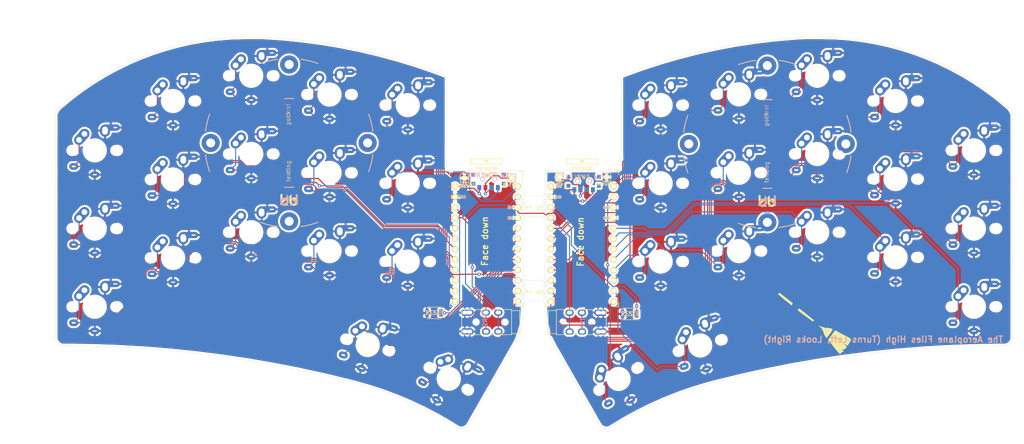
<source format=kicad_pcb>
(kicad_pcb (version 20171130) (host pcbnew 5.1.10)

  (general
    (thickness 1.6)
    (drawings 49)
    (tracks 672)
    (zones 0)
    (modules 57)
    (nets 46)
  )

  (page A4)
  (layers
    (0 F.Cu signal)
    (31 B.Cu signal)
    (32 B.Adhes user)
    (33 F.Adhes user)
    (34 B.Paste user)
    (35 F.Paste user)
    (36 B.SilkS user)
    (37 F.SilkS user)
    (38 B.Mask user)
    (39 F.Mask user)
    (40 Dwgs.User user)
    (41 Cmts.User user)
    (42 Eco1.User user)
    (43 Eco2.User user)
    (44 Edge.Cuts user)
    (45 Margin user)
    (46 B.CrtYd user)
    (47 F.CrtYd user)
    (48 B.Fab user)
    (49 F.Fab user)
  )

  (setup
    (last_trace_width 0.25)
    (trace_clearance 0.2)
    (zone_clearance 0.508)
    (zone_45_only no)
    (trace_min 0.2)
    (via_size 0.8)
    (via_drill 0.4)
    (via_min_size 0.4)
    (via_min_drill 0.3)
    (uvia_size 0.3)
    (uvia_drill 0.1)
    (uvias_allowed no)
    (uvia_min_size 0.2)
    (uvia_min_drill 0.1)
    (edge_width 0.05)
    (segment_width 0.2)
    (pcb_text_width 0.3)
    (pcb_text_size 1.5 1.5)
    (mod_edge_width 0.12)
    (mod_text_size 1 1)
    (mod_text_width 0.15)
    (pad_size 0.9 1.25)
    (pad_drill 0)
    (pad_to_mask_clearance 0)
    (aux_axis_origin 0 0)
    (visible_elements FFFFFF7F)
    (pcbplotparams
      (layerselection 0x010fc_ffffffff)
      (usegerberextensions false)
      (usegerberattributes true)
      (usegerberadvancedattributes true)
      (creategerberjobfile true)
      (excludeedgelayer true)
      (linewidth 0.100000)
      (plotframeref false)
      (viasonmask false)
      (mode 1)
      (useauxorigin false)
      (hpglpennumber 1)
      (hpglpenspeed 20)
      (hpglpendiameter 15.000000)
      (psnegative false)
      (psa4output false)
      (plotreference true)
      (plotvalue true)
      (plotinvisibletext false)
      (padsonsilk false)
      (subtractmaskfromsilk false)
      (outputformat 1)
      (mirror false)
      (drillshape 0)
      (scaleselection 1)
      (outputdirectory "sweep2gerber"))
  )

  (net 0 "")
  (net 1 BT+)
  (net 2 gnd)
  (net 3 vcc)
  (net 4 Switch18)
  (net 5 reset)
  (net 6 Switch1)
  (net 7 Switch2)
  (net 8 Switch3)
  (net 9 Switch4)
  (net 10 Switch5)
  (net 11 Switch6)
  (net 12 Switch7)
  (net 13 Switch8)
  (net 14 Switch9)
  (net 15 Switch10)
  (net 16 Switch11)
  (net 17 Switch12)
  (net 18 Switch13)
  (net 19 Switch14)
  (net 20 Switch15)
  (net 21 Switch16)
  (net 22 Switch17)
  (net 23 "Net-(SW_POWER1-Pad1)")
  (net 24 raw)
  (net 25 BT+_r)
  (net 26 Switch18_r)
  (net 27 reset_r)
  (net 28 Switch9_r)
  (net 29 Switch10_r)
  (net 30 Switch11_r)
  (net 31 Switch12_r)
  (net 32 Switch13_r)
  (net 33 Switch14_r)
  (net 34 Switch15_r)
  (net 35 Switch16_r)
  (net 36 Switch17_r)
  (net 37 Switch1_r)
  (net 38 Switch2_r)
  (net 39 Switch3_r)
  (net 40 Switch4_r)
  (net 41 Switch5_r)
  (net 42 Switch6_r)
  (net 43 Switch7_r)
  (net 44 Switch8_r)
  (net 45 "Net-(SW_POWERR1-Pad1)")

  (net_class Default "This is the default net class."
    (clearance 0.2)
    (trace_width 0.25)
    (via_dia 0.8)
    (via_drill 0.4)
    (uvia_dia 0.3)
    (uvia_drill 0.1)
    (add_net BT+)
    (add_net BT+_r)
    (add_net "Net-(SW_POWER1-Pad1)")
    (add_net "Net-(SW_POWERR1-Pad1)")
    (add_net Switch1)
    (add_net Switch10)
    (add_net Switch10_r)
    (add_net Switch11)
    (add_net Switch11_r)
    (add_net Switch12)
    (add_net Switch12_r)
    (add_net Switch13)
    (add_net Switch13_r)
    (add_net Switch14)
    (add_net Switch14_r)
    (add_net Switch15)
    (add_net Switch15_r)
    (add_net Switch16)
    (add_net Switch16_r)
    (add_net Switch17)
    (add_net Switch17_r)
    (add_net Switch18)
    (add_net Switch18_r)
    (add_net Switch1_r)
    (add_net Switch2)
    (add_net Switch2_r)
    (add_net Switch3)
    (add_net Switch3_r)
    (add_net Switch4)
    (add_net Switch4_r)
    (add_net Switch5)
    (add_net Switch5_r)
    (add_net Switch6)
    (add_net Switch6_r)
    (add_net Switch7)
    (add_net Switch7_r)
    (add_net Switch8)
    (add_net Switch8_r)
    (add_net Switch9)
    (add_net Switch9_r)
    (add_net gnd)
    (add_net raw)
    (add_net reset)
    (add_net reset_r)
    (add_net vcc)
  )

  (module rick-kicad-footprints:mouse-bite-5mm (layer F.Cu) (tedit 619773F3) (tstamp 6197D3CB)
    (at 154.305 90.551)
    (fp_text reference REF** (at 0 0.5) (layer F.SilkS)
      (effects (font (size 1 1) (thickness 0.15)))
    )
    (fp_text value mouse-bite-5mm (at 0 -0.5) (layer F.Fab)
      (effects (font (size 1 1) (thickness 0.15)))
    )
    (pad "" thru_hole circle (at 0 2.54) (size 0.762 0.762) (drill 0.762) (layers *.Cu *.Mask))
    (pad "" thru_hole circle (at 0 1.27) (size 0.762 0.762) (drill 0.762) (layers *.Cu *.Mask))
    (pad "" thru_hole circle (at 0 0) (size 0.762 0.762) (drill 0.762) (layers *.Cu *.Mask))
    (pad "" thru_hole circle (at 0 -1.27) (size 0.762 0.762) (drill 0.762) (layers *.Cu *.Mask))
    (pad "" thru_hole circle (at 0 -2.54) (size 0.762 0.762) (drill 0.762) (layers *.Cu *.Mask))
  )

  (module rick-kicad-footprints:mouse-bite-5mm (layer F.Cu) (tedit 619773F3) (tstamp 6197D3C3)
    (at 148.971 90.551)
    (fp_text reference REF** (at 0 0.5) (layer F.SilkS)
      (effects (font (size 1 1) (thickness 0.15)))
    )
    (fp_text value mouse-bite-5mm (at 0 -0.5) (layer F.Fab)
      (effects (font (size 1 1) (thickness 0.15)))
    )
    (pad "" thru_hole circle (at 0 -2.54) (size 0.762 0.762) (drill 0.762) (layers *.Cu *.Mask))
    (pad "" thru_hole circle (at 0 -1.27) (size 0.762 0.762) (drill 0.762) (layers *.Cu *.Mask))
    (pad "" thru_hole circle (at 0 0) (size 0.762 0.762) (drill 0.762) (layers *.Cu *.Mask))
    (pad "" thru_hole circle (at 0 1.27) (size 0.762 0.762) (drill 0.762) (layers *.Cu *.Mask))
    (pad "" thru_hole circle (at 0 2.54) (size 0.762 0.762) (drill 0.762) (layers *.Cu *.Mask))
  )

  (module rick-kicad-footprints:mouse-bite-5mm (layer F.Cu) (tedit 619773F3) (tstamp 6197D3B2)
    (at 154.305 111.125)
    (fp_text reference REF** (at 0 0.5) (layer F.SilkS)
      (effects (font (size 1 1) (thickness 0.15)))
    )
    (fp_text value mouse-bite-5mm (at 0 -0.5) (layer F.Fab)
      (effects (font (size 1 1) (thickness 0.15)))
    )
    (pad "" thru_hole circle (at 0 -2.54) (size 0.762 0.762) (drill 0.762) (layers *.Cu *.Mask))
    (pad "" thru_hole circle (at 0 -1.27) (size 0.762 0.762) (drill 0.762) (layers *.Cu *.Mask))
    (pad "" thru_hole circle (at 0 0) (size 0.762 0.762) (drill 0.762) (layers *.Cu *.Mask))
    (pad "" thru_hole circle (at 0 1.27) (size 0.762 0.762) (drill 0.762) (layers *.Cu *.Mask))
    (pad "" thru_hole circle (at 0 2.54) (size 0.762 0.762) (drill 0.762) (layers *.Cu *.Mask))
  )

  (module rick-kicad-footprints:mouse-bite-5mm (layer F.Cu) (tedit 619773F3) (tstamp 6197D3B0)
    (at 148.971 111.125)
    (fp_text reference REF** (at 0 0.5) (layer F.SilkS)
      (effects (font (size 1 1) (thickness 0.15)))
    )
    (fp_text value mouse-bite-5mm (at 0 -0.5) (layer F.Fab)
      (effects (font (size 1 1) (thickness 0.15)))
    )
    (pad "" thru_hole circle (at 0 2.54) (size 0.762 0.762) (drill 0.762) (layers *.Cu *.Mask))
    (pad "" thru_hole circle (at 0 1.27) (size 0.762 0.762) (drill 0.762) (layers *.Cu *.Mask))
    (pad "" thru_hole circle (at 0 0) (size 0.762 0.762) (drill 0.762) (layers *.Cu *.Mask))
    (pad "" thru_hole circle (at 0 -1.27) (size 0.762 0.762) (drill 0.762) (layers *.Cu *.Mask))
    (pad "" thru_hole circle (at 0 -2.54) (size 0.762 0.762) (drill 0.762) (layers *.Cu *.Mask))
  )

  (module kbd:ProMicro_v3_min (layer F.Cu) (tedit 613B15DB) (tstamp 608AA6C5)
    (at 163.322 100.246)
    (path /608EF20E)
    (fp_text reference U2 (at -1.27 2.762 270) (layer F.SilkS) hide
      (effects (font (size 1 1) (thickness 0.15)))
    )
    (fp_text value ProMicro-kbd (at -1.27 14.732) (layer F.Fab) hide
      (effects (font (size 1 1) (thickness 0.15)))
    )
    (fp_line (start 8.9 14.75) (end 7.89 14.75) (layer F.SilkS) (width 0.15))
    (fp_line (start -8.9 14.75) (end -7.9 14.75) (layer F.SilkS) (width 0.15))
    (fp_line (start 8.9 13.75) (end 8.9 14.75) (layer F.SilkS) (width 0.15))
    (fp_line (start -8.9 13.7) (end -8.9 14.75) (layer F.SilkS) (width 0.15))
    (fp_line (start 8.9 -18.3) (end 7.95 -18.3) (layer F.SilkS) (width 0.15))
    (fp_line (start -8.9 -18.3) (end -7.9 -18.3) (layer F.SilkS) (width 0.15))
    (fp_line (start 8.9 -18.3) (end 8.9 -17.3) (layer F.SilkS) (width 0.15))
    (fp_line (start -8.9 -18.3) (end -8.9 -17.3) (layer F.SilkS) (width 0.15))
    (fp_line (start -8.9 14.75) (end -8.9 -18.3) (layer F.Fab) (width 0.15))
    (fp_line (start 8.9 14.75) (end -8.9 14.75) (layer F.Fab) (width 0.15))
    (fp_line (start 8.9 -18.3) (end 8.9 14.75) (layer F.Fab) (width 0.15))
    (fp_line (start -8.9 -18.3) (end -3.75 -18.3) (layer F.Fab) (width 0.15))
    (fp_line (start -3.75 -19.6) (end 3.75 -19.6) (layer F.Fab) (width 0.15))
    (fp_line (start 3.75 -19.6) (end 3.75 -18.3) (layer F.Fab) (width 0.15))
    (fp_line (start -3.75 -19.6) (end -3.75 -18.299039) (layer F.Fab) (width 0.15))
    (fp_line (start -3.75 -18.3) (end 3.75 -18.3) (layer F.Fab) (width 0.15))
    (fp_line (start 3.76 -18.3) (end 8.9 -18.3) (layer F.Fab) (width 0.15))
    (fp_line (start -3.75 -21.2) (end -3.75 -19.9) (layer F.SilkS) (width 0.15))
    (fp_line (start -3.75 -19.9) (end 3.75 -19.9) (layer F.SilkS) (width 0.15))
    (fp_line (start 3.75 -19.9) (end 3.75 -21.2) (layer F.SilkS) (width 0.15))
    (fp_line (start 3.75 -21.2) (end -3.75 -21.2) (layer F.SilkS) (width 0.15))
    (fp_line (start -0.5 -20.85) (end 0.5 -20.85) (layer F.SilkS) (width 0.15))
    (fp_line (start 0.5 -20.85) (end 0 -20.2) (layer F.SilkS) (width 0.15))
    (fp_line (start 0 -20.2) (end -0.5 -20.85) (layer F.SilkS) (width 0.15))
    (fp_line (start -0.35 -20.7) (end 0.35 -20.7) (layer F.SilkS) (width 0.15))
    (fp_line (start -0.25 -20.55) (end 0.25 -20.55) (layer F.SilkS) (width 0.15))
    (fp_line (start -0.15 -20.4) (end 0.15 -20.4) (layer F.SilkS) (width 0.15))
    (fp_text user GND (at 5.86 -6.8) (layer F.SilkS)
      (effects (font (size 0.75 0.5) (thickness 0.125)))
    )
    (fp_text user GND (at 5.86 -6.77) (layer B.SilkS)
      (effects (font (size 0.75 0.5) (thickness 0.125)) (justify mirror))
    )
    (fp_text user GND (at 5.88 -9.38) (layer F.SilkS)
      (effects (font (size 0.75 0.5) (thickness 0.125)))
    )
    (fp_text user GND (at 5.88 -9.35) (layer B.SilkS)
      (effects (font (size 0.75 0.5) (thickness 0.125)) (justify mirror))
    )
    (fp_text user GND (at -5.77 -11.88) (layer B.SilkS)
      (effects (font (size 0.75 0.5) (thickness 0.125)) (justify mirror))
    )
    (fp_text user GND (at -5.77 -11.91) (layer F.SilkS)
      (effects (font (size 0.75 0.5) (thickness 0.125)))
    )
    (fp_text user RAW (at -5.67 -14.52) (layer F.SilkS)
      (effects (font (size 0.75 0.5) (thickness 0.125)))
    )
    (fp_text user MicroUSB (at -0.05 -18.95) (layer F.SilkS)
      (effects (font (size 0.75 0.75) (thickness 0.12)))
    )
    (fp_text user RAW (at -5.64 -14.52 unlocked) (layer B.SilkS)
      (effects (font (size 0.75 0.5) (thickness 0.125)) (justify mirror))
    )
    (fp_text user "" (at -0.5 -17.25) (layer F.SilkS)
      (effects (font (size 1 1) (thickness 0.15)))
    )
    (fp_text user "" (at -1.2065 -16.256) (layer B.SilkS)
      (effects (font (size 1 1) (thickness 0.15)) (justify mirror))
    )
    (pad 1 thru_hole circle (at 7.6114 -14.478) (size 1.524 1.524) (drill 0.8128) (layers *.Cu F.SilkS B.Mask)
      (net 29 Switch10_r))
    (pad 2 thru_hole circle (at 7.6114 -11.938) (size 1.524 1.524) (drill 0.8128) (layers *.Cu F.SilkS B.Mask)
      (net 26 Switch18_r))
    (pad 3 thru_hole circle (at 7.6114 -9.398) (size 1.524 1.524) (drill 0.8128) (layers *.Cu F.SilkS B.Mask)
      (net 2 gnd))
    (pad 4 thru_hole circle (at 7.6114 -6.858) (size 1.524 1.524) (drill 0.8128) (layers *.Cu F.SilkS B.Mask)
      (net 2 gnd))
    (pad 5 thru_hole circle (at 7.6114 -4.318) (size 1.524 1.524) (drill 0.8128) (layers *.Cu F.SilkS B.Mask)
      (net 30 Switch11_r))
    (pad 6 thru_hole circle (at 7.6114 -1.778) (size 1.524 1.524) (drill 0.8128) (layers *.Cu F.SilkS B.Mask)
      (net 31 Switch12_r))
    (pad 7 thru_hole circle (at 7.6114 0.762) (size 1.524 1.524) (drill 0.8128) (layers *.Cu F.SilkS B.Mask)
      (net 32 Switch13_r))
    (pad 8 thru_hole circle (at 7.6114 3.302) (size 1.524 1.524) (drill 0.8128) (layers *.Cu F.SilkS B.Mask)
      (net 33 Switch14_r))
    (pad 9 thru_hole circle (at 7.6114 5.842) (size 1.524 1.524) (drill 0.8128) (layers *.Cu F.SilkS B.Mask)
      (net 34 Switch15_r))
    (pad 10 thru_hole circle (at 7.6114 8.382) (size 1.524 1.524) (drill 0.8128) (layers *.Cu F.SilkS B.Mask)
      (net 37 Switch1_r))
    (pad 11 thru_hole circle (at 7.6114 10.922) (size 1.524 1.524) (drill 0.8128) (layers *.Cu F.SilkS B.Mask)
      (net 35 Switch16_r))
    (pad 12 thru_hole circle (at 7.6114 13.462) (size 1.524 1.524) (drill 0.8128) (layers *.Cu F.SilkS B.Mask)
      (net 36 Switch17_r))
    (pad 13 thru_hole circle (at -7.6086 13.462) (size 1.524 1.524) (drill 0.8128) (layers *.Cu F.SilkS B.Mask)
      (net 28 Switch9_r))
    (pad 14 thru_hole circle (at -7.6086 10.922) (size 1.524 1.524) (drill 0.8128) (layers *.Cu F.SilkS B.Mask)
      (net 44 Switch8_r))
    (pad 15 thru_hole circle (at -7.6086 8.382) (size 1.524 1.524) (drill 0.8128) (layers *.Cu F.SilkS B.Mask)
      (net 43 Switch7_r))
    (pad 16 thru_hole circle (at -7.6086 5.842) (size 1.524 1.524) (drill 0.8128) (layers *.Cu F.SilkS B.Mask)
      (net 42 Switch6_r))
    (pad 17 thru_hole circle (at -7.6086 3.302) (size 1.524 1.524) (drill 0.8128) (layers *.Cu F.SilkS B.Mask)
      (net 38 Switch2_r))
    (pad 18 thru_hole circle (at -7.6086 0.762) (size 1.524 1.524) (drill 0.8128) (layers *.Cu F.SilkS B.Mask)
      (net 39 Switch3_r))
    (pad 19 thru_hole circle (at -7.6086 -1.778) (size 1.524 1.524) (drill 0.8128) (layers *.Cu F.SilkS B.Mask)
      (net 40 Switch4_r))
    (pad 20 thru_hole circle (at -7.6086 -4.318) (size 1.524 1.524) (drill 0.8128) (layers *.Cu F.SilkS B.Mask)
      (net 41 Switch5_r))
    (pad 21 thru_hole circle (at -7.6086 -6.858) (size 1.524 1.524) (drill 0.8128) (layers *.Cu F.SilkS B.Mask)
      (net 3 vcc))
    (pad 22 thru_hole circle (at -7.6086 -9.398) (size 1.524 1.524) (drill 0.8128) (layers *.Cu F.SilkS B.Mask)
      (net 27 reset_r))
    (pad 23 thru_hole circle (at -7.6086 -11.938) (size 1.524 1.524) (drill 0.8128) (layers *.Cu F.SilkS B.Mask)
      (net 2 gnd))
    (pad 24 thru_hole circle (at -7.6086 -14.478) (size 1.524 1.524) (drill 0.8128) (layers *.Cu F.SilkS B.Mask)
      (net 24 raw))
  )

  (module kbd:ProMicro_v3_min (layer F.Cu) (tedit 613B15DB) (tstamp 610037DF)
    (at 140.094 100.246)
    (path /6049D3FB)
    (fp_text reference U1 (at -1.27 2.762 270) (layer F.SilkS) hide
      (effects (font (size 1 1) (thickness 0.15)))
    )
    (fp_text value ProMicro-kbd (at -1.27 14.732) (layer F.Fab) hide
      (effects (font (size 1 1) (thickness 0.15)))
    )
    (fp_line (start 8.9 14.75) (end 7.89 14.75) (layer F.SilkS) (width 0.15))
    (fp_line (start -8.9 14.75) (end -7.9 14.75) (layer F.SilkS) (width 0.15))
    (fp_line (start 8.9 13.75) (end 8.9 14.75) (layer F.SilkS) (width 0.15))
    (fp_line (start -8.9 13.7) (end -8.9 14.75) (layer F.SilkS) (width 0.15))
    (fp_line (start 8.9 -18.3) (end 7.95 -18.3) (layer F.SilkS) (width 0.15))
    (fp_line (start -8.9 -18.3) (end -7.9 -18.3) (layer F.SilkS) (width 0.15))
    (fp_line (start 8.9 -18.3) (end 8.9 -17.3) (layer F.SilkS) (width 0.15))
    (fp_line (start -8.9 -18.3) (end -8.9 -17.3) (layer F.SilkS) (width 0.15))
    (fp_line (start -8.9 14.75) (end -8.9 -18.3) (layer F.Fab) (width 0.15))
    (fp_line (start 8.9 14.75) (end -8.9 14.75) (layer F.Fab) (width 0.15))
    (fp_line (start 8.9 -18.3) (end 8.9 14.75) (layer F.Fab) (width 0.15))
    (fp_line (start -8.9 -18.3) (end -3.75 -18.3) (layer F.Fab) (width 0.15))
    (fp_line (start -3.75 -19.6) (end 3.75 -19.6) (layer F.Fab) (width 0.15))
    (fp_line (start 3.75 -19.6) (end 3.75 -18.3) (layer F.Fab) (width 0.15))
    (fp_line (start -3.75 -19.6) (end -3.75 -18.299039) (layer F.Fab) (width 0.15))
    (fp_line (start -3.75 -18.3) (end 3.75 -18.3) (layer F.Fab) (width 0.15))
    (fp_line (start 3.76 -18.3) (end 8.9 -18.3) (layer F.Fab) (width 0.15))
    (fp_line (start -3.75 -21.2) (end -3.75 -19.9) (layer F.SilkS) (width 0.15))
    (fp_line (start -3.75 -19.9) (end 3.75 -19.9) (layer F.SilkS) (width 0.15))
    (fp_line (start 3.75 -19.9) (end 3.75 -21.2) (layer F.SilkS) (width 0.15))
    (fp_line (start 3.75 -21.2) (end -3.75 -21.2) (layer F.SilkS) (width 0.15))
    (fp_line (start -0.5 -20.85) (end 0.5 -20.85) (layer F.SilkS) (width 0.15))
    (fp_line (start 0.5 -20.85) (end 0 -20.2) (layer F.SilkS) (width 0.15))
    (fp_line (start 0 -20.2) (end -0.5 -20.85) (layer F.SilkS) (width 0.15))
    (fp_line (start -0.35 -20.7) (end 0.35 -20.7) (layer F.SilkS) (width 0.15))
    (fp_line (start -0.25 -20.55) (end 0.25 -20.55) (layer F.SilkS) (width 0.15))
    (fp_line (start -0.15 -20.4) (end 0.15 -20.4) (layer F.SilkS) (width 0.15))
    (fp_text user GND (at 5.86 -6.8) (layer F.SilkS)
      (effects (font (size 0.75 0.5) (thickness 0.125)))
    )
    (fp_text user GND (at 5.86 -6.77) (layer B.SilkS)
      (effects (font (size 0.75 0.5) (thickness 0.125)) (justify mirror))
    )
    (fp_text user GND (at 5.88 -9.38) (layer F.SilkS)
      (effects (font (size 0.75 0.5) (thickness 0.125)))
    )
    (fp_text user GND (at 5.88 -9.35) (layer B.SilkS)
      (effects (font (size 0.75 0.5) (thickness 0.125)) (justify mirror))
    )
    (fp_text user GND (at -5.77 -11.88) (layer B.SilkS)
      (effects (font (size 0.75 0.5) (thickness 0.125)) (justify mirror))
    )
    (fp_text user GND (at -5.77 -11.91) (layer F.SilkS)
      (effects (font (size 0.75 0.5) (thickness 0.125)))
    )
    (fp_text user RAW (at -5.67 -14.52) (layer F.SilkS)
      (effects (font (size 0.75 0.5) (thickness 0.125)))
    )
    (fp_text user MicroUSB (at -0.05 -18.95) (layer F.SilkS)
      (effects (font (size 0.75 0.75) (thickness 0.12)))
    )
    (fp_text user RAW (at -5.64 -14.52 unlocked) (layer B.SilkS)
      (effects (font (size 0.75 0.5) (thickness 0.125)) (justify mirror))
    )
    (fp_text user "" (at -0.5 -17.25) (layer F.SilkS)
      (effects (font (size 1 1) (thickness 0.15)))
    )
    (fp_text user "" (at -1.2065 -16.256) (layer B.SilkS)
      (effects (font (size 1 1) (thickness 0.15)) (justify mirror))
    )
    (pad 1 thru_hole circle (at 7.6114 -14.478) (size 1.524 1.524) (drill 0.8128) (layers *.Cu F.SilkS B.Mask)
      (net 15 Switch10))
    (pad 2 thru_hole circle (at 7.6114 -11.938) (size 1.524 1.524) (drill 0.8128) (layers *.Cu F.SilkS B.Mask)
      (net 4 Switch18))
    (pad 3 thru_hole circle (at 7.6114 -9.398) (size 1.524 1.524) (drill 0.8128) (layers *.Cu F.SilkS B.Mask)
      (net 2 gnd))
    (pad 4 thru_hole circle (at 7.6114 -6.858) (size 1.524 1.524) (drill 0.8128) (layers *.Cu F.SilkS B.Mask)
      (net 2 gnd))
    (pad 5 thru_hole circle (at 7.6114 -4.318) (size 1.524 1.524) (drill 0.8128) (layers *.Cu F.SilkS B.Mask)
      (net 16 Switch11))
    (pad 6 thru_hole circle (at 7.6114 -1.778) (size 1.524 1.524) (drill 0.8128) (layers *.Cu F.SilkS B.Mask)
      (net 17 Switch12))
    (pad 7 thru_hole circle (at 7.6114 0.762) (size 1.524 1.524) (drill 0.8128) (layers *.Cu F.SilkS B.Mask)
      (net 18 Switch13))
    (pad 8 thru_hole circle (at 7.6114 3.302) (size 1.524 1.524) (drill 0.8128) (layers *.Cu F.SilkS B.Mask)
      (net 19 Switch14))
    (pad 9 thru_hole circle (at 7.6114 5.842) (size 1.524 1.524) (drill 0.8128) (layers *.Cu F.SilkS B.Mask)
      (net 20 Switch15))
    (pad 10 thru_hole circle (at 7.6114 8.382) (size 1.524 1.524) (drill 0.8128) (layers *.Cu F.SilkS B.Mask)
      (net 6 Switch1))
    (pad 11 thru_hole circle (at 7.6114 10.922) (size 1.524 1.524) (drill 0.8128) (layers *.Cu F.SilkS B.Mask)
      (net 21 Switch16))
    (pad 12 thru_hole circle (at 7.6114 13.462) (size 1.524 1.524) (drill 0.8128) (layers *.Cu F.SilkS B.Mask)
      (net 22 Switch17))
    (pad 13 thru_hole circle (at -7.6086 13.462) (size 1.524 1.524) (drill 0.8128) (layers *.Cu F.SilkS B.Mask)
      (net 14 Switch9))
    (pad 14 thru_hole circle (at -7.6086 10.922) (size 1.524 1.524) (drill 0.8128) (layers *.Cu F.SilkS B.Mask)
      (net 13 Switch8))
    (pad 15 thru_hole circle (at -7.6086 8.382) (size 1.524 1.524) (drill 0.8128) (layers *.Cu F.SilkS B.Mask)
      (net 12 Switch7))
    (pad 16 thru_hole circle (at -7.6086 5.842) (size 1.524 1.524) (drill 0.8128) (layers *.Cu F.SilkS B.Mask)
      (net 11 Switch6))
    (pad 17 thru_hole circle (at -7.6086 3.302) (size 1.524 1.524) (drill 0.8128) (layers *.Cu F.SilkS B.Mask)
      (net 7 Switch2))
    (pad 18 thru_hole circle (at -7.6086 0.762) (size 1.524 1.524) (drill 0.8128) (layers *.Cu F.SilkS B.Mask)
      (net 8 Switch3))
    (pad 19 thru_hole circle (at -7.6086 -1.778) (size 1.524 1.524) (drill 0.8128) (layers *.Cu F.SilkS B.Mask)
      (net 9 Switch4))
    (pad 20 thru_hole circle (at -7.6086 -4.318) (size 1.524 1.524) (drill 0.8128) (layers *.Cu F.SilkS B.Mask)
      (net 10 Switch5))
    (pad 21 thru_hole circle (at -7.6086 -6.858) (size 1.524 1.524) (drill 0.8128) (layers *.Cu F.SilkS B.Mask)
      (net 3 vcc))
    (pad 22 thru_hole circle (at -7.6086 -9.398) (size 1.524 1.524) (drill 0.8128) (layers *.Cu F.SilkS B.Mask)
      (net 5 reset))
    (pad 23 thru_hole circle (at -7.6086 -11.938) (size 1.524 1.524) (drill 0.8128) (layers *.Cu F.SilkS B.Mask)
      (net 2 gnd))
    (pad 24 thru_hole circle (at -7.6086 -14.478) (size 1.524 1.524) (drill 0.8128) (layers *.Cu F.SilkS B.Mask)
      (net 24 raw))
  )

  (module kbd:SW_SPST_B3U-1000P (layer B.Cu) (tedit 5A02FC95) (tstamp 61002D12)
    (at 127.394 116.502)
    (descr "Ultra-small-sized Tactile Switch with High Contact Reliability, Top-actuated Model, without Ground Terminal, without Boss")
    (tags "Tactile Switch")
    (path /604EA4F3)
    (attr smd)
    (fp_text reference RSW1 (at 0 -2.55) (layer B.SilkS) hide
      (effects (font (size 1 1) (thickness 0.15)) (justify mirror))
    )
    (fp_text value SW_Push (at 0 2.55) (layer B.Fab)
      (effects (font (size 1 1) (thickness 0.15)) (justify mirror))
    )
    (fp_circle (center 0 0) (end 0.75 0) (layer B.Fab) (width 0.1))
    (fp_line (start -1.5 -1.25) (end -1.5 1.25) (layer B.Fab) (width 0.1))
    (fp_line (start 1.5 -1.25) (end -1.5 -1.25) (layer B.Fab) (width 0.1))
    (fp_line (start 1.5 1.25) (end 1.5 -1.25) (layer B.Fab) (width 0.1))
    (fp_line (start -1.5 1.25) (end 1.5 1.25) (layer B.Fab) (width 0.1))
    (fp_line (start 1.65 1.4) (end 1.65 1.1) (layer B.SilkS) (width 0.12))
    (fp_line (start -1.65 1.4) (end 1.65 1.4) (layer B.SilkS) (width 0.12))
    (fp_line (start -1.65 1.1) (end -1.65 1.4) (layer B.SilkS) (width 0.12))
    (fp_line (start 1.65 -1.4) (end 1.65 -1.1) (layer B.SilkS) (width 0.12))
    (fp_line (start -1.65 -1.4) (end 1.65 -1.4) (layer B.SilkS) (width 0.12))
    (fp_line (start -1.65 -1.1) (end -1.65 -1.4) (layer B.SilkS) (width 0.12))
    (fp_line (start -2.4 1.65) (end -2.4 -1.65) (layer B.CrtYd) (width 0.05))
    (fp_line (start 2.4 1.65) (end -2.4 1.65) (layer B.CrtYd) (width 0.05))
    (fp_line (start 2.4 -1.65) (end 2.4 1.65) (layer B.CrtYd) (width 0.05))
    (fp_line (start -2.4 -1.65) (end 2.4 -1.65) (layer B.CrtYd) (width 0.05))
    (fp_text user %R (at 0 2.5 180) (layer B.Fab) hide
      (effects (font (size 1 1) (thickness 0.15)) (justify mirror))
    )
    (fp_text user RESET (at 0.127 0) (layer F.SilkS)
      (effects (font (size 1 1) (thickness 0.15)))
    )
    (pad 2 smd rect (at 1.7 0) (size 0.9 1.7) (layers B.Cu B.Paste B.Mask)
      (net 5 reset))
    (pad 1 smd rect (at -1.7 0) (size 0.9 1.7) (layers B.Cu B.Paste B.Mask)
      (net 2 gnd))
    (model ${KISYS3DMOD}/Button_Switch_SMD.3dshapes/SW_SPST_B3U-1000P.wrl
      (at (xyz 0 0 0))
      (scale (xyz 1 1 1))
      (rotate (xyz 0 0 0))
    )
  )

  (module kbd:SW_SPST_B3U-1000P (layer F.Cu) (tedit 5A02FC95) (tstamp 61002CD0)
    (at 127.394 116.502)
    (descr "Ultra-small-sized Tactile Switch with High Contact Reliability, Top-actuated Model, without Ground Terminal, without Boss")
    (tags "Tactile Switch")
    (path /604EA4F3)
    (attr smd)
    (fp_text reference RSW1 (at 0 2.55) (layer F.SilkS) hide
      (effects (font (size 1 1) (thickness 0.15)))
    )
    (fp_text value SW_Push (at 0 -2.55) (layer F.Fab)
      (effects (font (size 1 1) (thickness 0.15)))
    )
    (fp_line (start -2.4 1.65) (end 2.4 1.65) (layer F.CrtYd) (width 0.05))
    (fp_line (start 2.4 1.65) (end 2.4 -1.65) (layer F.CrtYd) (width 0.05))
    (fp_line (start 2.4 -1.65) (end -2.4 -1.65) (layer F.CrtYd) (width 0.05))
    (fp_line (start -2.4 -1.65) (end -2.4 1.65) (layer F.CrtYd) (width 0.05))
    (fp_line (start -1.65 1.1) (end -1.65 1.4) (layer F.SilkS) (width 0.12))
    (fp_line (start -1.65 1.4) (end 1.65 1.4) (layer F.SilkS) (width 0.12))
    (fp_line (start 1.65 1.4) (end 1.65 1.1) (layer F.SilkS) (width 0.12))
    (fp_line (start -1.65 -1.1) (end -1.65 -1.4) (layer F.SilkS) (width 0.12))
    (fp_line (start -1.65 -1.4) (end 1.65 -1.4) (layer F.SilkS) (width 0.12))
    (fp_line (start 1.65 -1.4) (end 1.65 -1.1) (layer F.SilkS) (width 0.12))
    (fp_line (start -1.5 -1.25) (end 1.5 -1.25) (layer F.Fab) (width 0.1))
    (fp_line (start 1.5 -1.25) (end 1.5 1.25) (layer F.Fab) (width 0.1))
    (fp_line (start 1.5 1.25) (end -1.5 1.25) (layer F.Fab) (width 0.1))
    (fp_line (start -1.5 1.25) (end -1.5 -1.25) (layer F.Fab) (width 0.1))
    (fp_circle (center 0 0) (end 0.75 0) (layer F.Fab) (width 0.1))
    (fp_text user RESET (at 0.127 0) (layer B.SilkS)
      (effects (font (size 1 1) (thickness 0.15)) (justify mirror))
    )
    (fp_text user %R (at 0 -2.5 -180) (layer F.Fab) hide
      (effects (font (size 1 1) (thickness 0.15)))
    )
    (pad 1 smd rect (at -1.7 0) (size 0.9 1.7) (layers F.Cu F.Paste F.Mask)
      (net 2 gnd))
    (pad 2 smd rect (at 1.7 0) (size 0.9 1.7) (layers F.Cu F.Paste F.Mask)
      (net 5 reset))
    (model ${KISYS3DMOD}/Button_Switch_SMD.3dshapes/SW_SPST_B3U-1000P.wrl
      (at (xyz 0 0 0))
      (scale (xyz 1 1 1))
      (rotate (xyz 0 0 0))
    )
  )

  (module Kailh:keyswitch_cherrymx_alps_choc12_1u (layer F.Cu) (tedit 5F8C61E3) (tstamp 61002D54)
    (at 120.98 104.008)
    (path /604BAF24)
    (fp_text reference SW18 (at 4.98 -5.69 180) (layer Dwgs.User) hide
      (effects (font (size 1 1) (thickness 0.15)))
    )
    (fp_text value SW_Push (at -0.07 8.17 180) (layer Dwgs.User) hide
      (effects (font (size 1 1) (thickness 0.15)))
    )
    (fp_line (start 7 7) (end 7 6) (layer Dwgs.User) (width 0.15))
    (fp_line (start 6 7) (end 7 7) (layer Dwgs.User) (width 0.15))
    (fp_line (start -7 -7) (end -6 -7) (layer Dwgs.User) (width 0.15))
    (fp_line (start -7 -6) (end -7 -7) (layer Dwgs.User) (width 0.15))
    (fp_line (start -9.525 9.525) (end -9.525 -9.525) (layer Dwgs.User) (width 0.15))
    (fp_line (start 9.525 9.525) (end -9.525 9.525) (layer Dwgs.User) (width 0.15))
    (fp_line (start 9.525 -9.525) (end 9.525 9.525) (layer Dwgs.User) (width 0.15))
    (fp_line (start -9.525 -9.525) (end 9.525 -9.525) (layer Dwgs.User) (width 0.15))
    (fp_text user %V (at 0 8.255) (layer B.Fab)
      (effects (font (size 1 1) (thickness 0.15)) (justify mirror))
    )
    (fp_text user %R (at 0 0 180) (layer F.Fab)
      (effects (font (size 1 1) (thickness 0.15)))
    )
    (pad "" np_thru_hole circle (at -5.08 0) (size 1.7 1.7) (drill 1.7) (layers *.Cu))
    (pad "" np_thru_hole circle (at 5.08 0) (size 1.7 1.7) (drill 1.7) (layers *.Cu))
    (pad 2 thru_hole oval (at 0 5.9) (size 2.2 1.5) (drill oval 1 0.3) (layers *.Cu B.Mask)
      (net 2 gnd))
    (pad "" np_thru_hole circle (at 5.5 0 90) (size 1.8 1.8) (drill 1.8) (layers *.Cu))
    (pad "" np_thru_hole circle (at -5.5 0 90) (size 1.8 1.8) (drill 1.8) (layers *.Cu))
    (pad "" np_thru_hole circle (at 0 0 90) (size 4.9 4.9) (drill 4.9) (layers *.Cu))
    (pad 1 thru_hole oval (at -5.1 3.9) (size 2.2 1.6) (drill oval 1 0.4) (layers *.Cu B.Mask)
      (net 20 Switch15))
    (pad 2 thru_hole oval (at 5 -5.55 0.5) (size 4.4 1.5) (drill oval 1 0.3 (offset -1.1 0)) (layers *.Cu B.Mask)
      (net 2 gnd))
    (pad 1 thru_hole circle (at -2.5 -4) (size 2.4 2.4) (drill 1.4) (layers *.Cu B.Mask)
      (net 20 Switch15))
    (pad 2 thru_hole oval (at 2.5 -4.8) (size 2.4 2.95) (drill oval 1.4 1.95) (layers *.Cu B.Mask)
      (net 2 gnd))
    (pad 1 thru_hole oval (at -3.8 -2.55 318) (size 2.4 4.4) (drill 1.4 (offset 0 -1)) (layers *.Cu B.Mask)
      (net 20 Switch15))
  )

  (module Kailh:keyswitch_cherrymx_alps_choc12_1u (layer F.Cu) (tedit 5F8C61E3) (tstamp 608AA304)
    (at 111.272 124.288 345)
    (path /604A14CA)
    (fp_text reference SW21 (at 4.98 -5.69 345) (layer Dwgs.User) hide
      (effects (font (size 1 1) (thickness 0.15)))
    )
    (fp_text value SW_Push (at -0.07 8.17 345) (layer Dwgs.User) hide
      (effects (font (size 1 1) (thickness 0.15)))
    )
    (fp_line (start 7 7) (end 7 6) (layer Dwgs.User) (width 0.15))
    (fp_line (start 6 7) (end 7 7) (layer Dwgs.User) (width 0.15))
    (fp_line (start -7 -7) (end -6 -7) (layer Dwgs.User) (width 0.15))
    (fp_line (start -7 -6) (end -7 -7) (layer Dwgs.User) (width 0.15))
    (fp_line (start -9.525 9.525) (end -9.525 -9.525) (layer Dwgs.User) (width 0.15))
    (fp_line (start 9.525 9.525) (end -9.525 9.525) (layer Dwgs.User) (width 0.15))
    (fp_line (start 9.525 -9.525) (end 9.525 9.525) (layer Dwgs.User) (width 0.15))
    (fp_line (start -9.525 -9.525) (end 9.525 -9.525) (layer Dwgs.User) (width 0.15))
    (fp_text user %V (at 0 8.255 165) (layer B.Fab)
      (effects (font (size 1 1) (thickness 0.15)) (justify mirror))
    )
    (fp_text user %R (at 0 0 345) (layer F.Fab)
      (effects (font (size 1 1) (thickness 0.15)))
    )
    (pad "" np_thru_hole circle (at -5.08 0 345) (size 1.7 1.7) (drill 1.7) (layers *.Cu))
    (pad "" np_thru_hole circle (at 5.08 0 345) (size 1.7 1.7) (drill 1.7) (layers *.Cu))
    (pad 2 thru_hole oval (at 0 5.9 345) (size 2.2 1.5) (drill oval 1 0.3) (layers *.Cu B.Mask)
      (net 2 gnd))
    (pad "" np_thru_hole circle (at 5.5 0 75) (size 1.8 1.8) (drill 1.8) (layers *.Cu))
    (pad "" np_thru_hole circle (at -5.5 0 75) (size 1.8 1.8) (drill 1.8) (layers *.Cu))
    (pad "" np_thru_hole circle (at 0 0 75) (size 4.9 4.9) (drill 4.9) (layers *.Cu))
    (pad 1 thru_hole oval (at -5.1 3.9 345) (size 2.2 1.6) (drill oval 1 0.4) (layers *.Cu B.Mask)
      (net 21 Switch16))
    (pad 2 thru_hole oval (at 5 -5.55 345.5) (size 4.4 1.5) (drill oval 1 0.3 (offset -1.1 0)) (layers *.Cu B.Mask)
      (net 2 gnd))
    (pad 1 thru_hole circle (at -2.5 -4 345) (size 2.4 2.4) (drill 1.4) (layers *.Cu B.Mask)
      (net 21 Switch16))
    (pad 2 thru_hole oval (at 2.5 -4.8 345) (size 2.4 2.95) (drill oval 1.4 1.95) (layers *.Cu B.Mask)
      (net 2 gnd))
    (pad 1 thru_hole oval (at -3.8 -2.55 303) (size 2.4 4.4) (drill 1.4 (offset 0 -1)) (layers *.Cu B.Mask)
      (net 21 Switch16))
  )

  (module Kailh:keyswitch_cherrymx_alps_choc12_1u (layer F.Cu) (tedit 5F8C61E3) (tstamp 608AFEB1)
    (at 191.984 124.41 15)
    (path /604A14CA)
    (fp_text reference SW21_r1 (at 4.98 -5.69 195) (layer Dwgs.User) hide
      (effects (font (size 1 1) (thickness 0.15)))
    )
    (fp_text value SW_Push (at -0.07 8.17 195) (layer Dwgs.User) hide
      (effects (font (size 1 1) (thickness 0.15)))
    )
    (fp_line (start 7 7) (end 7 6) (layer Dwgs.User) (width 0.15))
    (fp_line (start 6 7) (end 7 7) (layer Dwgs.User) (width 0.15))
    (fp_line (start -7 -7) (end -6 -7) (layer Dwgs.User) (width 0.15))
    (fp_line (start -7 -6) (end -7 -7) (layer Dwgs.User) (width 0.15))
    (fp_line (start -9.525 9.525) (end -9.525 -9.525) (layer Dwgs.User) (width 0.15))
    (fp_line (start 9.525 9.525) (end -9.525 9.525) (layer Dwgs.User) (width 0.15))
    (fp_line (start 9.525 -9.525) (end 9.525 9.525) (layer Dwgs.User) (width 0.15))
    (fp_line (start -9.525 -9.525) (end 9.525 -9.525) (layer Dwgs.User) (width 0.15))
    (fp_text user %V (at 0 8.255 15) (layer B.Fab)
      (effects (font (size 1 1) (thickness 0.15)) (justify mirror))
    )
    (fp_text user %R (at 0 0 195) (layer F.Fab)
      (effects (font (size 1 1) (thickness 0.15)))
    )
    (pad "" np_thru_hole circle (at -5.08 0 15) (size 1.7 1.7) (drill 1.7) (layers *.Cu))
    (pad "" np_thru_hole circle (at 5.08 0 15) (size 1.7 1.7) (drill 1.7) (layers *.Cu))
    (pad 2 thru_hole oval (at 0 5.9 15) (size 2.2 1.5) (drill oval 1 0.3) (layers *.Cu B.Mask)
      (net 2 gnd))
    (pad "" np_thru_hole circle (at 5.5 0 105) (size 1.8 1.8) (drill 1.8) (layers *.Cu))
    (pad "" np_thru_hole circle (at -5.5 0 105) (size 1.8 1.8) (drill 1.8) (layers *.Cu))
    (pad "" np_thru_hole circle (at 0 0 105) (size 4.9 4.9) (drill 4.9) (layers *.Cu))
    (pad 1 thru_hole oval (at -5.1 3.9 15) (size 2.2 1.6) (drill oval 1 0.4) (layers *.Cu B.Mask)
      (net 35 Switch16_r))
    (pad 2 thru_hole oval (at 5 -5.55 15.5) (size 4.4 1.5) (drill oval 1 0.3 (offset -1.1 0)) (layers *.Cu B.Mask)
      (net 2 gnd))
    (pad 1 thru_hole circle (at -2.5 -4 15) (size 2.4 2.4) (drill 1.4) (layers *.Cu B.Mask)
      (net 35 Switch16_r))
    (pad 2 thru_hole oval (at 2.5 -4.8 15) (size 2.4 2.95) (drill oval 1.4 1.95) (layers *.Cu B.Mask)
      (net 2 gnd))
    (pad 1 thru_hole oval (at -3.8 -2.55 333) (size 2.4 4.4) (drill 1.4 (offset 0 -1)) (layers *.Cu B.Mask)
      (net 35 Switch16_r))
  )

  (module Kailh:keyswitch_cherrymx_alps_choc12_1u (layer F.Cu) (tedit 5F8C61E3) (tstamp 608AFED7)
    (at 172.172 132.542 30)
    (path /604A14C0)
    (fp_text reference SW20_r1 (at 4.98 -5.690001 210) (layer Dwgs.User) hide
      (effects (font (size 1 1) (thickness 0.15)))
    )
    (fp_text value SW_Push (at -0.07 8.170001 210) (layer Dwgs.User) hide
      (effects (font (size 1 1) (thickness 0.15)))
    )
    (fp_line (start 7 7) (end 7 6) (layer Dwgs.User) (width 0.15))
    (fp_line (start 6 7) (end 7 7) (layer Dwgs.User) (width 0.15))
    (fp_line (start -7 -7) (end -6 -7) (layer Dwgs.User) (width 0.15))
    (fp_line (start -7 -6) (end -7 -7) (layer Dwgs.User) (width 0.15))
    (fp_line (start -9.525 9.525) (end -9.525 -9.525) (layer Dwgs.User) (width 0.15))
    (fp_line (start 9.525 9.525) (end -9.525 9.525) (layer Dwgs.User) (width 0.15))
    (fp_line (start 9.525 -9.525) (end 9.525 9.525) (layer Dwgs.User) (width 0.15))
    (fp_line (start -9.525 -9.525) (end 9.525 -9.525) (layer Dwgs.User) (width 0.15))
    (fp_text user %V (at 0 8.255 30) (layer B.Fab)
      (effects (font (size 1 1) (thickness 0.15)) (justify mirror))
    )
    (fp_text user %R (at 0 0 210) (layer F.Fab)
      (effects (font (size 1 1) (thickness 0.15)))
    )
    (pad "" np_thru_hole circle (at -5.08 0 30) (size 1.7 1.7) (drill 1.7) (layers *.Cu))
    (pad "" np_thru_hole circle (at 5.08 0 30) (size 1.7 1.7) (drill 1.7) (layers *.Cu))
    (pad 2 thru_hole oval (at 0 5.9 30) (size 2.2 1.5) (drill oval 1 0.3) (layers *.Cu B.Mask)
      (net 2 gnd))
    (pad "" np_thru_hole circle (at 5.5 0 120) (size 1.8 1.8) (drill 1.8) (layers *.Cu))
    (pad "" np_thru_hole circle (at -5.5 0 120) (size 1.8 1.8) (drill 1.8) (layers *.Cu))
    (pad "" np_thru_hole circle (at 0 0 120) (size 4.9 4.9) (drill 4.9) (layers *.Cu))
    (pad 1 thru_hole oval (at -5.1 3.9 30) (size 2.2 1.6) (drill oval 1 0.4) (layers *.Cu B.Mask)
      (net 36 Switch17_r))
    (pad 2 thru_hole oval (at 5 -5.55 30.5) (size 4.4 1.5) (drill oval 1 0.3 (offset -1.1 0)) (layers *.Cu B.Mask)
      (net 2 gnd))
    (pad 1 thru_hole circle (at -2.5 -4 30) (size 2.4 2.4) (drill 1.4) (layers *.Cu B.Mask)
      (net 36 Switch17_r))
    (pad 2 thru_hole oval (at 2.5 -4.8 30) (size 2.4 2.95) (drill oval 1.4 1.95) (layers *.Cu B.Mask)
      (net 2 gnd))
    (pad 1 thru_hole oval (at -3.8 -2.55 348) (size 2.4 4.4) (drill 1.4 (offset 0 -1)) (layers *.Cu B.Mask)
      (net 36 Switch17_r))
  )

  (module Kailh:keyswitch_cherrymx_alps_choc12_1u (layer F.Cu) (tedit 5F8C61E3) (tstamp 608AA59B)
    (at 220.392 77.878)
    (path /608B2009)
    (fp_text reference SW9_r1 (at 4.98 -5.69 180) (layer Dwgs.User) hide
      (effects (font (size 1 1) (thickness 0.15)))
    )
    (fp_text value SW_Push (at -0.07 8.17 180) (layer Dwgs.User) hide
      (effects (font (size 1 1) (thickness 0.15)))
    )
    (fp_line (start 7 7) (end 7 6) (layer Dwgs.User) (width 0.15))
    (fp_line (start 6 7) (end 7 7) (layer Dwgs.User) (width 0.15))
    (fp_line (start -7 -7) (end -6 -7) (layer Dwgs.User) (width 0.15))
    (fp_line (start -7 -6) (end -7 -7) (layer Dwgs.User) (width 0.15))
    (fp_line (start -9.525 9.525) (end -9.525 -9.525) (layer Dwgs.User) (width 0.15))
    (fp_line (start 9.525 9.525) (end -9.525 9.525) (layer Dwgs.User) (width 0.15))
    (fp_line (start 9.525 -9.525) (end 9.525 9.525) (layer Dwgs.User) (width 0.15))
    (fp_line (start -9.525 -9.525) (end 9.525 -9.525) (layer Dwgs.User) (width 0.15))
    (fp_text user %V (at 0 8.255) (layer B.Fab)
      (effects (font (size 1 1) (thickness 0.15)) (justify mirror))
    )
    (fp_text user %R (at 0 0 180) (layer F.Fab)
      (effects (font (size 1 1) (thickness 0.15)))
    )
    (pad "" np_thru_hole circle (at -5.08 0) (size 1.7 1.7) (drill 1.7) (layers *.Cu))
    (pad "" np_thru_hole circle (at 5.08 0) (size 1.7 1.7) (drill 1.7) (layers *.Cu))
    (pad 2 thru_hole oval (at 0 5.9) (size 2.2 1.5) (drill oval 1 0.3) (layers *.Cu B.Mask)
      (net 2 gnd))
    (pad "" np_thru_hole circle (at 5.5 0 90) (size 1.8 1.8) (drill 1.8) (layers *.Cu))
    (pad "" np_thru_hole circle (at -5.5 0 90) (size 1.8 1.8) (drill 1.8) (layers *.Cu))
    (pad "" np_thru_hole circle (at 0 0 90) (size 4.9 4.9) (drill 4.9) (layers *.Cu))
    (pad 1 thru_hole oval (at -5.1 3.9) (size 2.2 1.6) (drill oval 1 0.4) (layers *.Cu B.Mask)
      (net 44 Switch8_r))
    (pad 2 thru_hole oval (at 5 -5.55 0.5) (size 4.4 1.5) (drill oval 1 0.3 (offset -1.1 0)) (layers *.Cu B.Mask)
      (net 2 gnd))
    (pad 1 thru_hole circle (at -2.5 -4) (size 2.4 2.4) (drill 1.4) (layers *.Cu B.Mask)
      (net 44 Switch8_r))
    (pad 2 thru_hole oval (at 2.5 -4.8) (size 2.4 2.95) (drill oval 1.4 1.95) (layers *.Cu B.Mask)
      (net 2 gnd))
    (pad 1 thru_hole oval (at -3.8 -2.55 318) (size 2.4 4.4) (drill 1.4 (offset 0 -1)) (layers *.Cu B.Mask)
      (net 44 Switch8_r))
  )

  (module Kailh:keyswitch_cherrymx_alps_choc12_1u (layer F.Cu) (tedit 5F8C61E3) (tstamp 608AA574)
    (at 239.418 83.974)
    (path /608B1FFF)
    (fp_text reference SW8_r1 (at 4.98 -5.69 180) (layer Dwgs.User) hide
      (effects (font (size 1 1) (thickness 0.15)))
    )
    (fp_text value SW_Push (at -0.07 8.17 180) (layer Dwgs.User) hide
      (effects (font (size 1 1) (thickness 0.15)))
    )
    (fp_line (start 7 7) (end 7 6) (layer Dwgs.User) (width 0.15))
    (fp_line (start 6 7) (end 7 7) (layer Dwgs.User) (width 0.15))
    (fp_line (start -7 -7) (end -6 -7) (layer Dwgs.User) (width 0.15))
    (fp_line (start -7 -6) (end -7 -7) (layer Dwgs.User) (width 0.15))
    (fp_line (start -9.525 9.525) (end -9.525 -9.525) (layer Dwgs.User) (width 0.15))
    (fp_line (start 9.525 9.525) (end -9.525 9.525) (layer Dwgs.User) (width 0.15))
    (fp_line (start 9.525 -9.525) (end 9.525 9.525) (layer Dwgs.User) (width 0.15))
    (fp_line (start -9.525 -9.525) (end 9.525 -9.525) (layer Dwgs.User) (width 0.15))
    (fp_text user %V (at 0 8.255) (layer B.Fab)
      (effects (font (size 1 1) (thickness 0.15)) (justify mirror))
    )
    (fp_text user %R (at 0 0 180) (layer F.Fab)
      (effects (font (size 1 1) (thickness 0.15)))
    )
    (pad "" np_thru_hole circle (at -5.08 0) (size 1.7 1.7) (drill 1.7) (layers *.Cu))
    (pad "" np_thru_hole circle (at 5.08 0) (size 1.7 1.7) (drill 1.7) (layers *.Cu))
    (pad 2 thru_hole oval (at 0 5.9) (size 2.2 1.5) (drill oval 1 0.3) (layers *.Cu B.Mask)
      (net 2 gnd))
    (pad "" np_thru_hole circle (at 5.5 0 90) (size 1.8 1.8) (drill 1.8) (layers *.Cu))
    (pad "" np_thru_hole circle (at -5.5 0 90) (size 1.8 1.8) (drill 1.8) (layers *.Cu))
    (pad "" np_thru_hole circle (at 0 0 90) (size 4.9 4.9) (drill 4.9) (layers *.Cu))
    (pad 1 thru_hole oval (at -5.1 3.9) (size 2.2 1.6) (drill oval 1 0.4) (layers *.Cu B.Mask)
      (net 43 Switch7_r))
    (pad 2 thru_hole oval (at 5 -5.55 0.5) (size 4.4 1.5) (drill oval 1 0.3 (offset -1.1 0)) (layers *.Cu B.Mask)
      (net 2 gnd))
    (pad 1 thru_hole circle (at -2.5 -4) (size 2.4 2.4) (drill 1.4) (layers *.Cu B.Mask)
      (net 43 Switch7_r))
    (pad 2 thru_hole oval (at 2.5 -4.8) (size 2.4 2.95) (drill oval 1.4 1.95) (layers *.Cu B.Mask)
      (net 2 gnd))
    (pad 1 thru_hole oval (at -3.8 -2.55 318) (size 2.4 4.4) (drill 1.4 (offset 0 -1)) (layers *.Cu B.Mask)
      (net 43 Switch7_r))
  )

  (module Kailh:keyswitch_cherrymx_alps_choc12_1u (layer F.Cu) (tedit 5F8C61E3) (tstamp 608AA54D)
    (at 258.436 96)
    (path /608B1FF5)
    (fp_text reference SW7_r1 (at 4.98 -5.69 180) (layer Dwgs.User) hide
      (effects (font (size 1 1) (thickness 0.15)))
    )
    (fp_text value SW_Push (at -0.07 8.17 180) (layer Dwgs.User) hide
      (effects (font (size 1 1) (thickness 0.15)))
    )
    (fp_line (start 7 7) (end 7 6) (layer Dwgs.User) (width 0.15))
    (fp_line (start 6 7) (end 7 7) (layer Dwgs.User) (width 0.15))
    (fp_line (start -7 -7) (end -6 -7) (layer Dwgs.User) (width 0.15))
    (fp_line (start -7 -6) (end -7 -7) (layer Dwgs.User) (width 0.15))
    (fp_line (start -9.525 9.525) (end -9.525 -9.525) (layer Dwgs.User) (width 0.15))
    (fp_line (start 9.525 9.525) (end -9.525 9.525) (layer Dwgs.User) (width 0.15))
    (fp_line (start 9.525 -9.525) (end 9.525 9.525) (layer Dwgs.User) (width 0.15))
    (fp_line (start -9.525 -9.525) (end 9.525 -9.525) (layer Dwgs.User) (width 0.15))
    (fp_text user %V (at 0 8.255) (layer B.Fab)
      (effects (font (size 1 1) (thickness 0.15)) (justify mirror))
    )
    (fp_text user %R (at 0 0 180) (layer F.Fab)
      (effects (font (size 1 1) (thickness 0.15)))
    )
    (pad "" np_thru_hole circle (at -5.08 0) (size 1.7 1.7) (drill 1.7) (layers *.Cu))
    (pad "" np_thru_hole circle (at 5.08 0) (size 1.7 1.7) (drill 1.7) (layers *.Cu))
    (pad 2 thru_hole oval (at 0 5.9) (size 2.2 1.5) (drill oval 1 0.3) (layers *.Cu B.Mask)
      (net 2 gnd))
    (pad "" np_thru_hole circle (at 5.5 0 90) (size 1.8 1.8) (drill 1.8) (layers *.Cu))
    (pad "" np_thru_hole circle (at -5.5 0 90) (size 1.8 1.8) (drill 1.8) (layers *.Cu))
    (pad "" np_thru_hole circle (at 0 0 90) (size 4.9 4.9) (drill 4.9) (layers *.Cu))
    (pad 1 thru_hole oval (at -5.1 3.9) (size 2.2 1.6) (drill oval 1 0.4) (layers *.Cu B.Mask)
      (net 42 Switch6_r))
    (pad 2 thru_hole oval (at 5 -5.55 0.5) (size 4.4 1.5) (drill oval 1 0.3 (offset -1.1 0)) (layers *.Cu B.Mask)
      (net 2 gnd))
    (pad 1 thru_hole circle (at -2.5 -4) (size 2.4 2.4) (drill 1.4) (layers *.Cu B.Mask)
      (net 42 Switch6_r))
    (pad 2 thru_hole oval (at 2.5 -4.8) (size 2.4 2.95) (drill oval 1.4 1.95) (layers *.Cu B.Mask)
      (net 2 gnd))
    (pad 1 thru_hole oval (at -3.8 -2.55 318) (size 2.4 4.4) (drill 1.4 (offset 0 -1)) (layers *.Cu B.Mask)
      (net 42 Switch6_r))
  )

  (module Kailh:keyswitch_cherrymx_alps_choc12_1u (layer F.Cu) (tedit 5F8C61E3) (tstamp 608AA526)
    (at 182.39 66)
    (path /608B1FD7)
    (fp_text reference SW6_r1 (at 4.98 -5.69 180) (layer Dwgs.User) hide
      (effects (font (size 1 1) (thickness 0.15)))
    )
    (fp_text value SW_Push (at -0.07 8.17 180) (layer Dwgs.User) hide
      (effects (font (size 1 1) (thickness 0.15)))
    )
    (fp_line (start 7 7) (end 7 6) (layer Dwgs.User) (width 0.15))
    (fp_line (start 6 7) (end 7 7) (layer Dwgs.User) (width 0.15))
    (fp_line (start -7 -7) (end -6 -7) (layer Dwgs.User) (width 0.15))
    (fp_line (start -7 -6) (end -7 -7) (layer Dwgs.User) (width 0.15))
    (fp_line (start -9.525 9.525) (end -9.525 -9.525) (layer Dwgs.User) (width 0.15))
    (fp_line (start 9.525 9.525) (end -9.525 9.525) (layer Dwgs.User) (width 0.15))
    (fp_line (start 9.525 -9.525) (end 9.525 9.525) (layer Dwgs.User) (width 0.15))
    (fp_line (start -9.525 -9.525) (end 9.525 -9.525) (layer Dwgs.User) (width 0.15))
    (fp_text user %V (at 0 8.255) (layer B.Fab)
      (effects (font (size 1 1) (thickness 0.15)) (justify mirror))
    )
    (fp_text user %R (at -5.334 1.27 180) (layer F.Fab)
      (effects (font (size 1 1) (thickness 0.15)))
    )
    (pad "" np_thru_hole circle (at -5.08 0) (size 1.7 1.7) (drill 1.7) (layers *.Cu))
    (pad "" np_thru_hole circle (at 5.08 0) (size 1.7 1.7) (drill 1.7) (layers *.Cu))
    (pad 2 thru_hole oval (at 0 5.9) (size 2.2 1.5) (drill oval 1 0.3) (layers *.Cu B.Mask)
      (net 2 gnd))
    (pad "" np_thru_hole circle (at 5.5 0 90) (size 1.8 1.8) (drill 1.8) (layers *.Cu))
    (pad "" np_thru_hole circle (at -5.5 0 90) (size 1.8 1.8) (drill 1.8) (layers *.Cu))
    (pad "" np_thru_hole circle (at 0 0 90) (size 4.9 4.9) (drill 4.9) (layers *.Cu))
    (pad 1 thru_hole oval (at -5.1 3.9) (size 2.2 1.6) (drill oval 1 0.4) (layers *.Cu B.Mask)
      (net 41 Switch5_r))
    (pad 2 thru_hole oval (at 5 -5.55 0.5) (size 4.4 1.5) (drill oval 1 0.3 (offset -1.1 0)) (layers *.Cu B.Mask)
      (net 2 gnd))
    (pad 1 thru_hole circle (at -2.5 -4) (size 2.4 2.4) (drill 1.4) (layers *.Cu B.Mask)
      (net 41 Switch5_r))
    (pad 2 thru_hole oval (at 2.5 -4.8) (size 2.4 2.95) (drill oval 1.4 1.95) (layers *.Cu B.Mask)
      (net 2 gnd))
    (pad 1 thru_hole oval (at -3.8 -2.55 318) (size 2.4 4.4) (drill 1.4 (offset 0 -1)) (layers *.Cu B.Mask)
      (net 41 Switch5_r))
  )

  (module Kailh:keyswitch_cherrymx_alps_choc12_1u (layer F.Cu) (tedit 5F8C61E3) (tstamp 608AA4FF)
    (at 201.39 63.368)
    (path /608B1FCD)
    (fp_text reference SW5_r1 (at 4.98 -5.69 180) (layer Dwgs.User) hide
      (effects (font (size 1 1) (thickness 0.15)))
    )
    (fp_text value SW_Push (at -0.07 8.17 180) (layer Dwgs.User) hide
      (effects (font (size 1 1) (thickness 0.15)))
    )
    (fp_line (start 7 7) (end 7 6) (layer Dwgs.User) (width 0.15))
    (fp_line (start 6 7) (end 7 7) (layer Dwgs.User) (width 0.15))
    (fp_line (start -7 -7) (end -6 -7) (layer Dwgs.User) (width 0.15))
    (fp_line (start -7 -6) (end -7 -7) (layer Dwgs.User) (width 0.15))
    (fp_line (start -9.525 9.525) (end -9.525 -9.525) (layer Dwgs.User) (width 0.15))
    (fp_line (start 9.525 9.525) (end -9.525 9.525) (layer Dwgs.User) (width 0.15))
    (fp_line (start 9.525 -9.525) (end 9.525 9.525) (layer Dwgs.User) (width 0.15))
    (fp_line (start -9.525 -9.525) (end 9.525 -9.525) (layer Dwgs.User) (width 0.15))
    (fp_text user %V (at 0 8.255) (layer B.Fab)
      (effects (font (size 1 1) (thickness 0.15)) (justify mirror))
    )
    (fp_text user %R (at 0 0 180) (layer F.Fab)
      (effects (font (size 1 1) (thickness 0.15)))
    )
    (pad "" np_thru_hole circle (at -5.08 0) (size 1.7 1.7) (drill 1.7) (layers *.Cu))
    (pad "" np_thru_hole circle (at 5.08 0) (size 1.7 1.7) (drill 1.7) (layers *.Cu))
    (pad 2 thru_hole oval (at 0 5.9) (size 2.2 1.5) (drill oval 1 0.3) (layers *.Cu B.Mask)
      (net 2 gnd))
    (pad "" np_thru_hole circle (at 5.5 0 90) (size 1.8 1.8) (drill 1.8) (layers *.Cu))
    (pad "" np_thru_hole circle (at -5.5 0 90) (size 1.8 1.8) (drill 1.8) (layers *.Cu))
    (pad "" np_thru_hole circle (at 0 0 90) (size 4.9 4.9) (drill 4.9) (layers *.Cu))
    (pad 1 thru_hole oval (at -5.1 3.9) (size 2.2 1.6) (drill oval 1 0.4) (layers *.Cu B.Mask)
      (net 40 Switch4_r))
    (pad 2 thru_hole oval (at 5 -5.55 0.5) (size 4.4 1.5) (drill oval 1 0.3 (offset -1.1 0)) (layers *.Cu B.Mask)
      (net 2 gnd))
    (pad 1 thru_hole circle (at -2.5 -4) (size 2.4 2.4) (drill 1.4) (layers *.Cu B.Mask)
      (net 40 Switch4_r))
    (pad 2 thru_hole oval (at 2.5 -4.8) (size 2.4 2.95) (drill oval 1.4 1.95) (layers *.Cu B.Mask)
      (net 2 gnd))
    (pad 1 thru_hole oval (at -3.8 -2.55 318) (size 2.4 4.4) (drill 1.4 (offset 0 -1)) (layers *.Cu B.Mask)
      (net 40 Switch4_r))
  )

  (module Kailh:keyswitch_cherrymx_alps_choc12_1u (layer F.Cu) (tedit 5F8C61E3) (tstamp 608AA4D8)
    (at 220.392 58.86)
    (path /608B1FC3)
    (fp_text reference SW4_r1 (at 4.98 -5.69 180) (layer Dwgs.User) hide
      (effects (font (size 1 1) (thickness 0.15)))
    )
    (fp_text value SW_Push (at -0.07 8.17 180) (layer Dwgs.User) hide
      (effects (font (size 1 1) (thickness 0.15)))
    )
    (fp_line (start 7 7) (end 7 6) (layer Dwgs.User) (width 0.15))
    (fp_line (start 6 7) (end 7 7) (layer Dwgs.User) (width 0.15))
    (fp_line (start -7 -7) (end -6 -7) (layer Dwgs.User) (width 0.15))
    (fp_line (start -7 -6) (end -7 -7) (layer Dwgs.User) (width 0.15))
    (fp_line (start -9.525 9.525) (end -9.525 -9.525) (layer Dwgs.User) (width 0.15))
    (fp_line (start 9.525 9.525) (end -9.525 9.525) (layer Dwgs.User) (width 0.15))
    (fp_line (start 9.525 -9.525) (end 9.525 9.525) (layer Dwgs.User) (width 0.15))
    (fp_line (start -9.525 -9.525) (end 9.525 -9.525) (layer Dwgs.User) (width 0.15))
    (fp_text user %V (at 0 8.255) (layer B.Fab)
      (effects (font (size 1 1) (thickness 0.15)) (justify mirror))
    )
    (fp_text user %R (at 0 0 180) (layer F.Fab)
      (effects (font (size 1 1) (thickness 0.15)))
    )
    (pad "" np_thru_hole circle (at -5.08 0) (size 1.7 1.7) (drill 1.7) (layers *.Cu))
    (pad "" np_thru_hole circle (at 5.08 0) (size 1.7 1.7) (drill 1.7) (layers *.Cu))
    (pad 2 thru_hole oval (at 0 5.9) (size 2.2 1.5) (drill oval 1 0.3) (layers *.Cu B.Mask)
      (net 2 gnd))
    (pad "" np_thru_hole circle (at 5.5 0 90) (size 1.8 1.8) (drill 1.8) (layers *.Cu))
    (pad "" np_thru_hole circle (at -5.5 0 90) (size 1.8 1.8) (drill 1.8) (layers *.Cu))
    (pad "" np_thru_hole circle (at 0 0 90) (size 4.9 4.9) (drill 4.9) (layers *.Cu))
    (pad 1 thru_hole oval (at -5.1 3.9) (size 2.2 1.6) (drill oval 1 0.4) (layers *.Cu B.Mask)
      (net 39 Switch3_r))
    (pad 2 thru_hole oval (at 5 -5.55 0.5) (size 4.4 1.5) (drill oval 1 0.3 (offset -1.1 0)) (layers *.Cu B.Mask)
      (net 2 gnd))
    (pad 1 thru_hole circle (at -2.5 -4) (size 2.4 2.4) (drill 1.4) (layers *.Cu B.Mask)
      (net 39 Switch3_r))
    (pad 2 thru_hole oval (at 2.5 -4.8) (size 2.4 2.95) (drill oval 1.4 1.95) (layers *.Cu B.Mask)
      (net 2 gnd))
    (pad 1 thru_hole oval (at -3.8 -2.55 318) (size 2.4 4.4) (drill 1.4 (offset 0 -1)) (layers *.Cu B.Mask)
      (net 39 Switch3_r))
  )

  (module Kailh:keyswitch_cherrymx_alps_choc12_1u (layer F.Cu) (tedit 5F8C61E3) (tstamp 608AA4B1)
    (at 239.418 65)
    (path /608B1FB9)
    (fp_text reference SW3_r1 (at 4.98 -5.69 180) (layer Dwgs.User) hide
      (effects (font (size 1 1) (thickness 0.15)))
    )
    (fp_text value SW_Push (at -0.07 8.17 180) (layer Dwgs.User) hide
      (effects (font (size 1 1) (thickness 0.15)))
    )
    (fp_line (start 7 7) (end 7 6) (layer Dwgs.User) (width 0.15))
    (fp_line (start 6 7) (end 7 7) (layer Dwgs.User) (width 0.15))
    (fp_line (start -7 -7) (end -6 -7) (layer Dwgs.User) (width 0.15))
    (fp_line (start -7 -6) (end -7 -7) (layer Dwgs.User) (width 0.15))
    (fp_line (start -9.525 9.525) (end -9.525 -9.525) (layer Dwgs.User) (width 0.15))
    (fp_line (start 9.525 9.525) (end -9.525 9.525) (layer Dwgs.User) (width 0.15))
    (fp_line (start 9.525 -9.525) (end 9.525 9.525) (layer Dwgs.User) (width 0.15))
    (fp_line (start -9.525 -9.525) (end 9.525 -9.525) (layer Dwgs.User) (width 0.15))
    (fp_text user %V (at 0 8.255) (layer B.Fab)
      (effects (font (size 1 1) (thickness 0.15)) (justify mirror))
    )
    (fp_text user %R (at 0 0 180) (layer F.Fab)
      (effects (font (size 1 1) (thickness 0.15)))
    )
    (pad "" np_thru_hole circle (at -5.08 0) (size 1.7 1.7) (drill 1.7) (layers *.Cu))
    (pad "" np_thru_hole circle (at 5.08 0) (size 1.7 1.7) (drill 1.7) (layers *.Cu))
    (pad 2 thru_hole oval (at 0 5.9) (size 2.2 1.5) (drill oval 1 0.3) (layers *.Cu B.Mask)
      (net 2 gnd))
    (pad "" np_thru_hole circle (at 5.5 0 90) (size 1.8 1.8) (drill 1.8) (layers *.Cu))
    (pad "" np_thru_hole circle (at -5.5 0 90) (size 1.8 1.8) (drill 1.8) (layers *.Cu))
    (pad "" np_thru_hole circle (at 0 0 90) (size 4.9 4.9) (drill 4.9) (layers *.Cu))
    (pad 1 thru_hole oval (at -5.1 3.9) (size 2.2 1.6) (drill oval 1 0.4) (layers *.Cu B.Mask)
      (net 38 Switch2_r))
    (pad 2 thru_hole oval (at 5 -5.55 0.5) (size 4.4 1.5) (drill oval 1 0.3 (offset -1.1 0)) (layers *.Cu B.Mask)
      (net 2 gnd))
    (pad 1 thru_hole circle (at -2.5 -4) (size 2.4 2.4) (drill 1.4) (layers *.Cu B.Mask)
      (net 38 Switch2_r))
    (pad 2 thru_hole oval (at 2.5 -4.8) (size 2.4 2.95) (drill oval 1.4 1.95) (layers *.Cu B.Mask)
      (net 2 gnd))
    (pad 1 thru_hole oval (at -3.8 -2.55 318) (size 2.4 4.4) (drill 1.4 (offset 0 -1)) (layers *.Cu B.Mask)
      (net 38 Switch2_r))
  )

  (module Kailh:keyswitch_cherrymx_alps_choc12_1u (layer F.Cu) (tedit 5F8C61E3) (tstamp 608AA48A)
    (at 258.436 77)
    (path /608B1D83)
    (fp_text reference SW2_r1 (at 4.98 -5.69 180) (layer Dwgs.User) hide
      (effects (font (size 1 1) (thickness 0.15)))
    )
    (fp_text value SW_Push (at -0.07 8.17 180) (layer Dwgs.User) hide
      (effects (font (size 1 1) (thickness 0.15)))
    )
    (fp_line (start 7 7) (end 7 6) (layer Dwgs.User) (width 0.15))
    (fp_line (start 6 7) (end 7 7) (layer Dwgs.User) (width 0.15))
    (fp_line (start -7 -7) (end -6 -7) (layer Dwgs.User) (width 0.15))
    (fp_line (start -7 -6) (end -7 -7) (layer Dwgs.User) (width 0.15))
    (fp_line (start -9.525 9.525) (end -9.525 -9.525) (layer Dwgs.User) (width 0.15))
    (fp_line (start 9.525 9.525) (end -9.525 9.525) (layer Dwgs.User) (width 0.15))
    (fp_line (start 9.525 -9.525) (end 9.525 9.525) (layer Dwgs.User) (width 0.15))
    (fp_line (start -9.525 -9.525) (end 9.525 -9.525) (layer Dwgs.User) (width 0.15))
    (fp_text user %V (at 0 8.255) (layer B.Fab)
      (effects (font (size 1 1) (thickness 0.15)) (justify mirror))
    )
    (fp_text user %R (at 0 11.028 180) (layer F.Fab)
      (effects (font (size 1 1) (thickness 0.15)))
    )
    (pad "" np_thru_hole circle (at -5.08 0) (size 1.7 1.7) (drill 1.7) (layers *.Cu))
    (pad "" np_thru_hole circle (at 5.08 0) (size 1.7 1.7) (drill 1.7) (layers *.Cu))
    (pad 2 thru_hole oval (at 0 5.9) (size 2.2 1.5) (drill oval 1 0.3) (layers *.Cu B.Mask)
      (net 2 gnd))
    (pad "" np_thru_hole circle (at 5.5 0 90) (size 1.8 1.8) (drill 1.8) (layers *.Cu))
    (pad "" np_thru_hole circle (at -5.5 0 90) (size 1.8 1.8) (drill 1.8) (layers *.Cu))
    (pad "" np_thru_hole circle (at 0 0 90) (size 4.9 4.9) (drill 4.9) (layers *.Cu))
    (pad 1 thru_hole oval (at -5.1 3.9) (size 2.2 1.6) (drill oval 1 0.4) (layers *.Cu B.Mask)
      (net 37 Switch1_r))
    (pad 2 thru_hole oval (at 5 -5.55 0.5) (size 4.4 1.5) (drill oval 1 0.3 (offset -1.1 0)) (layers *.Cu B.Mask)
      (net 2 gnd))
    (pad 1 thru_hole circle (at -2.5 -4) (size 2.4 2.4) (drill 1.4) (layers *.Cu B.Mask)
      (net 37 Switch1_r))
    (pad 2 thru_hole oval (at 2.5 -4.8) (size 2.4 2.95) (drill oval 1.4 1.95) (layers *.Cu B.Mask)
      (net 2 gnd))
    (pad 1 thru_hole oval (at -3.8 -2.55 318) (size 2.4 4.4) (drill 1.4 (offset 0 -1)) (layers *.Cu B.Mask)
      (net 37 Switch1_r))
  )

  (module Kailh:keyswitch_cherrymx_alps_choc12_1u (layer F.Cu) (tedit 5F8C61E3) (tstamp 608AA463)
    (at 239.418 102.992)
    (path /608B1FEB)
    (fp_text reference SW18_r1 (at 4.98 -5.69 180) (layer Dwgs.User) hide
      (effects (font (size 1 1) (thickness 0.15)))
    )
    (fp_text value SW_Push (at -0.07 8.17 180) (layer Dwgs.User) hide
      (effects (font (size 1 1) (thickness 0.15)))
    )
    (fp_line (start 7 7) (end 7 6) (layer Dwgs.User) (width 0.15))
    (fp_line (start 6 7) (end 7 7) (layer Dwgs.User) (width 0.15))
    (fp_line (start -7 -7) (end -6 -7) (layer Dwgs.User) (width 0.15))
    (fp_line (start -7 -6) (end -7 -7) (layer Dwgs.User) (width 0.15))
    (fp_line (start -9.525 9.525) (end -9.525 -9.525) (layer Dwgs.User) (width 0.15))
    (fp_line (start 9.525 9.525) (end -9.525 9.525) (layer Dwgs.User) (width 0.15))
    (fp_line (start 9.525 -9.525) (end 9.525 9.525) (layer Dwgs.User) (width 0.15))
    (fp_line (start -9.525 -9.525) (end 9.525 -9.525) (layer Dwgs.User) (width 0.15))
    (fp_text user %V (at 0 7.255) (layer B.Fab)
      (effects (font (size 1 1) (thickness 0.15)) (justify mirror))
    )
    (fp_text user %R (at 0 0 180) (layer F.Fab)
      (effects (font (size 1 1) (thickness 0.15)))
    )
    (pad "" np_thru_hole circle (at -5.08 0) (size 1.7 1.7) (drill 1.7) (layers *.Cu))
    (pad "" np_thru_hole circle (at 5.08 0) (size 1.7 1.7) (drill 1.7) (layers *.Cu))
    (pad 2 thru_hole oval (at 0 5.9) (size 2.2 1.5) (drill oval 1 0.3) (layers *.Cu B.Mask)
      (net 2 gnd))
    (pad "" np_thru_hole circle (at 5.5 0 90) (size 1.8 1.8) (drill 1.8) (layers *.Cu))
    (pad "" np_thru_hole circle (at -5.5 0 90) (size 1.8 1.8) (drill 1.8) (layers *.Cu))
    (pad "" np_thru_hole circle (at 0 0 90) (size 4.9 4.9) (drill 4.9) (layers *.Cu))
    (pad 1 thru_hole oval (at -5.1 3.9) (size 2.2 1.6) (drill oval 1 0.4) (layers *.Cu B.Mask)
      (net 31 Switch12_r))
    (pad 2 thru_hole oval (at 5 -5.55 0.5) (size 4.4 1.5) (drill oval 1 0.3 (offset -1.1 0)) (layers *.Cu B.Mask)
      (net 2 gnd))
    (pad 1 thru_hole circle (at -2.5 -4) (size 2.4 2.4) (drill 1.4) (layers *.Cu B.Mask)
      (net 31 Switch12_r))
    (pad 2 thru_hole oval (at 2.5 -4.8) (size 2.4 2.95) (drill oval 1.4 1.95) (layers *.Cu B.Mask)
      (net 2 gnd))
    (pad 1 thru_hole oval (at -3.8 -2.55 318) (size 2.4 4.4) (drill 1.4 (offset 0 -1)) (layers *.Cu B.Mask)
      (net 31 Switch12_r))
  )

  (module Kailh:keyswitch_cherrymx_alps_choc12_1u (layer F.Cu) (tedit 5F8C61E3) (tstamp 608AA43C)
    (at 182.39 104.008)
    (path /608B1FE1)
    (fp_text reference SW17_r1 (at 4.98 -5.69 180) (layer Dwgs.User) hide
      (effects (font (size 1 1) (thickness 0.15)))
    )
    (fp_text value SW_Push (at -0.07 8.17 180) (layer Dwgs.User) hide
      (effects (font (size 1 1) (thickness 0.15)))
    )
    (fp_line (start 7 7) (end 7 6) (layer Dwgs.User) (width 0.15))
    (fp_line (start 6 7) (end 7 7) (layer Dwgs.User) (width 0.15))
    (fp_line (start -7 -7) (end -6 -7) (layer Dwgs.User) (width 0.15))
    (fp_line (start -7 -6) (end -7 -7) (layer Dwgs.User) (width 0.15))
    (fp_line (start -9.525 9.525) (end -9.525 -9.525) (layer Dwgs.User) (width 0.15))
    (fp_line (start 9.525 9.525) (end -9.525 9.525) (layer Dwgs.User) (width 0.15))
    (fp_line (start 9.525 -9.525) (end 9.525 9.525) (layer Dwgs.User) (width 0.15))
    (fp_line (start -9.525 -9.525) (end 9.525 -9.525) (layer Dwgs.User) (width 0.15))
    (fp_text user %V (at 0 7.255) (layer B.Fab)
      (effects (font (size 1 1) (thickness 0.15)) (justify mirror))
    )
    (fp_text user %R (at 0 0 180) (layer F.Fab)
      (effects (font (size 1 1) (thickness 0.15)))
    )
    (pad "" np_thru_hole circle (at -5.08 0) (size 1.7 1.7) (drill 1.7) (layers *.Cu))
    (pad "" np_thru_hole circle (at 5.08 0) (size 1.7 1.7) (drill 1.7) (layers *.Cu))
    (pad 2 thru_hole oval (at 0 5.9) (size 2.2 1.5) (drill oval 1 0.3) (layers *.Cu B.Mask)
      (net 2 gnd))
    (pad "" np_thru_hole circle (at 5.5 0 90) (size 1.8 1.8) (drill 1.8) (layers *.Cu))
    (pad "" np_thru_hole circle (at -5.5 0 90) (size 1.8 1.8) (drill 1.8) (layers *.Cu))
    (pad "" np_thru_hole circle (at 0 0 90) (size 4.9 4.9) (drill 4.9) (layers *.Cu))
    (pad 1 thru_hole oval (at -5.1 3.9) (size 2.2 1.6) (drill oval 1 0.4) (layers *.Cu B.Mask)
      (net 34 Switch15_r))
    (pad 2 thru_hole oval (at 5 -5.55 0.5) (size 4.4 1.5) (drill oval 1 0.3 (offset -1.1 0)) (layers *.Cu B.Mask)
      (net 2 gnd))
    (pad 1 thru_hole circle (at -2.5 -4) (size 2.4 2.4) (drill 1.4) (layers *.Cu B.Mask)
      (net 34 Switch15_r))
    (pad 2 thru_hole oval (at 2.5 -4.8) (size 2.4 2.95) (drill oval 1.4 1.95) (layers *.Cu B.Mask)
      (net 2 gnd))
    (pad 1 thru_hole oval (at -3.8 -2.55 318) (size 2.4 4.4) (drill 1.4 (offset 0 -1)) (layers *.Cu B.Mask)
      (net 34 Switch15_r))
  )

  (module Kailh:keyswitch_cherrymx_alps_choc12_1u (layer F.Cu) (tedit 5F8C61E3) (tstamp 608AA415)
    (at 201.39 101.468)
    (path /608B204F)
    (fp_text reference SW16_r1 (at 4.98 -5.69 180) (layer Dwgs.User) hide
      (effects (font (size 1 1) (thickness 0.15)))
    )
    (fp_text value SW_Push (at -0.07 8.17 180) (layer Dwgs.User) hide
      (effects (font (size 1 1) (thickness 0.15)))
    )
    (fp_line (start 7 7) (end 7 6) (layer Dwgs.User) (width 0.15))
    (fp_line (start 6 7) (end 7 7) (layer Dwgs.User) (width 0.15))
    (fp_line (start -7 -7) (end -6 -7) (layer Dwgs.User) (width 0.15))
    (fp_line (start -7 -6) (end -7 -7) (layer Dwgs.User) (width 0.15))
    (fp_line (start -9.525 9.525) (end -9.525 -9.525) (layer Dwgs.User) (width 0.15))
    (fp_line (start 9.525 9.525) (end -9.525 9.525) (layer Dwgs.User) (width 0.15))
    (fp_line (start 9.525 -9.525) (end 9.525 9.525) (layer Dwgs.User) (width 0.15))
    (fp_line (start -9.525 -9.525) (end 9.525 -9.525) (layer Dwgs.User) (width 0.15))
    (fp_text user %V (at 0 8.255) (layer B.Fab)
      (effects (font (size 1 1) (thickness 0.15)) (justify mirror))
    )
    (fp_text user %R (at 0 0 180) (layer F.Fab)
      (effects (font (size 1 1) (thickness 0.15)))
    )
    (pad "" np_thru_hole circle (at -5.08 0) (size 1.7 1.7) (drill 1.7) (layers *.Cu))
    (pad "" np_thru_hole circle (at 5.08 0) (size 1.7 1.7) (drill 1.7) (layers *.Cu))
    (pad 2 thru_hole oval (at 0 5.9) (size 2.2 1.5) (drill oval 1 0.3) (layers *.Cu B.Mask)
      (net 2 gnd))
    (pad "" np_thru_hole circle (at 5.5 0 90) (size 1.8 1.8) (drill 1.8) (layers *.Cu))
    (pad "" np_thru_hole circle (at -5.5 0 90) (size 1.8 1.8) (drill 1.8) (layers *.Cu))
    (pad "" np_thru_hole circle (at 0 0 90) (size 4.9 4.9) (drill 4.9) (layers *.Cu))
    (pad 1 thru_hole oval (at -5.1 3.9) (size 2.2 1.6) (drill oval 1 0.4) (layers *.Cu B.Mask)
      (net 33 Switch14_r))
    (pad 2 thru_hole oval (at 5 -5.55 0.5) (size 4.4 1.5) (drill oval 1 0.3 (offset -1.1 0)) (layers *.Cu B.Mask)
      (net 2 gnd))
    (pad 1 thru_hole circle (at -2.5 -4) (size 2.4 2.4) (drill 1.4) (layers *.Cu B.Mask)
      (net 33 Switch14_r))
    (pad 2 thru_hole oval (at 2.5 -4.8) (size 2.4 2.95) (drill oval 1.4 1.95) (layers *.Cu B.Mask)
      (net 2 gnd))
    (pad 1 thru_hole oval (at -3.8 -2.55 318) (size 2.4 4.4) (drill 1.4 (offset 0 -1)) (layers *.Cu B.Mask)
      (net 33 Switch14_r))
  )

  (module Kailh:keyswitch_cherrymx_alps_choc12_1u (layer F.Cu) (tedit 5F8C61E3) (tstamp 608AA3EE)
    (at 220.392 96.896)
    (path /608B2045)
    (fp_text reference SW15_r1 (at 4.98 -5.69 180) (layer Dwgs.User) hide
      (effects (font (size 1 1) (thickness 0.15)))
    )
    (fp_text value SW_Push (at -0.07 8.17 180) (layer Dwgs.User) hide
      (effects (font (size 1 1) (thickness 0.15)))
    )
    (fp_line (start 7 7) (end 7 6) (layer Dwgs.User) (width 0.15))
    (fp_line (start 6 7) (end 7 7) (layer Dwgs.User) (width 0.15))
    (fp_line (start -7 -7) (end -6 -7) (layer Dwgs.User) (width 0.15))
    (fp_line (start -7 -6) (end -7 -7) (layer Dwgs.User) (width 0.15))
    (fp_line (start -9.525 9.525) (end -9.525 -9.525) (layer Dwgs.User) (width 0.15))
    (fp_line (start 9.525 9.525) (end -9.525 9.525) (layer Dwgs.User) (width 0.15))
    (fp_line (start 9.525 -9.525) (end 9.525 9.525) (layer Dwgs.User) (width 0.15))
    (fp_line (start -9.525 -9.525) (end 9.525 -9.525) (layer Dwgs.User) (width 0.15))
    (fp_text user %V (at 0 8.255) (layer B.Fab)
      (effects (font (size 1 1) (thickness 0.15)) (justify mirror))
    )
    (fp_text user %R (at 0 0 180) (layer F.Fab)
      (effects (font (size 1 1) (thickness 0.15)))
    )
    (pad "" np_thru_hole circle (at -5.08 0) (size 1.7 1.7) (drill 1.7) (layers *.Cu))
    (pad "" np_thru_hole circle (at 5.08 0) (size 1.7 1.7) (drill 1.7) (layers *.Cu))
    (pad 2 thru_hole oval (at 0 5.9) (size 2.2 1.5) (drill oval 1 0.3) (layers *.Cu B.Mask)
      (net 2 gnd))
    (pad "" np_thru_hole circle (at 5.5 0 90) (size 1.8 1.8) (drill 1.8) (layers *.Cu))
    (pad "" np_thru_hole circle (at -5.5 0 90) (size 1.8 1.8) (drill 1.8) (layers *.Cu))
    (pad "" np_thru_hole circle (at 0 0 90) (size 4.9 4.9) (drill 4.9) (layers *.Cu))
    (pad 1 thru_hole oval (at -5.1 3.9) (size 2.2 1.6) (drill oval 1 0.4) (layers *.Cu B.Mask)
      (net 32 Switch13_r))
    (pad 2 thru_hole oval (at 5 -5.55 0.5) (size 4.4 1.5) (drill oval 1 0.3 (offset -1.1 0)) (layers *.Cu B.Mask)
      (net 2 gnd))
    (pad 1 thru_hole circle (at -2.5 -4) (size 2.4 2.4) (drill 1.4) (layers *.Cu B.Mask)
      (net 32 Switch13_r))
    (pad 2 thru_hole oval (at 2.5 -4.8) (size 2.4 2.95) (drill oval 1.4 1.95) (layers *.Cu B.Mask)
      (net 2 gnd))
    (pad 1 thru_hole oval (at -3.8 -2.55 318) (size 2.4 4.4) (drill 1.4 (offset 0 -1)) (layers *.Cu B.Mask)
      (net 32 Switch13_r))
  )

  (module Kailh:keyswitch_cherrymx_alps_choc12_1u (layer F.Cu) (tedit 5F8C61E3) (tstamp 608AA3A0)
    (at 258.436 115)
    (path /608B2031)
    (fp_text reference SW13_r1 (at 4.98 -5.69 180) (layer Dwgs.User) hide
      (effects (font (size 1 1) (thickness 0.15)))
    )
    (fp_text value SW_Push (at -0.07 8.17 180) (layer Dwgs.User) hide
      (effects (font (size 1 1) (thickness 0.15)))
    )
    (fp_line (start 7 7) (end 7 6) (layer Dwgs.User) (width 0.15))
    (fp_line (start 6 7) (end 7 7) (layer Dwgs.User) (width 0.15))
    (fp_line (start -7 -7) (end -6 -7) (layer Dwgs.User) (width 0.15))
    (fp_line (start -7 -6) (end -7 -7) (layer Dwgs.User) (width 0.15))
    (fp_line (start -9.525 9.525) (end -9.525 -9.525) (layer Dwgs.User) (width 0.15))
    (fp_line (start 9.525 9.525) (end -9.525 9.525) (layer Dwgs.User) (width 0.15))
    (fp_line (start 9.525 -9.525) (end 9.525 9.525) (layer Dwgs.User) (width 0.15))
    (fp_line (start -9.525 -9.525) (end 9.525 -9.525) (layer Dwgs.User) (width 0.15))
    (fp_text user %V (at 0 8.255) (layer B.Fab)
      (effects (font (size 1 1) (thickness 0.15)) (justify mirror))
    )
    (fp_text user %R (at 0 0 180) (layer F.Fab)
      (effects (font (size 1 1) (thickness 0.15)))
    )
    (pad "" np_thru_hole circle (at -5.08 0) (size 1.7 1.7) (drill 1.7) (layers *.Cu))
    (pad "" np_thru_hole circle (at 5.08 0) (size 1.7 1.7) (drill 1.7) (layers *.Cu))
    (pad 2 thru_hole oval (at 0 5.9) (size 2.2 1.5) (drill oval 1 0.3) (layers *.Cu B.Mask)
      (net 2 gnd))
    (pad "" np_thru_hole circle (at 5.5 0 90) (size 1.8 1.8) (drill 1.8) (layers *.Cu))
    (pad "" np_thru_hole circle (at -5.5 0 90) (size 1.8 1.8) (drill 1.8) (layers *.Cu))
    (pad "" np_thru_hole circle (at 0 0 90) (size 4.9 4.9) (drill 4.9) (layers *.Cu))
    (pad 1 thru_hole oval (at -5.1 3.9) (size 2.2 1.6) (drill oval 1 0.4) (layers *.Cu B.Mask)
      (net 30 Switch11_r))
    (pad 2 thru_hole oval (at 5 -5.55 0.5) (size 4.4 1.5) (drill oval 1 0.3 (offset -1.1 0)) (layers *.Cu B.Mask)
      (net 2 gnd))
    (pad 1 thru_hole circle (at -2.5 -4) (size 2.4 2.4) (drill 1.4) (layers *.Cu B.Mask)
      (net 30 Switch11_r))
    (pad 2 thru_hole oval (at 2.5 -4.8) (size 2.4 2.95) (drill oval 1.4 1.95) (layers *.Cu B.Mask)
      (net 2 gnd))
    (pad 1 thru_hole oval (at -3.8 -2.55 318) (size 2.4 4.4) (drill 1.4 (offset 0 -1)) (layers *.Cu B.Mask)
      (net 30 Switch11_r))
  )

  (module Kailh:keyswitch_cherrymx_alps_choc12_1u (layer F.Cu) (tedit 5F8C61E3) (tstamp 608AA379)
    (at 182.39 84.99)
    (path /608B2027)
    (fp_text reference SW12_r1 (at 4.98 -5.69 180) (layer Dwgs.User) hide
      (effects (font (size 1 1) (thickness 0.15)))
    )
    (fp_text value SW_Push (at -0.07 8.17 180) (layer Dwgs.User) hide
      (effects (font (size 1 1) (thickness 0.15)))
    )
    (fp_line (start 7 7) (end 7 6) (layer Dwgs.User) (width 0.15))
    (fp_line (start 6 7) (end 7 7) (layer Dwgs.User) (width 0.15))
    (fp_line (start -7 -7) (end -6 -7) (layer Dwgs.User) (width 0.15))
    (fp_line (start -7 -6) (end -7 -7) (layer Dwgs.User) (width 0.15))
    (fp_line (start -9.525 9.525) (end -9.525 -9.525) (layer Dwgs.User) (width 0.15))
    (fp_line (start 9.525 9.525) (end -9.525 9.525) (layer Dwgs.User) (width 0.15))
    (fp_line (start 9.525 -9.525) (end 9.525 9.525) (layer Dwgs.User) (width 0.15))
    (fp_line (start -9.525 -9.525) (end 9.525 -9.525) (layer Dwgs.User) (width 0.15))
    (fp_text user %V (at 0 8.255) (layer B.Fab)
      (effects (font (size 1 1) (thickness 0.15)) (justify mirror))
    )
    (fp_text user %R (at 0 0 180) (layer F.Fab)
      (effects (font (size 1 1) (thickness 0.15)))
    )
    (pad "" np_thru_hole circle (at -5.08 0) (size 1.7 1.7) (drill 1.7) (layers *.Cu))
    (pad "" np_thru_hole circle (at 5.08 0) (size 1.7 1.7) (drill 1.7) (layers *.Cu))
    (pad 2 thru_hole oval (at 0 5.9) (size 2.2 1.5) (drill oval 1 0.3) (layers *.Cu B.Mask)
      (net 2 gnd))
    (pad "" np_thru_hole circle (at 5.5 0 90) (size 1.8 1.8) (drill 1.8) (layers *.Cu))
    (pad "" np_thru_hole circle (at -5.5 0 90) (size 1.8 1.8) (drill 1.8) (layers *.Cu))
    (pad "" np_thru_hole circle (at 0 0 90) (size 4.9 4.9) (drill 4.9) (layers *.Cu))
    (pad 1 thru_hole oval (at -5.1 3.9) (size 2.2 1.6) (drill oval 1 0.4) (layers *.Cu B.Mask)
      (net 29 Switch10_r))
    (pad 2 thru_hole oval (at 5 -5.55 0.5) (size 4.4 1.5) (drill oval 1 0.3 (offset -1.1 0)) (layers *.Cu B.Mask)
      (net 2 gnd))
    (pad 1 thru_hole circle (at -2.5 -4) (size 2.4 2.4) (drill 1.4) (layers *.Cu B.Mask)
      (net 29 Switch10_r))
    (pad 2 thru_hole oval (at 2.5 -4.8) (size 2.4 2.95) (drill oval 1.4 1.95) (layers *.Cu B.Mask)
      (net 2 gnd))
    (pad 1 thru_hole oval (at -3.8 -2.55 318) (size 2.4 4.4) (drill 1.4 (offset 0 -1)) (layers *.Cu B.Mask)
      (net 29 Switch10_r))
  )

  (module Kailh:keyswitch_cherrymx_alps_choc12_1u (layer F.Cu) (tedit 5F8C61E3) (tstamp 608AA352)
    (at 201.39 82.418)
    (path /608B201D)
    (fp_text reference SW11_r1 (at 4.98 -5.69 180) (layer Dwgs.User) hide
      (effects (font (size 1 1) (thickness 0.15)))
    )
    (fp_text value SW_Push (at -0.07 8.17 180) (layer Dwgs.User) hide
      (effects (font (size 1 1) (thickness 0.15)))
    )
    (fp_line (start 7 7) (end 7 6) (layer Dwgs.User) (width 0.15))
    (fp_line (start 6 7) (end 7 7) (layer Dwgs.User) (width 0.15))
    (fp_line (start -7 -7) (end -6 -7) (layer Dwgs.User) (width 0.15))
    (fp_line (start -7 -6) (end -7 -7) (layer Dwgs.User) (width 0.15))
    (fp_line (start -9.525 9.525) (end -9.525 -9.525) (layer Dwgs.User) (width 0.15))
    (fp_line (start 9.525 9.525) (end -9.525 9.525) (layer Dwgs.User) (width 0.15))
    (fp_line (start 9.525 -9.525) (end 9.525 9.525) (layer Dwgs.User) (width 0.15))
    (fp_line (start -9.525 -9.525) (end 9.525 -9.525) (layer Dwgs.User) (width 0.15))
    (fp_text user %V (at 0 8.255) (layer B.Fab)
      (effects (font (size 1 1) (thickness 0.15)) (justify mirror))
    )
    (fp_text user %R (at 0 0 180) (layer F.Fab)
      (effects (font (size 1 1) (thickness 0.15)))
    )
    (pad "" np_thru_hole circle (at -5.08 0) (size 1.7 1.7) (drill 1.7) (layers *.Cu))
    (pad "" np_thru_hole circle (at 5.08 0) (size 1.7 1.7) (drill 1.7) (layers *.Cu))
    (pad 2 thru_hole oval (at 0 5.9) (size 2.2 1.5) (drill oval 1 0.3) (layers *.Cu B.Mask)
      (net 2 gnd))
    (pad "" np_thru_hole circle (at 5.5 0 90) (size 1.8 1.8) (drill 1.8) (layers *.Cu))
    (pad "" np_thru_hole circle (at -5.5 0 90) (size 1.8 1.8) (drill 1.8) (layers *.Cu))
    (pad "" np_thru_hole circle (at 0 0 90) (size 4.9 4.9) (drill 4.9) (layers *.Cu))
    (pad 1 thru_hole oval (at -5.1 3.9) (size 2.2 1.6) (drill oval 1 0.4) (layers *.Cu B.Mask)
      (net 28 Switch9_r))
    (pad 2 thru_hole oval (at 5 -5.55 0.5) (size 4.4 1.5) (drill oval 1 0.3 (offset -1.1 0)) (layers *.Cu B.Mask)
      (net 2 gnd))
    (pad 1 thru_hole circle (at -2.5 -4) (size 2.4 2.4) (drill 1.4) (layers *.Cu B.Mask)
      (net 28 Switch9_r))
    (pad 2 thru_hole oval (at 2.5 -4.8) (size 2.4 2.95) (drill oval 1.4 1.95) (layers *.Cu B.Mask)
      (net 2 gnd))
    (pad 1 thru_hole oval (at -3.8 -2.55 318) (size 2.4 4.4) (drill 1.4 (offset 0 -1)) (layers *.Cu B.Mask)
      (net 28 Switch9_r))
  )

  (module Kailh:keyswitch_cherrymx_alps_choc12_1u (layer F.Cu) (tedit 5F8C61E3) (tstamp 608AA2DD)
    (at 130.95 132.504 330)
    (path /604A14C0)
    (fp_text reference SW20 (at 4.98 -5.690001 330) (layer Dwgs.User) hide
      (effects (font (size 1 1) (thickness 0.15)))
    )
    (fp_text value SW_Push (at -0.07 8.170001 330) (layer Dwgs.User) hide
      (effects (font (size 1 1) (thickness 0.15)))
    )
    (fp_line (start 7 7) (end 7 6) (layer Dwgs.User) (width 0.15))
    (fp_line (start 6 7) (end 7 7) (layer Dwgs.User) (width 0.15))
    (fp_line (start -7 -7) (end -6 -7) (layer Dwgs.User) (width 0.15))
    (fp_line (start -7 -6) (end -7 -7) (layer Dwgs.User) (width 0.15))
    (fp_line (start -9.525 9.525) (end -9.525 -9.525) (layer Dwgs.User) (width 0.15))
    (fp_line (start 9.525 9.525) (end -9.525 9.525) (layer Dwgs.User) (width 0.15))
    (fp_line (start 9.525 -9.525) (end 9.525 9.525) (layer Dwgs.User) (width 0.15))
    (fp_line (start -9.525 -9.525) (end 9.525 -9.525) (layer Dwgs.User) (width 0.15))
    (fp_text user %V (at 0 8.255 150) (layer B.Fab)
      (effects (font (size 1 1) (thickness 0.15)) (justify mirror))
    )
    (fp_text user %R (at 0 0 330) (layer F.Fab)
      (effects (font (size 1 1) (thickness 0.15)))
    )
    (pad "" np_thru_hole circle (at -5.08 0 330) (size 1.7 1.7) (drill 1.7) (layers *.Cu))
    (pad "" np_thru_hole circle (at 5.08 0 330) (size 1.7 1.7) (drill 1.7) (layers *.Cu))
    (pad 2 thru_hole oval (at 0 5.9 330) (size 2.2 1.5) (drill oval 1 0.3) (layers *.Cu B.Mask)
      (net 2 gnd))
    (pad "" np_thru_hole circle (at 5.5 0 60) (size 1.8 1.8) (drill 1.8) (layers *.Cu))
    (pad "" np_thru_hole circle (at -5.5 0 60) (size 1.8 1.8) (drill 1.8) (layers *.Cu))
    (pad "" np_thru_hole circle (at 0 0 60) (size 4.9 4.9) (drill 4.9) (layers *.Cu))
    (pad 1 thru_hole oval (at -5.1 3.9 330) (size 2.2 1.6) (drill oval 1 0.4) (layers *.Cu B.Mask)
      (net 22 Switch17))
    (pad 2 thru_hole oval (at 5 -5.55 330.5) (size 4.4 1.5) (drill oval 1 0.3 (offset -1.1 0)) (layers *.Cu B.Mask)
      (net 2 gnd))
    (pad 1 thru_hole circle (at -2.5 -4 330) (size 2.4 2.4) (drill 1.4) (layers *.Cu B.Mask)
      (net 22 Switch17))
    (pad 2 thru_hole oval (at 2.5 -4.8 330) (size 2.4 2.95) (drill oval 1.4 1.95) (layers *.Cu B.Mask)
      (net 2 gnd))
    (pad 1 thru_hole oval (at -3.8 -2.55 288) (size 2.4 4.4) (drill 1.4 (offset 0 -1)) (layers *.Cu B.Mask)
      (net 22 Switch17))
  )

  (module Kailh:keyswitch_cherrymx_alps_choc12_1u (layer F.Cu) (tedit 5F8C61E3) (tstamp 608AA28F)
    (at 102 101.468)
    (path /604BAF1A)
    (fp_text reference SW17 (at 4.98 -5.69 180) (layer Dwgs.User) hide
      (effects (font (size 1 1) (thickness 0.15)))
    )
    (fp_text value SW_Push (at -0.07 8.17 180) (layer Dwgs.User) hide
      (effects (font (size 1 1) (thickness 0.15)))
    )
    (fp_line (start 7 7) (end 7 6) (layer Dwgs.User) (width 0.15))
    (fp_line (start 6 7) (end 7 7) (layer Dwgs.User) (width 0.15))
    (fp_line (start -7 -7) (end -6 -7) (layer Dwgs.User) (width 0.15))
    (fp_line (start -7 -6) (end -7 -7) (layer Dwgs.User) (width 0.15))
    (fp_line (start -9.525 9.525) (end -9.525 -9.525) (layer Dwgs.User) (width 0.15))
    (fp_line (start 9.525 9.525) (end -9.525 9.525) (layer Dwgs.User) (width 0.15))
    (fp_line (start 9.525 -9.525) (end 9.525 9.525) (layer Dwgs.User) (width 0.15))
    (fp_line (start -9.525 -9.525) (end 9.525 -9.525) (layer Dwgs.User) (width 0.15))
    (fp_text user %V (at 0 8.255) (layer B.Fab)
      (effects (font (size 1 1) (thickness 0.15)) (justify mirror))
    )
    (fp_text user %R (at 0 0 180) (layer F.Fab)
      (effects (font (size 1 1) (thickness 0.15)))
    )
    (pad "" np_thru_hole circle (at -5.08 0) (size 1.7 1.7) (drill 1.7) (layers *.Cu))
    (pad "" np_thru_hole circle (at 5.08 0) (size 1.7 1.7) (drill 1.7) (layers *.Cu))
    (pad 2 thru_hole oval (at 0 5.9) (size 2.2 1.5) (drill oval 1 0.3) (layers *.Cu B.Mask)
      (net 2 gnd))
    (pad "" np_thru_hole circle (at 5.5 0 90) (size 1.8 1.8) (drill 1.8) (layers *.Cu))
    (pad "" np_thru_hole circle (at -5.5 0 90) (size 1.8 1.8) (drill 1.8) (layers *.Cu))
    (pad "" np_thru_hole circle (at 0 0 90) (size 4.9 4.9) (drill 4.9) (layers *.Cu))
    (pad 1 thru_hole oval (at -5.1 3.9) (size 2.2 1.6) (drill oval 1 0.4) (layers *.Cu B.Mask)
      (net 19 Switch14))
    (pad 2 thru_hole oval (at 5 -5.55 0.5) (size 4.4 1.5) (drill oval 1 0.3 (offset -1.1 0)) (layers *.Cu B.Mask)
      (net 2 gnd))
    (pad 1 thru_hole circle (at -2.5 -4) (size 2.4 2.4) (drill 1.4) (layers *.Cu B.Mask)
      (net 19 Switch14))
    (pad 2 thru_hole oval (at 2.5 -4.8) (size 2.4 2.95) (drill oval 1.4 1.95) (layers *.Cu B.Mask)
      (net 2 gnd))
    (pad 1 thru_hole oval (at -3.8 -2.55 318) (size 2.4 4.4) (drill 1.4 (offset 0 -1)) (layers *.Cu B.Mask)
      (net 19 Switch14))
  )

  (module Kailh:keyswitch_cherrymx_alps_choc12_1u (layer F.Cu) (tedit 5F8C61E3) (tstamp 608AA268)
    (at 83 96.896)
    (path /604BAF10)
    (fp_text reference SW16 (at 4.98 -5.69 180) (layer Dwgs.User) hide
      (effects (font (size 1 1) (thickness 0.15)))
    )
    (fp_text value SW_Push (at -0.07 8.17 180) (layer Dwgs.User) hide
      (effects (font (size 1 1) (thickness 0.15)))
    )
    (fp_line (start 7 7) (end 7 6) (layer Dwgs.User) (width 0.15))
    (fp_line (start 6 7) (end 7 7) (layer Dwgs.User) (width 0.15))
    (fp_line (start -7 -7) (end -6 -7) (layer Dwgs.User) (width 0.15))
    (fp_line (start -7 -6) (end -7 -7) (layer Dwgs.User) (width 0.15))
    (fp_line (start -9.525 9.525) (end -9.525 -9.525) (layer Dwgs.User) (width 0.15))
    (fp_line (start 9.525 9.525) (end -9.525 9.525) (layer Dwgs.User) (width 0.15))
    (fp_line (start 9.525 -9.525) (end 9.525 9.525) (layer Dwgs.User) (width 0.15))
    (fp_line (start -9.525 -9.525) (end 9.525 -9.525) (layer Dwgs.User) (width 0.15))
    (fp_text user %V (at 0 8.255) (layer B.Fab)
      (effects (font (size 1 1) (thickness 0.15)) (justify mirror))
    )
    (fp_text user %R (at 0 0 180) (layer F.Fab)
      (effects (font (size 1 1) (thickness 0.15)))
    )
    (pad "" np_thru_hole circle (at -5.08 0) (size 1.7 1.7) (drill 1.7) (layers *.Cu))
    (pad "" np_thru_hole circle (at 5.08 0) (size 1.7 1.7) (drill 1.7) (layers *.Cu))
    (pad 2 thru_hole oval (at 0 5.9) (size 2.2 1.5) (drill oval 1 0.3) (layers *.Cu B.Mask)
      (net 2 gnd))
    (pad "" np_thru_hole circle (at 5.5 0 90) (size 1.8 1.8) (drill 1.8) (layers *.Cu))
    (pad "" np_thru_hole circle (at -5.5 0 90) (size 1.8 1.8) (drill 1.8) (layers *.Cu))
    (pad "" np_thru_hole circle (at 0 0 90) (size 4.9 4.9) (drill 4.9) (layers *.Cu))
    (pad 1 thru_hole oval (at -5.1 3.9) (size 2.2 1.6) (drill oval 1 0.4) (layers *.Cu B.Mask)
      (net 18 Switch13))
    (pad 2 thru_hole oval (at 5 -5.55 0.5) (size 4.4 1.5) (drill oval 1 0.3 (offset -1.1 0)) (layers *.Cu B.Mask)
      (net 2 gnd))
    (pad 1 thru_hole circle (at -2.5 -4) (size 2.4 2.4) (drill 1.4) (layers *.Cu B.Mask)
      (net 18 Switch13))
    (pad 2 thru_hole oval (at 2.5 -4.8) (size 2.4 2.95) (drill oval 1.4 1.95) (layers *.Cu B.Mask)
      (net 2 gnd))
    (pad 1 thru_hole oval (at -3.8 -2.55 318) (size 2.4 4.4) (drill 1.4 (offset 0 -1)) (layers *.Cu B.Mask)
      (net 18 Switch13))
  )

  (module Kailh:keyswitch_cherrymx_alps_choc12_1u (layer F.Cu) (tedit 5F8C61E3) (tstamp 608AA241)
    (at 64.008 103.124)
    (path /604BAF06)
    (fp_text reference SW15 (at 4.98 -5.69 180) (layer Dwgs.User) hide
      (effects (font (size 1 1) (thickness 0.15)))
    )
    (fp_text value SW_Push (at -0.07 8.17 180) (layer Dwgs.User) hide
      (effects (font (size 1 1) (thickness 0.15)))
    )
    (fp_line (start 7 7) (end 7 6) (layer Dwgs.User) (width 0.15))
    (fp_line (start 6 7) (end 7 7) (layer Dwgs.User) (width 0.15))
    (fp_line (start -7 -7) (end -6 -7) (layer Dwgs.User) (width 0.15))
    (fp_line (start -7 -6) (end -7 -7) (layer Dwgs.User) (width 0.15))
    (fp_line (start -9.525 9.525) (end -9.525 -9.525) (layer Dwgs.User) (width 0.15))
    (fp_line (start 9.525 9.525) (end -9.525 9.525) (layer Dwgs.User) (width 0.15))
    (fp_line (start 9.525 -9.525) (end 9.525 9.525) (layer Dwgs.User) (width 0.15))
    (fp_line (start -9.525 -9.525) (end 9.525 -9.525) (layer Dwgs.User) (width 0.15))
    (fp_text user %V (at 0 8.255) (layer B.Fab)
      (effects (font (size 1 1) (thickness 0.15)) (justify mirror))
    )
    (fp_text user %R (at 0 0 180) (layer F.Fab)
      (effects (font (size 1 1) (thickness 0.15)))
    )
    (pad "" np_thru_hole circle (at -5.08 0) (size 1.7 1.7) (drill 1.7) (layers *.Cu))
    (pad "" np_thru_hole circle (at 5.08 0) (size 1.7 1.7) (drill 1.7) (layers *.Cu))
    (pad 2 thru_hole oval (at 0 5.9) (size 2.2 1.5) (drill oval 1 0.3) (layers *.Cu B.Mask)
      (net 2 gnd))
    (pad "" np_thru_hole circle (at 5.5 0 90) (size 1.8 1.8) (drill 1.8) (layers *.Cu))
    (pad "" np_thru_hole circle (at -5.5 0 90) (size 1.8 1.8) (drill 1.8) (layers *.Cu))
    (pad "" np_thru_hole circle (at 0 0 90) (size 4.9 4.9) (drill 4.9) (layers *.Cu))
    (pad 1 thru_hole oval (at -5.1 3.9) (size 2.2 1.6) (drill oval 1 0.4) (layers *.Cu B.Mask)
      (net 17 Switch12))
    (pad 2 thru_hole oval (at 5 -5.55 0.5) (size 4.4 1.5) (drill oval 1 0.3 (offset -1.1 0)) (layers *.Cu B.Mask)
      (net 2 gnd))
    (pad 1 thru_hole circle (at -2.5 -4) (size 2.4 2.4) (drill 1.4) (layers *.Cu B.Mask)
      (net 17 Switch12))
    (pad 2 thru_hole oval (at 2.5 -4.8) (size 2.4 2.95) (drill oval 1.4 1.95) (layers *.Cu B.Mask)
      (net 2 gnd))
    (pad 1 thru_hole oval (at -3.8 -2.55 318) (size 2.4 4.4) (drill 1.4 (offset 0 -1)) (layers *.Cu B.Mask)
      (net 17 Switch12))
  )

  (module Kailh:keyswitch_cherrymx_alps_choc12_1u (layer F.Cu) (tedit 5F8C61E3) (tstamp 608AA21A)
    (at 45 115)
    (path /604BAD64)
    (fp_text reference SW14 (at 4.98 -5.69 180) (layer Dwgs.User) hide
      (effects (font (size 1 1) (thickness 0.15)))
    )
    (fp_text value SW_Push (at -0.07 8.17 180) (layer Dwgs.User) hide
      (effects (font (size 1 1) (thickness 0.15)))
    )
    (fp_line (start 7 7) (end 7 6) (layer Dwgs.User) (width 0.15))
    (fp_line (start 6 7) (end 7 7) (layer Dwgs.User) (width 0.15))
    (fp_line (start -7 -7) (end -6 -7) (layer Dwgs.User) (width 0.15))
    (fp_line (start -7 -6) (end -7 -7) (layer Dwgs.User) (width 0.15))
    (fp_line (start -9.525 9.525) (end -9.525 -9.525) (layer Dwgs.User) (width 0.15))
    (fp_line (start 9.525 9.525) (end -9.525 9.525) (layer Dwgs.User) (width 0.15))
    (fp_line (start 9.525 -9.525) (end 9.525 9.525) (layer Dwgs.User) (width 0.15))
    (fp_line (start -9.525 -9.525) (end 9.525 -9.525) (layer Dwgs.User) (width 0.15))
    (fp_text user %V (at 0 8.255) (layer B.Fab)
      (effects (font (size 1 1) (thickness 0.15)) (justify mirror))
    )
    (fp_text user %R (at 0 0 180) (layer F.Fab)
      (effects (font (size 1 1) (thickness 0.15)))
    )
    (pad "" np_thru_hole circle (at -5.08 0) (size 1.7 1.7) (drill 1.7) (layers *.Cu))
    (pad "" np_thru_hole circle (at 5.08 0) (size 1.7 1.7) (drill 1.7) (layers *.Cu))
    (pad 2 thru_hole oval (at 0 5.9) (size 2.2 1.5) (drill oval 1 0.3) (layers *.Cu B.Mask)
      (net 2 gnd))
    (pad "" np_thru_hole circle (at 5.5 0 90) (size 1.8 1.8) (drill 1.8) (layers *.Cu))
    (pad "" np_thru_hole circle (at -5.5 0 90) (size 1.8 1.8) (drill 1.8) (layers *.Cu))
    (pad "" np_thru_hole circle (at 0 0 90) (size 4.9 4.9) (drill 4.9) (layers *.Cu))
    (pad 1 thru_hole oval (at -5.1 3.9) (size 2.2 1.6) (drill oval 1 0.4) (layers *.Cu B.Mask)
      (net 16 Switch11))
    (pad 2 thru_hole oval (at 5 -5.55 0.5) (size 4.4 1.5) (drill oval 1 0.3 (offset -1.1 0)) (layers *.Cu B.Mask)
      (net 2 gnd))
    (pad 1 thru_hole circle (at -2.5 -4) (size 2.4 2.4) (drill 1.4) (layers *.Cu B.Mask)
      (net 16 Switch11))
    (pad 2 thru_hole oval (at 2.5 -4.8) (size 2.4 2.95) (drill oval 1.4 1.95) (layers *.Cu B.Mask)
      (net 2 gnd))
    (pad 1 thru_hole oval (at -3.8 -2.55 318) (size 2.4 4.4) (drill 1.4 (offset 0 -1)) (layers *.Cu B.Mask)
      (net 16 Switch11))
  )

  (module Kailh:keyswitch_cherrymx_alps_choc12_1u (layer F.Cu) (tedit 5F8C61E3) (tstamp 608AA1F3)
    (at 120.98 84.99)
    (path /604A6D70)
    (fp_text reference SW12 (at 4.98 -5.69 180) (layer Dwgs.User) hide
      (effects (font (size 1 1) (thickness 0.15)))
    )
    (fp_text value SW_Push (at -0.07 8.17 180) (layer Dwgs.User) hide
      (effects (font (size 1 1) (thickness 0.15)))
    )
    (fp_line (start 7 7) (end 7 6) (layer Dwgs.User) (width 0.15))
    (fp_line (start 6 7) (end 7 7) (layer Dwgs.User) (width 0.15))
    (fp_line (start -7 -7) (end -6 -7) (layer Dwgs.User) (width 0.15))
    (fp_line (start -7 -6) (end -7 -7) (layer Dwgs.User) (width 0.15))
    (fp_line (start -9.525 9.525) (end -9.525 -9.525) (layer Dwgs.User) (width 0.15))
    (fp_line (start 9.525 9.525) (end -9.525 9.525) (layer Dwgs.User) (width 0.15))
    (fp_line (start 9.525 -9.525) (end 9.525 9.525) (layer Dwgs.User) (width 0.15))
    (fp_line (start -9.525 -9.525) (end 9.525 -9.525) (layer Dwgs.User) (width 0.15))
    (fp_text user %V (at 0 8.255) (layer B.Fab)
      (effects (font (size 1 1) (thickness 0.15)) (justify mirror))
    )
    (fp_text user %R (at 0 0 180) (layer F.Fab)
      (effects (font (size 1 1) (thickness 0.15)))
    )
    (pad "" np_thru_hole circle (at -5.08 0) (size 1.7 1.7) (drill 1.7) (layers *.Cu))
    (pad "" np_thru_hole circle (at 5.08 0) (size 1.7 1.7) (drill 1.7) (layers *.Cu))
    (pad 2 thru_hole oval (at 0 5.9) (size 2.2 1.5) (drill oval 1 0.3) (layers *.Cu B.Mask)
      (net 2 gnd))
    (pad "" np_thru_hole circle (at 5.5 0 90) (size 1.8 1.8) (drill 1.8) (layers *.Cu))
    (pad "" np_thru_hole circle (at -5.5 0 90) (size 1.8 1.8) (drill 1.8) (layers *.Cu))
    (pad "" np_thru_hole circle (at 0 0 90) (size 4.9 4.9) (drill 4.9) (layers *.Cu))
    (pad 1 thru_hole oval (at -5.1 3.9) (size 2.2 1.6) (drill oval 1 0.4) (layers *.Cu B.Mask)
      (net 15 Switch10))
    (pad 2 thru_hole oval (at 5 -5.55 0.5) (size 4.4 1.5) (drill oval 1 0.3 (offset -1.1 0)) (layers *.Cu B.Mask)
      (net 2 gnd))
    (pad 1 thru_hole circle (at -2.5 -4) (size 2.4 2.4) (drill 1.4) (layers *.Cu B.Mask)
      (net 15 Switch10))
    (pad 2 thru_hole oval (at 2.5 -4.8) (size 2.4 2.95) (drill oval 1.4 1.95) (layers *.Cu B.Mask)
      (net 2 gnd))
    (pad 1 thru_hole oval (at -3.8 -2.55 318) (size 2.4 4.4) (drill 1.4 (offset 0 -1)) (layers *.Cu B.Mask)
      (net 15 Switch10))
  )

  (module Kailh:keyswitch_cherrymx_alps_choc12_1u (layer F.Cu) (tedit 5F8C61E3) (tstamp 608AA1CC)
    (at 102 82.45)
    (path /604A6D66)
    (fp_text reference SW11 (at 4.98 -5.69 180) (layer Dwgs.User) hide
      (effects (font (size 1 1) (thickness 0.15)))
    )
    (fp_text value SW_Push (at -0.07 8.17 180) (layer Dwgs.User) hide
      (effects (font (size 1 1) (thickness 0.15)))
    )
    (fp_line (start 7 7) (end 7 6) (layer Dwgs.User) (width 0.15))
    (fp_line (start 6 7) (end 7 7) (layer Dwgs.User) (width 0.15))
    (fp_line (start -7 -7) (end -6 -7) (layer Dwgs.User) (width 0.15))
    (fp_line (start -7 -6) (end -7 -7) (layer Dwgs.User) (width 0.15))
    (fp_line (start -9.525 9.525) (end -9.525 -9.525) (layer Dwgs.User) (width 0.15))
    (fp_line (start 9.525 9.525) (end -9.525 9.525) (layer Dwgs.User) (width 0.15))
    (fp_line (start 9.525 -9.525) (end 9.525 9.525) (layer Dwgs.User) (width 0.15))
    (fp_line (start -9.525 -9.525) (end 9.525 -9.525) (layer Dwgs.User) (width 0.15))
    (fp_text user %V (at 0 8.255) (layer B.Fab)
      (effects (font (size 1 1) (thickness 0.15)) (justify mirror))
    )
    (fp_text user %R (at 0 0 180) (layer F.Fab)
      (effects (font (size 1 1) (thickness 0.15)))
    )
    (pad "" np_thru_hole circle (at -5.08 0) (size 1.7 1.7) (drill 1.7) (layers *.Cu))
    (pad "" np_thru_hole circle (at 5.08 0) (size 1.7 1.7) (drill 1.7) (layers *.Cu))
    (pad 2 thru_hole oval (at 0 5.9) (size 2.2 1.5) (drill oval 1 0.3) (layers *.Cu B.Mask)
      (net 2 gnd))
    (pad "" np_thru_hole circle (at 5.5 0 90) (size 1.8 1.8) (drill 1.8) (layers *.Cu))
    (pad "" np_thru_hole circle (at -5.5 0 90) (size 1.8 1.8) (drill 1.8) (layers *.Cu))
    (pad "" np_thru_hole circle (at 0 0 90) (size 4.9 4.9) (drill 4.9) (layers *.Cu))
    (pad 1 thru_hole oval (at -5.1 3.9) (size 2.2 1.6) (drill oval 1 0.4) (layers *.Cu B.Mask)
      (net 14 Switch9))
    (pad 2 thru_hole oval (at 5 -5.55 0.5) (size 4.4 1.5) (drill oval 1 0.3 (offset -1.1 0)) (layers *.Cu B.Mask)
      (net 2 gnd))
    (pad 1 thru_hole circle (at -2.5 -4) (size 2.4 2.4) (drill 1.4) (layers *.Cu B.Mask)
      (net 14 Switch9))
    (pad 2 thru_hole oval (at 2.5 -4.8) (size 2.4 2.95) (drill oval 1.4 1.95) (layers *.Cu B.Mask)
      (net 2 gnd))
    (pad 1 thru_hole oval (at -3.8 -2.55 318) (size 2.4 4.4) (drill 1.4 (offset 0 -1)) (layers *.Cu B.Mask)
      (net 14 Switch9))
  )

  (module Kailh:keyswitch_cherrymx_alps_choc12_1u (layer F.Cu) (tedit 5F8C61E3) (tstamp 608AA1A5)
    (at 83 77.878)
    (path /604A6D5C)
    (fp_text reference SW10 (at 4.98 -5.69 180) (layer Dwgs.User) hide
      (effects (font (size 1 1) (thickness 0.15)))
    )
    (fp_text value SW_Push (at -0.07 8.17 180) (layer Dwgs.User) hide
      (effects (font (size 1 1) (thickness 0.15)))
    )
    (fp_line (start 7 7) (end 7 6) (layer Dwgs.User) (width 0.15))
    (fp_line (start 6 7) (end 7 7) (layer Dwgs.User) (width 0.15))
    (fp_line (start -7 -7) (end -6 -7) (layer Dwgs.User) (width 0.15))
    (fp_line (start -7 -6) (end -7 -7) (layer Dwgs.User) (width 0.15))
    (fp_line (start -9.525 9.525) (end -9.525 -9.525) (layer Dwgs.User) (width 0.15))
    (fp_line (start 9.525 9.525) (end -9.525 9.525) (layer Dwgs.User) (width 0.15))
    (fp_line (start 9.525 -9.525) (end 9.525 9.525) (layer Dwgs.User) (width 0.15))
    (fp_line (start -9.525 -9.525) (end 9.525 -9.525) (layer Dwgs.User) (width 0.15))
    (fp_text user %V (at 0 8.255) (layer B.Fab)
      (effects (font (size 1 1) (thickness 0.15)) (justify mirror))
    )
    (fp_text user %R (at 0 0 180) (layer F.Fab)
      (effects (font (size 1 1) (thickness 0.15)))
    )
    (pad "" np_thru_hole circle (at -5.08 0) (size 1.7 1.7) (drill 1.7) (layers *.Cu))
    (pad "" np_thru_hole circle (at 5.08 0) (size 1.7 1.7) (drill 1.7) (layers *.Cu))
    (pad 2 thru_hole oval (at 0 5.9) (size 2.2 1.5) (drill oval 1 0.3) (layers *.Cu B.Mask)
      (net 2 gnd))
    (pad "" np_thru_hole circle (at 5.5 0 90) (size 1.8 1.8) (drill 1.8) (layers *.Cu))
    (pad "" np_thru_hole circle (at -5.5 0 90) (size 1.8 1.8) (drill 1.8) (layers *.Cu))
    (pad "" np_thru_hole circle (at 0 0 90) (size 4.9 4.9) (drill 4.9) (layers *.Cu))
    (pad 1 thru_hole oval (at -5.1 3.9) (size 2.2 1.6) (drill oval 1 0.4) (layers *.Cu B.Mask)
      (net 13 Switch8))
    (pad 2 thru_hole oval (at 5 -5.55 0.5) (size 4.4 1.5) (drill oval 1 0.3 (offset -1.1 0)) (layers *.Cu B.Mask)
      (net 2 gnd))
    (pad 1 thru_hole circle (at -2.5 -4) (size 2.4 2.4) (drill 1.4) (layers *.Cu B.Mask)
      (net 13 Switch8))
    (pad 2 thru_hole oval (at 2.5 -4.8) (size 2.4 2.95) (drill oval 1.4 1.95) (layers *.Cu B.Mask)
      (net 2 gnd))
    (pad 1 thru_hole oval (at -3.8 -2.55 318) (size 2.4 4.4) (drill 1.4 (offset 0 -1)) (layers *.Cu B.Mask)
      (net 13 Switch8))
  )

  (module Kailh:keyswitch_cherrymx_alps_choc12_1u (layer F.Cu) (tedit 5F8C61E3) (tstamp 608AA17E)
    (at 64 84.074)
    (path /604A6D52)
    (fp_text reference SW9 (at 4.98 -5.69 180) (layer Dwgs.User) hide
      (effects (font (size 1 1) (thickness 0.15)))
    )
    (fp_text value SW_Push (at -0.07 8.17 180) (layer Dwgs.User) hide
      (effects (font (size 1 1) (thickness 0.15)))
    )
    (fp_line (start 7 7) (end 7 6) (layer Dwgs.User) (width 0.15))
    (fp_line (start 6 7) (end 7 7) (layer Dwgs.User) (width 0.15))
    (fp_line (start -7 -7) (end -6 -7) (layer Dwgs.User) (width 0.15))
    (fp_line (start -7 -6) (end -7 -7) (layer Dwgs.User) (width 0.15))
    (fp_line (start -9.525 9.525) (end -9.525 -9.525) (layer Dwgs.User) (width 0.15))
    (fp_line (start 9.525 9.525) (end -9.525 9.525) (layer Dwgs.User) (width 0.15))
    (fp_line (start 9.525 -9.525) (end 9.525 9.525) (layer Dwgs.User) (width 0.15))
    (fp_line (start -9.525 -9.525) (end 9.525 -9.525) (layer Dwgs.User) (width 0.15))
    (fp_text user %V (at 0 8.255) (layer B.Fab)
      (effects (font (size 1 1) (thickness 0.15)) (justify mirror))
    )
    (fp_text user %R (at 0 0 180) (layer F.Fab)
      (effects (font (size 1 1) (thickness 0.15)))
    )
    (pad "" np_thru_hole circle (at -5.08 0) (size 1.7 1.7) (drill 1.7) (layers *.Cu))
    (pad "" np_thru_hole circle (at 5.08 0) (size 1.7 1.7) (drill 1.7) (layers *.Cu))
    (pad 2 thru_hole oval (at 0 5.9) (size 2.2 1.5) (drill oval 1 0.3) (layers *.Cu B.Mask)
      (net 2 gnd))
    (pad "" np_thru_hole circle (at 5.5 0 90) (size 1.8 1.8) (drill 1.8) (layers *.Cu))
    (pad "" np_thru_hole circle (at -5.5 0 90) (size 1.8 1.8) (drill 1.8) (layers *.Cu))
    (pad "" np_thru_hole circle (at 0 0 90) (size 4.9 4.9) (drill 4.9) (layers *.Cu))
    (pad 1 thru_hole oval (at -5.1 3.9) (size 2.2 1.6) (drill oval 1 0.4) (layers *.Cu B.Mask)
      (net 12 Switch7))
    (pad 2 thru_hole oval (at 5 -5.55 0.5) (size 4.4 1.5) (drill oval 1 0.3 (offset -1.1 0)) (layers *.Cu B.Mask)
      (net 2 gnd))
    (pad 1 thru_hole circle (at -2.5 -4) (size 2.4 2.4) (drill 1.4) (layers *.Cu B.Mask)
      (net 12 Switch7))
    (pad 2 thru_hole oval (at 2.5 -4.8) (size 2.4 2.95) (drill oval 1.4 1.95) (layers *.Cu B.Mask)
      (net 2 gnd))
    (pad 1 thru_hole oval (at -3.8 -2.55 318) (size 2.4 4.4) (drill 1.4 (offset 0 -1)) (layers *.Cu B.Mask)
      (net 12 Switch7))
  )

  (module Kailh:keyswitch_cherrymx_alps_choc12_1u (layer F.Cu) (tedit 5F8C61E3) (tstamp 608AA157)
    (at 45 96)
    (path /604A6C6C)
    (fp_text reference SW8 (at 4.98 -5.69 180) (layer Dwgs.User) hide
      (effects (font (size 1 1) (thickness 0.15)))
    )
    (fp_text value SW_Push (at -0.07 8.17 180) (layer Dwgs.User) hide
      (effects (font (size 1 1) (thickness 0.15)))
    )
    (fp_line (start 7 7) (end 7 6) (layer Dwgs.User) (width 0.15))
    (fp_line (start 6 7) (end 7 7) (layer Dwgs.User) (width 0.15))
    (fp_line (start -7 -7) (end -6 -7) (layer Dwgs.User) (width 0.15))
    (fp_line (start -7 -6) (end -7 -7) (layer Dwgs.User) (width 0.15))
    (fp_line (start -9.525 9.525) (end -9.525 -9.525) (layer Dwgs.User) (width 0.15))
    (fp_line (start 9.525 9.525) (end -9.525 9.525) (layer Dwgs.User) (width 0.15))
    (fp_line (start 9.525 -9.525) (end 9.525 9.525) (layer Dwgs.User) (width 0.15))
    (fp_line (start -9.525 -9.525) (end 9.525 -9.525) (layer Dwgs.User) (width 0.15))
    (fp_text user %V (at 0 8.255) (layer B.Fab)
      (effects (font (size 1 1) (thickness 0.15)) (justify mirror))
    )
    (fp_text user %R (at 0 0 180) (layer F.Fab)
      (effects (font (size 1 1) (thickness 0.15)))
    )
    (pad "" np_thru_hole circle (at -5.08 0) (size 1.7 1.7) (drill 1.7) (layers *.Cu))
    (pad "" np_thru_hole circle (at 5.08 0) (size 1.7 1.7) (drill 1.7) (layers *.Cu))
    (pad 2 thru_hole oval (at 0 5.9) (size 2.2 1.5) (drill oval 1 0.3) (layers *.Cu B.Mask)
      (net 2 gnd))
    (pad "" np_thru_hole circle (at 5.5 0 90) (size 1.8 1.8) (drill 1.8) (layers *.Cu))
    (pad "" np_thru_hole circle (at -5.5 0 90) (size 1.8 1.8) (drill 1.8) (layers *.Cu))
    (pad "" np_thru_hole circle (at 0 0 90) (size 4.9 4.9) (drill 4.9) (layers *.Cu))
    (pad 1 thru_hole oval (at -5.1 3.9) (size 2.2 1.6) (drill oval 1 0.4) (layers *.Cu B.Mask)
      (net 11 Switch6))
    (pad 2 thru_hole oval (at 5 -5.55 0.5) (size 4.4 1.5) (drill oval 1 0.3 (offset -1.1 0)) (layers *.Cu B.Mask)
      (net 2 gnd))
    (pad 1 thru_hole circle (at -2.5 -4) (size 2.4 2.4) (drill 1.4) (layers *.Cu B.Mask)
      (net 11 Switch6))
    (pad 2 thru_hole oval (at 2.5 -4.8) (size 2.4 2.95) (drill oval 1.4 1.95) (layers *.Cu B.Mask)
      (net 2 gnd))
    (pad 1 thru_hole oval (at -3.8 -2.55 318) (size 2.4 4.4) (drill 1.4 (offset 0 -1)) (layers *.Cu B.Mask)
      (net 11 Switch6))
  )

  (module Kailh:keyswitch_cherrymx_alps_choc12_1u (layer F.Cu) (tedit 5F8C61E3) (tstamp 608AA130)
    (at 121 66)
    (path /6049F698)
    (fp_text reference SW6 (at 4.98 -5.69 180) (layer Dwgs.User) hide
      (effects (font (size 1 1) (thickness 0.15)))
    )
    (fp_text value SW_Push (at -0.07 8.17 180) (layer Dwgs.User) hide
      (effects (font (size 1 1) (thickness 0.15)))
    )
    (fp_line (start 7 7) (end 7 6) (layer Dwgs.User) (width 0.15))
    (fp_line (start 6 7) (end 7 7) (layer Dwgs.User) (width 0.15))
    (fp_line (start -7 -7) (end -6 -7) (layer Dwgs.User) (width 0.15))
    (fp_line (start -7 -6) (end -7 -7) (layer Dwgs.User) (width 0.15))
    (fp_line (start -9.525 9.525) (end -9.525 -9.525) (layer Dwgs.User) (width 0.15))
    (fp_line (start 9.525 9.525) (end -9.525 9.525) (layer Dwgs.User) (width 0.15))
    (fp_line (start 9.525 -9.525) (end 9.525 9.525) (layer Dwgs.User) (width 0.15))
    (fp_line (start -9.525 -9.525) (end 9.525 -9.525) (layer Dwgs.User) (width 0.15))
    (fp_text user %V (at 0 8.255) (layer B.Fab)
      (effects (font (size 1 1) (thickness 0.15)) (justify mirror))
    )
    (fp_text user %R (at 0 0 180) (layer F.Fab)
      (effects (font (size 1 1) (thickness 0.15)))
    )
    (pad "" np_thru_hole circle (at -5.08 0) (size 1.7 1.7) (drill 1.7) (layers *.Cu))
    (pad "" np_thru_hole circle (at 5.08 0) (size 1.7 1.7) (drill 1.7) (layers *.Cu))
    (pad 2 thru_hole oval (at 0 5.9) (size 2.2 1.5) (drill oval 1 0.3) (layers *.Cu B.Mask)
      (net 2 gnd))
    (pad "" np_thru_hole circle (at 5.5 0 90) (size 1.8 1.8) (drill 1.8) (layers *.Cu))
    (pad "" np_thru_hole circle (at -5.5 0 90) (size 1.8 1.8) (drill 1.8) (layers *.Cu))
    (pad "" np_thru_hole circle (at 0 0 90) (size 4.9 4.9) (drill 4.9) (layers *.Cu))
    (pad 1 thru_hole oval (at -5.1 3.9) (size 2.2 1.6) (drill oval 1 0.4) (layers *.Cu B.Mask)
      (net 10 Switch5))
    (pad 2 thru_hole oval (at 5 -5.55 0.5) (size 4.4 1.5) (drill oval 1 0.3 (offset -1.1 0)) (layers *.Cu B.Mask)
      (net 2 gnd))
    (pad 1 thru_hole circle (at -2.5 -4) (size 2.4 2.4) (drill 1.4) (layers *.Cu B.Mask)
      (net 10 Switch5))
    (pad 2 thru_hole oval (at 2.5 -4.8) (size 2.4 2.95) (drill oval 1.4 1.95) (layers *.Cu B.Mask)
      (net 2 gnd))
    (pad 1 thru_hole oval (at -3.8 -2.55 318) (size 2.4 4.4) (drill 1.4 (offset 0 -1)) (layers *.Cu B.Mask)
      (net 10 Switch5))
  )

  (module Kailh:keyswitch_cherrymx_alps_choc12_1u (layer F.Cu) (tedit 5F8C61E3) (tstamp 608AA109)
    (at 101.994 63.432)
    (path /6049F636)
    (fp_text reference SW5 (at 4.98 -5.69 180) (layer Dwgs.User) hide
      (effects (font (size 1 1) (thickness 0.15)))
    )
    (fp_text value SW_Push (at -0.07 8.17 180) (layer Dwgs.User) hide
      (effects (font (size 1 1) (thickness 0.15)))
    )
    (fp_line (start 7 7) (end 7 6) (layer Dwgs.User) (width 0.15))
    (fp_line (start 6 7) (end 7 7) (layer Dwgs.User) (width 0.15))
    (fp_line (start -7 -7) (end -6 -7) (layer Dwgs.User) (width 0.15))
    (fp_line (start -7 -6) (end -7 -7) (layer Dwgs.User) (width 0.15))
    (fp_line (start -9.525 9.525) (end -9.525 -9.525) (layer Dwgs.User) (width 0.15))
    (fp_line (start 9.525 9.525) (end -9.525 9.525) (layer Dwgs.User) (width 0.15))
    (fp_line (start 9.525 -9.525) (end 9.525 9.525) (layer Dwgs.User) (width 0.15))
    (fp_line (start -9.525 -9.525) (end 9.525 -9.525) (layer Dwgs.User) (width 0.15))
    (fp_text user %V (at 0 8.255) (layer B.Fab)
      (effects (font (size 1 1) (thickness 0.15)) (justify mirror))
    )
    (fp_text user %R (at 0 0 180) (layer F.Fab)
      (effects (font (size 1 1) (thickness 0.15)))
    )
    (pad "" np_thru_hole circle (at -5.08 0) (size 1.7 1.7) (drill 1.7) (layers *.Cu))
    (pad "" np_thru_hole circle (at 5.08 0) (size 1.7 1.7) (drill 1.7) (layers *.Cu))
    (pad 2 thru_hole oval (at 0 5.9) (size 2.2 1.5) (drill oval 1 0.3) (layers *.Cu B.Mask)
      (net 2 gnd))
    (pad "" np_thru_hole circle (at 5.5 0 90) (size 1.8 1.8) (drill 1.8) (layers *.Cu))
    (pad "" np_thru_hole circle (at -5.5 0 90) (size 1.8 1.8) (drill 1.8) (layers *.Cu))
    (pad "" np_thru_hole circle (at 0 0 90) (size 4.9 4.9) (drill 4.9) (layers *.Cu))
    (pad 1 thru_hole oval (at -5.1 3.9) (size 2.2 1.6) (drill oval 1 0.4) (layers *.Cu B.Mask)
      (net 9 Switch4))
    (pad 2 thru_hole oval (at 5 -5.55 0.5) (size 4.4 1.5) (drill oval 1 0.3 (offset -1.1 0)) (layers *.Cu B.Mask)
      (net 2 gnd))
    (pad 1 thru_hole circle (at -2.5 -4) (size 2.4 2.4) (drill 1.4) (layers *.Cu B.Mask)
      (net 9 Switch4))
    (pad 2 thru_hole oval (at 2.5 -4.8) (size 2.4 2.95) (drill oval 1.4 1.95) (layers *.Cu B.Mask)
      (net 2 gnd))
    (pad 1 thru_hole oval (at -3.8 -2.55 318) (size 2.4 4.4) (drill 1.4 (offset 0 -1)) (layers *.Cu B.Mask)
      (net 9 Switch4))
  )

  (module Kailh:keyswitch_cherrymx_alps_choc12_1u (layer F.Cu) (tedit 5F8C61E3) (tstamp 608AA0E2)
    (at 83 58.86)
    (path /6049EB70)
    (fp_text reference SW4 (at 4.98 -5.69 180) (layer Dwgs.User) hide
      (effects (font (size 1 1) (thickness 0.15)))
    )
    (fp_text value SW_Push (at -0.07 8.17 180) (layer Dwgs.User) hide
      (effects (font (size 1 1) (thickness 0.15)))
    )
    (fp_line (start 7 7) (end 7 6) (layer Dwgs.User) (width 0.15))
    (fp_line (start 6 7) (end 7 7) (layer Dwgs.User) (width 0.15))
    (fp_line (start -7 -7) (end -6 -7) (layer Dwgs.User) (width 0.15))
    (fp_line (start -7 -6) (end -7 -7) (layer Dwgs.User) (width 0.15))
    (fp_line (start -9.525 9.525) (end -9.525 -9.525) (layer Dwgs.User) (width 0.15))
    (fp_line (start 9.525 9.525) (end -9.525 9.525) (layer Dwgs.User) (width 0.15))
    (fp_line (start 9.525 -9.525) (end 9.525 9.525) (layer Dwgs.User) (width 0.15))
    (fp_line (start -9.525 -9.525) (end 9.525 -9.525) (layer Dwgs.User) (width 0.15))
    (fp_text user %V (at 0 8.255) (layer B.Fab)
      (effects (font (size 1 1) (thickness 0.15)) (justify mirror))
    )
    (fp_text user %R (at 0 0 180) (layer F.Fab)
      (effects (font (size 1 1) (thickness 0.15)))
    )
    (pad "" np_thru_hole circle (at -5.08 0) (size 1.7 1.7) (drill 1.7) (layers *.Cu))
    (pad "" np_thru_hole circle (at 5.08 0) (size 1.7 1.7) (drill 1.7) (layers *.Cu))
    (pad 2 thru_hole oval (at 0 5.9) (size 2.2 1.5) (drill oval 1 0.3) (layers *.Cu B.Mask)
      (net 2 gnd))
    (pad "" np_thru_hole circle (at 5.5 0 90) (size 1.8 1.8) (drill 1.8) (layers *.Cu))
    (pad "" np_thru_hole circle (at -5.5 0 90) (size 1.8 1.8) (drill 1.8) (layers *.Cu))
    (pad "" np_thru_hole circle (at 0 0 90) (size 4.9 4.9) (drill 4.9) (layers *.Cu))
    (pad 1 thru_hole oval (at -5.1 3.9) (size 2.2 1.6) (drill oval 1 0.4) (layers *.Cu B.Mask)
      (net 8 Switch3))
    (pad 2 thru_hole oval (at 5 -5.55 0.5) (size 4.4 1.5) (drill oval 1 0.3 (offset -1.1 0)) (layers *.Cu B.Mask)
      (net 2 gnd))
    (pad 1 thru_hole circle (at -2.5 -4) (size 2.4 2.4) (drill 1.4) (layers *.Cu B.Mask)
      (net 8 Switch3))
    (pad 2 thru_hole oval (at 2.5 -4.8) (size 2.4 2.95) (drill oval 1.4 1.95) (layers *.Cu B.Mask)
      (net 2 gnd))
    (pad 1 thru_hole oval (at -3.8 -2.55 318) (size 2.4 4.4) (drill 1.4 (offset 0 -1)) (layers *.Cu B.Mask)
      (net 8 Switch3))
  )

  (module Kailh:keyswitch_cherrymx_alps_choc12_1u (layer F.Cu) (tedit 5F8C61E3) (tstamp 608AA0BB)
    (at 64 65)
    (path /6049E7C0)
    (fp_text reference SW3 (at 4.98 -5.69 180) (layer Dwgs.User) hide
      (effects (font (size 1 1) (thickness 0.15)))
    )
    (fp_text value SW_Push (at -0.07 8.17 180) (layer Dwgs.User) hide
      (effects (font (size 1 1) (thickness 0.15)))
    )
    (fp_line (start 7 7) (end 7 6) (layer Dwgs.User) (width 0.15))
    (fp_line (start 6 7) (end 7 7) (layer Dwgs.User) (width 0.15))
    (fp_line (start -7 -7) (end -6 -7) (layer Dwgs.User) (width 0.15))
    (fp_line (start -7 -6) (end -7 -7) (layer Dwgs.User) (width 0.15))
    (fp_line (start -9.525 9.525) (end -9.525 -9.525) (layer Dwgs.User) (width 0.15))
    (fp_line (start 9.525 9.525) (end -9.525 9.525) (layer Dwgs.User) (width 0.15))
    (fp_line (start 9.525 -9.525) (end 9.525 9.525) (layer Dwgs.User) (width 0.15))
    (fp_line (start -9.525 -9.525) (end 9.525 -9.525) (layer Dwgs.User) (width 0.15))
    (fp_text user %V (at 0 8.255) (layer B.Fab)
      (effects (font (size 1 1) (thickness 0.15)) (justify mirror))
    )
    (fp_text user %R (at 0 0 180) (layer F.Fab)
      (effects (font (size 1 1) (thickness 0.15)))
    )
    (pad "" np_thru_hole circle (at -5.08 0) (size 1.7 1.7) (drill 1.7) (layers *.Cu))
    (pad "" np_thru_hole circle (at 5.08 0) (size 1.7 1.7) (drill 1.7) (layers *.Cu))
    (pad 2 thru_hole oval (at 0 5.9) (size 2.2 1.5) (drill oval 1 0.3) (layers *.Cu B.Mask)
      (net 2 gnd))
    (pad "" np_thru_hole circle (at 5.5 0 90) (size 1.8 1.8) (drill 1.8) (layers *.Cu))
    (pad "" np_thru_hole circle (at -5.5 0 90) (size 1.8 1.8) (drill 1.8) (layers *.Cu))
    (pad "" np_thru_hole circle (at 0 0 90) (size 4.9 4.9) (drill 4.9) (layers *.Cu))
    (pad 1 thru_hole oval (at -5.1 3.9) (size 2.2 1.6) (drill oval 1 0.4) (layers *.Cu B.Mask)
      (net 7 Switch2))
    (pad 2 thru_hole oval (at 5 -5.55 0.5) (size 4.4 1.5) (drill oval 1 0.3 (offset -1.1 0)) (layers *.Cu B.Mask)
      (net 2 gnd))
    (pad 1 thru_hole circle (at -2.5 -4) (size 2.4 2.4) (drill 1.4) (layers *.Cu B.Mask)
      (net 7 Switch2))
    (pad 2 thru_hole oval (at 2.5 -4.8) (size 2.4 2.95) (drill oval 1.4 1.95) (layers *.Cu B.Mask)
      (net 2 gnd))
    (pad 1 thru_hole oval (at -3.8 -2.55 318) (size 2.4 4.4) (drill 1.4 (offset 0 -1)) (layers *.Cu B.Mask)
      (net 7 Switch2))
  )

  (module Kailh:keyswitch_cherrymx_alps_choc12_1u (layer F.Cu) (tedit 5F8C61E3) (tstamp 608AA094)
    (at 45 77)
    (path /6049E323)
    (fp_text reference SW2 (at 4.98 -5.69 180) (layer Dwgs.User) hide
      (effects (font (size 1 1) (thickness 0.15)))
    )
    (fp_text value SW_Push (at -0.07 8.17 180) (layer Dwgs.User) hide
      (effects (font (size 1 1) (thickness 0.15)))
    )
    (fp_line (start 7 7) (end 7 6) (layer Dwgs.User) (width 0.15))
    (fp_line (start 6 7) (end 7 7) (layer Dwgs.User) (width 0.15))
    (fp_line (start -7 -7) (end -6 -7) (layer Dwgs.User) (width 0.15))
    (fp_line (start -7 -6) (end -7 -7) (layer Dwgs.User) (width 0.15))
    (fp_line (start -9.525 9.525) (end -9.525 -9.525) (layer Dwgs.User) (width 0.15))
    (fp_line (start 9.525 9.525) (end -9.525 9.525) (layer Dwgs.User) (width 0.15))
    (fp_line (start 9.525 -9.525) (end 9.525 9.525) (layer Dwgs.User) (width 0.15))
    (fp_line (start -9.525 -9.525) (end 9.525 -9.525) (layer Dwgs.User) (width 0.15))
    (fp_text user %V (at 0 8.255) (layer B.Fab)
      (effects (font (size 1 1) (thickness 0.15)) (justify mirror))
    )
    (fp_text user %R (at 0 0 180) (layer F.Fab)
      (effects (font (size 1 1) (thickness 0.15)))
    )
    (pad "" np_thru_hole circle (at -5.08 0) (size 1.7 1.7) (drill 1.7) (layers *.Cu))
    (pad "" np_thru_hole circle (at 5.08 0) (size 1.7 1.7) (drill 1.7) (layers *.Cu))
    (pad 2 thru_hole oval (at 0 5.9) (size 2.2 1.5) (drill oval 1 0.3) (layers *.Cu B.Mask)
      (net 2 gnd))
    (pad "" np_thru_hole circle (at 5.5 0 90) (size 1.8 1.8) (drill 1.8) (layers *.Cu))
    (pad "" np_thru_hole circle (at -5.5 0 90) (size 1.8 1.8) (drill 1.8) (layers *.Cu))
    (pad "" np_thru_hole circle (at 0 0 90) (size 4.9 4.9) (drill 4.9) (layers *.Cu))
    (pad 1 thru_hole oval (at -5.1 3.9) (size 2.2 1.6) (drill oval 1 0.4) (layers *.Cu B.Mask)
      (net 6 Switch1))
    (pad 2 thru_hole oval (at 5 -5.55 0.5) (size 4.4 1.5) (drill oval 1 0.3 (offset -1.1 0)) (layers *.Cu B.Mask)
      (net 2 gnd))
    (pad 1 thru_hole circle (at -2.5 -4) (size 2.4 2.4) (drill 1.4) (layers *.Cu B.Mask)
      (net 6 Switch1))
    (pad 2 thru_hole oval (at 2.5 -4.8) (size 2.4 2.95) (drill oval 1.4 1.95) (layers *.Cu B.Mask)
      (net 2 gnd))
    (pad 1 thru_hole oval (at -3.8 -2.55 318) (size 2.4 4.4) (drill 1.4 (offset 0 -1)) (layers *.Cu B.Mask)
      (net 6 Switch1))
  )

  (module kbd:SW_SPST_B3U-1000P (layer B.Cu) (tedit 5A02FC95) (tstamp 60FF7A2E)
    (at 174.852 116.756)
    (descr "Ultra-small-sized Tactile Switch with High Contact Reliability, Top-actuated Model, without Ground Terminal, without Boss")
    (tags "Tactile Switch")
    (path /608F2176)
    (attr smd)
    (fp_text reference RSW2 (at 0 -2.55) (layer B.SilkS) hide
      (effects (font (size 1 1) (thickness 0.15)) (justify mirror))
    )
    (fp_text value SW_Push (at 0 2.55) (layer B.Fab)
      (effects (font (size 1 1) (thickness 0.15)) (justify mirror))
    )
    (fp_circle (center 0 0) (end 0.75 0) (layer B.Fab) (width 0.1))
    (fp_line (start -1.5 -1.25) (end -1.5 1.25) (layer B.Fab) (width 0.1))
    (fp_line (start 1.5 -1.25) (end -1.5 -1.25) (layer B.Fab) (width 0.1))
    (fp_line (start 1.5 1.25) (end 1.5 -1.25) (layer B.Fab) (width 0.1))
    (fp_line (start -1.5 1.25) (end 1.5 1.25) (layer B.Fab) (width 0.1))
    (fp_line (start 1.65 1.4) (end 1.65 1.1) (layer B.SilkS) (width 0.12))
    (fp_line (start -1.65 1.4) (end 1.65 1.4) (layer B.SilkS) (width 0.12))
    (fp_line (start -1.65 1.1) (end -1.65 1.4) (layer B.SilkS) (width 0.12))
    (fp_line (start 1.65 -1.4) (end 1.65 -1.1) (layer B.SilkS) (width 0.12))
    (fp_line (start -1.65 -1.4) (end 1.65 -1.4) (layer B.SilkS) (width 0.12))
    (fp_line (start -1.65 -1.1) (end -1.65 -1.4) (layer B.SilkS) (width 0.12))
    (fp_line (start -2.4 1.65) (end -2.4 -1.65) (layer B.CrtYd) (width 0.05))
    (fp_line (start 2.4 1.65) (end -2.4 1.65) (layer B.CrtYd) (width 0.05))
    (fp_line (start 2.4 -1.65) (end 2.4 1.65) (layer B.CrtYd) (width 0.05))
    (fp_line (start -2.4 -1.65) (end 2.4 -1.65) (layer B.CrtYd) (width 0.05))
    (fp_text user %R (at 0 2.5 180) (layer B.Fab) hide
      (effects (font (size 1 1) (thickness 0.15)) (justify mirror))
    )
    (fp_text user RESET (at 0.127 0) (layer F.SilkS)
      (effects (font (size 1 1) (thickness 0.15)))
    )
    (pad 2 smd rect (at 1.7 0) (size 0.9 1.7) (layers B.Cu B.Paste B.Mask)
      (net 27 reset_r))
    (pad 1 smd rect (at -1.7 0) (size 0.9 1.7) (layers B.Cu B.Paste B.Mask)
      (net 2 gnd))
    (model ${KISYS3DMOD}/Button_Switch_SMD.3dshapes/SW_SPST_B3U-1000P.wrl
      (at (xyz 0 0 0))
      (scale (xyz 1 1 1))
      (rotate (xyz 0 0 0))
    )
  )

  (module Kailh:TRRS-PJ-DPB2 (layer F.Cu) (tedit 6070315D) (tstamp 608AA02B)
    (at 157.072 118.734 90)
    (path /605E7E3E)
    (fp_text reference J1 (at -0.85 4.95 90) (layer F.Fab)
      (effects (font (size 1 1) (thickness 0.15)))
    )
    (fp_text value AudioJack4dpb (at 0 14 90) (layer F.Fab) hide
      (effects (font (size 1 1) (thickness 0.15)))
    )
    (fp_line (start 3.05 0) (end -3.05 0) (layer F.SilkS) (width 0.15))
    (fp_line (start 3.05 12.1) (end -3.05 12.1) (layer F.SilkS) (width 0.15))
    (fp_line (start 3.05 0) (end 3.05 12.1) (layer F.SilkS) (width 0.15))
    (fp_line (start -3.05 0) (end -3.05 12.1) (layer F.SilkS) (width 0.15))
    (fp_line (start 2.8 0) (end 2.8 -2) (layer F.SilkS) (width 0.15))
    (fp_line (start -2.8 0) (end -2.8 -2) (layer F.SilkS) (width 0.15))
    (fp_line (start 2.8 -2) (end -2.8 -2) (layer F.SilkS) (width 0.15))
    (fp_text user TRRS (at -0.8255 6.4135 90) (layer B.SilkS)
      (effects (font (size 1 1) (thickness 0.15)) (justify mirror))
    )
    (fp_text user Ring2 (at 0 3.25 270) (layer F.Fab) hide
      (effects (font (size 0.7 0.7) (thickness 0.1)))
    )
    (fp_text user Ring1 (at 0 6.25 270) (layer F.Fab) hide
      (effects (font (size 0.7 0.7) (thickness 0.1)))
    )
    (fp_text user Tip (at 0 10 270) (layer F.Fab) hide
      (effects (font (size 0.7 0.7) (thickness 0.1)))
    )
    (fp_text user Sleeve (at 0.25 11.4 270) (layer F.Fab) hide
      (effects (font (size 0.7 0.7) (thickness 0.1)))
    )
    (pad R1 thru_hole oval (at -2.33 6.22 270) (size 1.6 2) (drill oval 0.9 1.3) (layers *.Cu *.Mask)
      (net 26 Switch18_r))
    (pad R2 thru_hole oval (at -2.33 3.22 270) (size 1.6 2) (drill oval 0.9 1.3) (layers *.Cu *.Mask)
      (net 3 vcc))
    (pad T thru_hole oval (at -2.33 10.22 270) (size 1.6 2) (drill oval 0.9 1.3) (layers *.Cu *.Mask)
      (net 2 gnd))
    (pad S thru_hole oval (at 2.27 11.32 270) (size 1.6 2) (drill oval 0.9 1.3) (layers *.Cu *.Mask)
      (net 2 gnd))
    (pad S thru_hole oval (at -2.3 11.3 90) (size 1.6 2) (drill oval 0.9 1.3) (layers *.Cu *.Mask)
      (net 2 gnd))
    (pad T thru_hole oval (at 2.3 10.2 90) (size 1.6 2) (drill oval 0.9 1.3) (layers *.Cu *.Mask)
      (net 2 gnd))
    (pad R2 thru_hole oval (at 2.3 3.2 90) (size 1.6 2) (drill oval 0.9 1.3) (layers *.Cu *.Mask)
      (net 3 vcc))
    (pad "" np_thru_hole circle (at 0 8.6 90) (size 0.8 0.8) (drill 0.8) (layers *.Cu *.Mask))
    (pad "" np_thru_hole circle (at 0 1.6 90) (size 0.8 0.8) (drill 0.8) (layers *.Cu *.Mask))
    (pad R1 thru_hole oval (at 2.3 6.2 90) (size 1.6 2) (drill oval 0.9 1.3) (layers *.Cu *.Mask)
      (net 26 Switch18_r))
    (model /Users/danny/syncproj/kicad-libs/footprints/Keebio-Parts.pretty/3dmodels/PJ-320A.step
      (at (xyz 0 0 0))
      (scale (xyz 1 1 1))
      (rotate (xyz -90 0 180))
    )
  )

  (module Kailh:TRRS-PJ-DPB2 (layer F.Cu) (tedit 6070315D) (tstamp 608AA045)
    (at 146.19 118.734 270)
    (path /608F2563)
    (fp_text reference J2 (at -0.85 4.95 180) (layer F.Fab)
      (effects (font (size 1 1) (thickness 0.15)))
    )
    (fp_text value AudioJack4dpb (at 0 14 90) (layer F.Fab) hide
      (effects (font (size 1 1) (thickness 0.15)))
    )
    (fp_line (start 3.05 0) (end -3.05 0) (layer F.SilkS) (width 0.15))
    (fp_line (start 3.05 12.1) (end -3.05 12.1) (layer F.SilkS) (width 0.15))
    (fp_line (start 3.05 0) (end 3.05 12.1) (layer F.SilkS) (width 0.15))
    (fp_line (start -3.05 0) (end -3.05 12.1) (layer F.SilkS) (width 0.15))
    (fp_line (start 2.8 0) (end 2.8 -2) (layer F.SilkS) (width 0.15))
    (fp_line (start -2.8 0) (end -2.8 -2) (layer F.SilkS) (width 0.15))
    (fp_line (start 2.8 -2) (end -2.8 -2) (layer F.SilkS) (width 0.15))
    (fp_text user TRRS (at -0.8255 6.4135 90) (layer B.SilkS)
      (effects (font (size 1 1) (thickness 0.15)) (justify mirror))
    )
    (fp_text user Ring2 (at 0 3.25 90) (layer F.Fab) hide
      (effects (font (size 0.7 0.7) (thickness 0.1)))
    )
    (fp_text user Ring1 (at 0 6.25 90) (layer F.Fab) hide
      (effects (font (size 0.7 0.7) (thickness 0.1)))
    )
    (fp_text user Tip (at 0 10 90) (layer F.Fab) hide
      (effects (font (size 0.7 0.7) (thickness 0.1)))
    )
    (fp_text user Sleeve (at 0.25 11.4 90) (layer F.Fab) hide
      (effects (font (size 0.7 0.7) (thickness 0.1)))
    )
    (pad R1 thru_hole oval (at -2.33 6.22 90) (size 1.6 2) (drill oval 0.9 1.3) (layers *.Cu *.Mask)
      (net 4 Switch18))
    (pad R2 thru_hole oval (at -2.33 3.22 90) (size 1.6 2) (drill oval 0.9 1.3) (layers *.Cu *.Mask)
      (net 3 vcc))
    (pad T thru_hole oval (at -2.33 10.22 90) (size 1.6 2) (drill oval 0.9 1.3) (layers *.Cu *.Mask)
      (net 2 gnd))
    (pad S thru_hole oval (at 2.27 11.32 90) (size 1.6 2) (drill oval 0.9 1.3) (layers *.Cu *.Mask)
      (net 2 gnd))
    (pad S thru_hole oval (at -2.3 11.3 270) (size 1.6 2) (drill oval 0.9 1.3) (layers *.Cu *.Mask)
      (net 2 gnd))
    (pad T thru_hole oval (at 2.3 10.2 270) (size 1.6 2) (drill oval 0.9 1.3) (layers *.Cu *.Mask)
      (net 2 gnd))
    (pad R2 thru_hole oval (at 2.3 3.2 270) (size 1.6 2) (drill oval 0.9 1.3) (layers *.Cu *.Mask)
      (net 3 vcc))
    (pad "" np_thru_hole circle (at 0 8.6 270) (size 0.8 0.8) (drill 0.8) (layers *.Cu *.Mask))
    (pad "" np_thru_hole circle (at 0 1.6 270) (size 0.8 0.8) (drill 0.8) (layers *.Cu *.Mask))
    (pad R1 thru_hole oval (at 2.3 6.2 270) (size 1.6 2) (drill oval 0.9 1.3) (layers *.Cu *.Mask)
      (net 4 Switch18))
    (model /Users/danny/syncproj/kicad-libs/footprints/Keebio-Parts.pretty/3dmodels/PJ-320A.step
      (at (xyz 0 0 0))
      (scale (xyz 1 1 1))
      (rotate (xyz -90 0 180))
    )
  )

  (module Kailh:SPDT_C128955r (layer F.Cu) (tedit 60FE7D10) (tstamp 60FEDBAE)
    (at 163.676 84.498)
    (fp_text reference SW2 (at 0 -1) (layer F.SilkS)
      (effects (font (size 1 1) (thickness 0.15)))
    )
    (fp_text value SW_SPDT (at -0.05 -4.7) (layer F.Fab)
      (effects (font (size 1 1) (thickness 0.15)))
    )
    (fp_line (start 0 -1.35) (end 3.3 -1.35) (layer F.Fab) (width 0.15))
    (fp_line (start 3.3 1.5) (end 3.3 -1.35) (layer F.Fab) (width 0.15))
    (fp_line (start -3.3 1.5) (end 3.3 1.5) (layer F.Fab) (width 0.15))
    (fp_line (start -3.3 -1.35) (end -3.3 1.5) (layer F.Fab) (width 0.15))
    (fp_line (start 0 -1.35) (end -3.3 -1.35) (layer F.Fab) (width 0.15))
    (fp_line (start -1.95 -3.85) (end 0 -3.85) (layer F.Fab) (width 0.15))
    (fp_line (start -1.95 -1.35) (end -1.95 -3.85) (layer F.Fab) (width 0.15))
    (fp_line (start 1.95 -1.35) (end -1.95 -1.35) (layer F.Fab) (width 0.15))
    (fp_line (start 1.9 -3.85) (end 1.95 -1.35) (layer F.Fab) (width 0.15))
    (fp_line (start 0 -3.85) (end 1.9 -3.85) (layer F.Fab) (width 0.15))
    (pad 0 smd rect (at -3.7 -1.1) (size 0.9 0.9) (layers F.Cu F.Paste F.Mask))
    (pad 0 smd rect (at -3.7 1.1) (size 0.9 0.9) (layers F.Cu F.Paste F.Mask))
    (pad 0 smd rect (at 3.7 1.1) (size 0.9 0.9) (layers F.Cu F.Paste F.Mask))
    (pad 0 smd rect (at 3.7 -1.1) (size 0.9 0.9) (layers F.Cu F.Paste F.Mask))
    (pad 1 smd rect (at 2.25 2.075) (size 0.9 1.25) (layers F.Cu F.Paste F.Mask))
    (pad 3 smd rect (at -2.25 2.075) (size 0.9 1.25) (layers F.Cu F.Paste F.Mask)
      (net 24 raw))
    (pad 2 smd rect (at -0.75 2.075) (size 0.9 1.25) (layers F.Cu F.Paste F.Mask)
      (net 1 BT+))
  )

  (module Kailh:SPDT_C128955r (layer F.Cu) (tedit 60FE7DF8) (tstamp 60FEDB35)
    (at 140.602 83.99)
    (fp_text reference SW2 (at 0 -1) (layer F.SilkS)
      (effects (font (size 1 1) (thickness 0.15)))
    )
    (fp_text value SW_SPDT (at -0.05 -4.7) (layer F.Fab)
      (effects (font (size 1 1) (thickness 0.15)))
    )
    (fp_line (start 0 -3.85) (end 1.9 -3.85) (layer F.Fab) (width 0.15))
    (fp_line (start 1.9 -3.85) (end 1.95 -1.35) (layer F.Fab) (width 0.15))
    (fp_line (start 1.95 -1.35) (end -1.95 -1.35) (layer F.Fab) (width 0.15))
    (fp_line (start -1.95 -1.35) (end -1.95 -3.85) (layer F.Fab) (width 0.15))
    (fp_line (start -1.95 -3.85) (end 0 -3.85) (layer F.Fab) (width 0.15))
    (fp_line (start 0 -1.35) (end -3.3 -1.35) (layer F.Fab) (width 0.15))
    (fp_line (start -3.3 -1.35) (end -3.3 1.5) (layer F.Fab) (width 0.15))
    (fp_line (start -3.3 1.5) (end 3.3 1.5) (layer F.Fab) (width 0.15))
    (fp_line (start 3.3 1.5) (end 3.3 -1.35) (layer F.Fab) (width 0.15))
    (fp_line (start 0 -1.35) (end 3.3 -1.35) (layer F.Fab) (width 0.15))
    (pad 2 smd rect (at -0.75 2.075) (size 0.9 1.25) (layers F.Cu F.Paste F.Mask)
      (net 25 BT+_r))
    (pad 3 smd rect (at -2.25 2.075) (size 0.9 1.25) (layers F.Cu F.Paste F.Mask)
      (net 24 raw))
    (pad 1 smd rect (at 2.25 2.075) (size 0.9 1.25) (layers F.Cu F.Paste F.Mask))
    (pad 0 smd rect (at 3.7 -1.1) (size 0.9 0.9) (layers F.Cu F.Paste F.Mask))
    (pad 0 smd rect (at 3.7 1.1) (size 0.9 0.9) (layers F.Cu F.Paste F.Mask))
    (pad 0 smd rect (at -3.7 1.1) (size 0.9 0.9) (layers F.Cu F.Paste F.Mask))
    (pad 0 smd rect (at -3.7 -1.1) (size 0.9 0.9) (layers F.Cu F.Paste F.Mask))
  )

  (module kbd:SW_SPST_B3U-1000P (layer F.Cu) (tedit 5A02FC95) (tstamp 608AA06D)
    (at 174.852 116.756)
    (descr "Ultra-small-sized Tactile Switch with High Contact Reliability, Top-actuated Model, without Ground Terminal, without Boss")
    (tags "Tactile Switch")
    (path /608F2176)
    (attr smd)
    (fp_text reference RSW2 (at 0 2.55) (layer F.SilkS) hide
      (effects (font (size 1 1) (thickness 0.15)))
    )
    (fp_text value SW_Push (at 0 -2.55) (layer F.Fab)
      (effects (font (size 1 1) (thickness 0.15)))
    )
    (fp_line (start -2.4 1.65) (end 2.4 1.65) (layer F.CrtYd) (width 0.05))
    (fp_line (start 2.4 1.65) (end 2.4 -1.65) (layer F.CrtYd) (width 0.05))
    (fp_line (start 2.4 -1.65) (end -2.4 -1.65) (layer F.CrtYd) (width 0.05))
    (fp_line (start -2.4 -1.65) (end -2.4 1.65) (layer F.CrtYd) (width 0.05))
    (fp_line (start -1.65 1.1) (end -1.65 1.4) (layer F.SilkS) (width 0.12))
    (fp_line (start -1.65 1.4) (end 1.65 1.4) (layer F.SilkS) (width 0.12))
    (fp_line (start 1.65 1.4) (end 1.65 1.1) (layer F.SilkS) (width 0.12))
    (fp_line (start -1.65 -1.1) (end -1.65 -1.4) (layer F.SilkS) (width 0.12))
    (fp_line (start -1.65 -1.4) (end 1.65 -1.4) (layer F.SilkS) (width 0.12))
    (fp_line (start 1.65 -1.4) (end 1.65 -1.1) (layer F.SilkS) (width 0.12))
    (fp_line (start -1.5 -1.25) (end 1.5 -1.25) (layer F.Fab) (width 0.1))
    (fp_line (start 1.5 -1.25) (end 1.5 1.25) (layer F.Fab) (width 0.1))
    (fp_line (start 1.5 1.25) (end -1.5 1.25) (layer F.Fab) (width 0.1))
    (fp_line (start -1.5 1.25) (end -1.5 -1.25) (layer F.Fab) (width 0.1))
    (fp_circle (center 0 0) (end 0.75 0) (layer F.Fab) (width 0.1))
    (fp_text user RESET (at 0.127 0) (layer B.SilkS)
      (effects (font (size 1 1) (thickness 0.15)) (justify mirror))
    )
    (fp_text user %R (at 0 -2.5 -180) (layer F.Fab) hide
      (effects (font (size 1 1) (thickness 0.15)))
    )
    (pad 1 smd rect (at -1.7 0) (size 0.9 1.7) (layers F.Cu F.Paste F.Mask)
      (net 2 gnd))
    (pad 2 smd rect (at 1.7 0) (size 0.9 1.7) (layers F.Cu F.Paste F.Mask)
      (net 27 reset_r))
    (model ${KISYS3DMOD}/Button_Switch_SMD.3dshapes/SW_SPST_B3U-1000P.wrl
      (at (xyz 0 0 0))
      (scale (xyz 1 1 1))
      (rotate (xyz 0 0 0))
    )
  )

  (module kbd:Tenting_Puck2 locked (layer F.Cu) (tedit 5F880A3E) (tstamp 608B4EEE)
    (at 208.28 75.438)
    (fp_text reference REF** (at 7.6835 1.4605) (layer F.Fab)
      (effects (font (size 1 1) (thickness 0.15)))
    )
    (fp_text value "Tenting Puck" (at 8.0645 -2.8575) (layer F.Fab)
      (effects (font (size 1 1) (thickness 0.15)))
    )
    (fp_circle (center 0 0) (end 20.55 0) (layer B.CrtYd) (width 0.55))
    (fp_line (start -1.6 19.05) (end -1.6 -19.05) (layer Cmts.User) (width 0.2))
    (fp_line (start 1.6 19.05) (end 1.6 -19.05) (layer Cmts.User) (width 0.2))
    (fp_line (start 17.6 10) (end 17.6 -10) (layer Cmts.User) (width 0.2))
    (fp_line (start -17.6 10) (end -17.6 -10) (layer Cmts.User) (width 0.2))
    (fp_poly (pts (xy -1.626755 14.081867) (xy -0.823809 13.279167) (xy -0.535441 13.282261) (xy -0.247073 13.285354)
      (xy -1.094297 14.145491) (xy -1.212222 14.265214) (xy -1.327021 14.381763) (xy -1.437475 14.493903)
      (xy -1.542367 14.600396) (xy -1.640479 14.700007) (xy -1.730594 14.7915) (xy -1.811493 14.873637)
      (xy -1.88196 14.945182) (xy -1.940776 15.0049) (xy -1.986723 15.051554) (xy -2.018584 15.083907)
      (xy -2.032365 15.097903) (xy -2.123209 15.190179) (xy -2.123209 12.448309) (xy -1.626755 12.448309)
      (xy -1.626755 14.081867)) (layer F.SilkS) (width 0.01))
    (fp_poly (pts (xy -0.819975 14.488398) (xy -0.797272 14.511261) (xy -0.762793 14.546792) (xy -0.718524 14.592884)
      (xy -0.666457 14.64743) (xy -0.608578 14.708324) (xy -0.546879 14.773459) (xy -0.483346 14.840729)
      (xy -0.419971 14.908027) (xy -0.358741 14.973246) (xy -0.301645 15.034281) (xy -0.250673 15.089024)
      (xy -0.207813 15.135369) (xy -0.175055 15.171209) (xy -0.154387 15.194438) (xy -0.152094 15.197129)
      (xy -0.123793 15.230764) (xy -0.743807 15.230764) (xy -0.917157 15.054695) (xy -0.970899 14.999952)
      (xy -1.021182 14.948439) (xy -1.064998 14.903259) (xy -1.099344 14.867513) (xy -1.121212 14.844304)
      (xy -1.124389 14.840812) (xy -1.158271 14.802997) (xy -0.997236 14.641653) (xy -0.947523 14.592198)
      (xy -0.903299 14.548873) (xy -0.867152 14.51416) (xy -0.84167 14.49054) (xy -0.829441 14.480492)
      (xy -0.82891 14.480309) (xy -0.819975 14.488398)) (layer F.SilkS) (width 0.01))
    (fp_poly (pts (xy 0.578279 12.94765) (xy 0.578471 13.05189) (xy 0.57896 13.148635) (xy 0.57971 13.235521)
      (xy 0.580686 13.310183) (xy 0.581855 13.370258) (xy 0.583182 13.413381) (xy 0.584631 13.437188)
      (xy 0.585539 13.441218) (xy 0.59797 13.434904) (xy 0.622816 13.418561) (xy 0.64695 13.401359)
      (xy 0.761647 13.330637) (xy 0.883863 13.281533) (xy 1.014246 13.253857) (xy 1.153447 13.247419)
      (xy 1.171259 13.248087) (xy 1.260894 13.254639) (xy 1.337377 13.266576) (xy 1.409029 13.286068)
      (xy 1.484167 13.315285) (xy 1.554018 13.347924) (xy 1.681951 13.423217) (xy 1.794871 13.515197)
      (xy 1.891765 13.622186) (xy 1.971623 13.742511) (xy 2.033433 13.874496) (xy 2.076185 14.016465)
      (xy 2.098866 14.166744) (xy 2.102427 14.256414) (xy 2.092136 14.408892) (xy 2.06078 14.553456)
      (xy 2.007635 14.692692) (xy 1.95038 14.799611) (xy 1.864668 14.919904) (xy 1.763055 15.024753)
      (xy 1.647722 15.113075) (xy 1.520847 15.183789) (xy 1.384611 15.235812) (xy 1.241192 15.268065)
      (xy 1.092771 15.279464) (xy 0.992525 15.274981) (xy 0.847917 15.2501) (xy 0.707349 15.203825)
      (xy 0.574176 15.137846) (xy 0.451756 15.053849) (xy 0.343444 14.953523) (xy 0.33505 14.944357)
      (xy 0.253919 14.840237) (xy 0.184227 14.722055) (xy 0.129061 14.596192) (xy 0.091508 14.469032)
      (xy 0.082639 14.422582) (xy 0.080026 14.394187) (xy 0.077681 14.344115) (xy 0.076212 14.293781)
      (xy 0.57255 14.293781) (xy 0.583122 14.39133) (xy 0.613554 14.485349) (xy 0.642208 14.539494)
      (xy 0.709142 14.627777) (xy 0.788623 14.698654) (xy 0.878055 14.751147) (xy 0.974841 14.784279)
      (xy 1.076382 14.797073) (xy 1.180083 14.788552) (xy 1.25291 14.769264) (xy 1.295907 14.753178)
      (xy 1.336812 14.735818) (xy 1.352979 14.728042) (xy 1.398265 14.697038) (xy 1.447588 14.650844)
      (xy 1.495645 14.595388) (xy 1.53713 14.536594) (xy 1.558618 14.498267) (xy 1.578799 14.454021)
      (xy 1.591444 14.415413) (xy 1.598801 14.373121) (xy 1.603119 14.317818) (xy 1.603401 14.312528)
      (xy 1.600033 14.205283) (xy 1.577177 14.107391) (xy 1.533525 14.013968) (xy 1.515755 13.985439)
      (xy 1.451213 13.907535) (xy 1.372396 13.845365) (xy 1.28276 13.799869) (xy 1.185761 13.771991)
      (xy 1.084857 13.762671) (xy 0.983505 13.772853) (xy 0.885159 13.803478) (xy 0.871156 13.809764)
      (xy 0.783204 13.862713) (xy 0.709214 13.930927) (xy 0.650171 14.011273) (xy 0.607058 14.10062)
      (xy 0.580856 14.195833) (xy 0.57255 14.293781) (xy 0.076212 14.293781) (xy 0.075628 14.273778)
      (xy 0.073889 14.184589) (xy 0.072486 14.07796) (xy 0.071442 13.955304) (xy 0.070778 13.818032)
      (xy 0.070517 13.667558) (xy 0.070514 13.655822) (xy 0.070427 12.964108) (xy 0.578131 12.454082)
      (xy 0.578279 12.94765)) (layer F.SilkS) (width 0.01))
    (fp_poly (pts (xy 0.777718 14.524575) (xy 0.755015 14.547438) (xy 0.720536 14.582969) (xy 0.676267 14.629061)
      (xy 0.6242 14.683607) (xy 0.566321 14.744501) (xy 0.504622 14.809636) (xy 0.441089 14.876906)
      (xy 0.377714 14.944204) (xy 0.316484 15.009423) (xy 0.259388 15.070458) (xy 0.208416 15.125201)
      (xy 0.165556 15.171546) (xy 0.132798 15.207386) (xy 0.11213 15.230615) (xy 0.109837 15.233306)
      (xy 0.081536 15.266941) (xy 0.70155 15.266941) (xy 0.8749 15.090872) (xy 0.928642 15.036129)
      (xy 0.978925 14.984616) (xy 1.022741 14.939436) (xy 1.057087 14.90369) (xy 1.078955 14.880481)
      (xy 1.082132 14.876989) (xy 1.116014 14.839174) (xy 0.954979 14.67783) (xy 0.905266 14.628375)
      (xy 0.861042 14.58505) (xy 0.824895 14.550337) (xy 0.799413 14.526717) (xy 0.787184 14.516669)
      (xy 0.786653 14.516486) (xy 0.777718 14.524575)) (layer B.SilkS) (width 0.01))
    (fp_poly (pts (xy -0.620536 12.983827) (xy -0.620728 13.088067) (xy -0.621217 13.184812) (xy -0.621967 13.271698)
      (xy -0.622943 13.34636) (xy -0.624112 13.406435) (xy -0.625439 13.449558) (xy -0.626888 13.473365)
      (xy -0.627796 13.477395) (xy -0.640227 13.471081) (xy -0.665073 13.454738) (xy -0.689207 13.437536)
      (xy -0.803904 13.366814) (xy -0.92612 13.31771) (xy -1.056503 13.290034) (xy -1.195704 13.283596)
      (xy -1.213516 13.284264) (xy -1.303151 13.290816) (xy -1.379634 13.302753) (xy -1.451286 13.322245)
      (xy -1.526424 13.351462) (xy -1.596275 13.384101) (xy -1.724208 13.459394) (xy -1.837128 13.551374)
      (xy -1.934022 13.658363) (xy -2.01388 13.778688) (xy -2.07569 13.910673) (xy -2.118442 14.052642)
      (xy -2.141123 14.202921) (xy -2.144684 14.292591) (xy -2.134393 14.445069) (xy -2.103037 14.589633)
      (xy -2.049892 14.728869) (xy -1.992637 14.835788) (xy -1.906925 14.956081) (xy -1.805312 15.06093)
      (xy -1.689979 15.149252) (xy -1.563104 15.219966) (xy -1.426868 15.271989) (xy -1.283449 15.304242)
      (xy -1.135028 15.315641) (xy -1.034782 15.311158) (xy -0.890174 15.286277) (xy -0.749606 15.240002)
      (xy -0.616433 15.174023) (xy -0.494013 15.090026) (xy -0.385701 14.9897) (xy -0.377307 14.980534)
      (xy -0.296176 14.876414) (xy -0.226484 14.758232) (xy -0.171318 14.632369) (xy -0.133765 14.505209)
      (xy -0.124896 14.458759) (xy -0.122283 14.430364) (xy -0.119938 14.380292) (xy -0.118469 14.329958)
      (xy -0.614807 14.329958) (xy -0.625379 14.427507) (xy -0.655811 14.521526) (xy -0.684465 14.575671)
      (xy -0.751399 14.663954) (xy -0.83088 14.734831) (xy -0.920312 14.787324) (xy -1.017098 14.820456)
      (xy -1.118639 14.83325) (xy -1.22234 14.824729) (xy -1.295167 14.805441) (xy -1.338164 14.789355)
      (xy -1.379069 14.771995) (xy -1.395236 14.764219) (xy -1.440522 14.733215) (xy -1.489845 14.687021)
      (xy -1.537902 14.631565) (xy -1.579387 14.572771) (xy -1.600875 14.534444) (xy -1.621056 14.490198)
      (xy -1.633701 14.45159) (xy -1.641058 14.409298) (xy -1.645376 14.353995) (xy -1.645658 14.348705)
      (xy -1.64229 14.24146) (xy -1.619434 14.143568) (xy -1.575782 14.050145) (xy -1.558012 14.021616)
      (xy -1.49347 13.943712) (xy -1.414653 13.881542) (xy -1.325017 13.836046) (xy -1.228018 13.808168)
      (xy -1.127114 13.798848) (xy -1.025762 13.80903) (xy -0.927416 13.839655) (xy -0.913413 13.845941)
      (xy -0.825461 13.89889) (xy -0.751471 13.967104) (xy -0.692428 14.04745) (xy -0.649315 14.136797)
      (xy -0.623113 14.23201) (xy -0.614807 14.329958) (xy -0.118469 14.329958) (xy -0.117885 14.309955)
      (xy -0.116146 14.220766) (xy -0.114743 14.114137) (xy -0.113699 13.991481) (xy -0.113035 13.854209)
      (xy -0.112774 13.703735) (xy -0.112771 13.691999) (xy -0.112684 13.000285) (xy -0.620388 12.490259)
      (xy -0.620536 12.983827)) (layer B.SilkS) (width 0.01))
    (fp_poly (pts (xy 1.584498 14.118044) (xy 0.781552 13.315344) (xy 0.493184 13.318438) (xy 0.204816 13.321531)
      (xy 1.05204 14.181668) (xy 1.169965 14.301391) (xy 1.284764 14.41794) (xy 1.395218 14.53008)
      (xy 1.50011 14.636573) (xy 1.598222 14.736184) (xy 1.688337 14.827677) (xy 1.769236 14.909814)
      (xy 1.839703 14.981359) (xy 1.898519 15.041077) (xy 1.944466 15.087731) (xy 1.976327 15.120084)
      (xy 1.990108 15.13408) (xy 2.080952 15.226356) (xy 2.080952 12.484486) (xy 1.584498 12.484486)
      (xy 1.584498 14.118044)) (layer B.SilkS) (width 0.01))
    (fp_arc (start 0 0) (end 0 10.795) (angle 6) (layer B.SilkS) (width 0.2))
    (fp_arc (start 0 0) (end 0 -10.795) (angle -6) (layer B.SilkS) (width 0.2))
    (fp_arc (start 0 0) (end 0 -10.795) (angle 6) (layer B.SilkS) (width 0.2))
    (fp_arc (start 0 0) (end 0 10.795) (angle -6) (layer B.SilkS) (width 0.2))
    (fp_arc (start 0 0) (end 0 -10.795) (angle 6) (layer F.SilkS) (width 0.2))
    (fp_arc (start 0 0) (end 0 -10.795) (angle -6) (layer F.SilkS) (width 0.2))
    (fp_arc (start 0 0) (end 0 10.795) (angle -6) (layer F.SilkS) (width 0.2))
    (fp_arc (start 0 0) (end 0 10.795) (angle 6) (layer F.SilkS) (width 0.2))
    (fp_text user puck (at -0.1905 6.0325 90 unlocked) (layer B.SilkS)
      (effects (font (size 1 1) (thickness 0.1)) (justify mirror))
    )
    (fp_text user tenting (at -0.254 -6.9215 90) (layer B.SilkS)
      (effects (font (size 1 1) (thickness 0.1)) (justify mirror))
    )
    (fp_text user puck (at -0.254 -6.0325 90) (layer F.SilkS)
      (effects (font (size 1 1) (thickness 0.1)))
    )
    (fp_text user tenting (at -0.1905 6.858 90) (layer F.SilkS)
      (effects (font (size 1 1) (thickness 0.1)))
    )
    (fp_arc (start 0 0) (end -20.32 -2.8575) (angle 11.96500434) (layer B.SilkS) (width 0.2))
    (fp_arc (start 0 0) (end -20.32 2.8575) (angle -11.96501054) (layer B.SilkS) (width 0.2))
    (fp_arc (start 0 0) (end -2.8575 20.32) (angle 11.96500792) (layer B.SilkS) (width 0.2))
    (fp_arc (start 0 0) (end 2.8575 20.32) (angle -11.96500792) (layer B.SilkS) (width 0.2))
    (fp_arc (start 0 0) (end 20.32 2.8575) (angle 11.96501674) (layer B.SilkS) (width 0.2))
    (fp_arc (start 0 0) (end 20.32 -2.8575) (angle -11.96501674) (layer B.SilkS) (width 0.2))
    (fp_arc (start 0 0) (end 2.8575 -20.32) (angle 11.96501937) (layer B.SilkS) (width 0.2))
    (fp_arc (start 0 0) (end -2.8575 -20.32) (angle -11.96501054) (layer B.SilkS) (width 0.2))
    (fp_arc (start 0 0) (end -20.32 -2.8575) (angle 11.96501674) (layer F.SilkS) (width 0.2))
    (fp_arc (start 0 0) (end -20.32 2.8575) (angle -11.96501412) (layer F.SilkS) (width 0.2))
    (fp_arc (start 0 0) (end 20.32 2.8575) (angle 11.96501054) (layer F.SilkS) (width 0.2))
    (fp_arc (start 0 0) (end 20.32 -2.8575) (angle -11.96500792) (layer F.SilkS) (width 0.2))
    (fp_arc (start 0 0) (end -2.8575 20.32) (angle 11.96501128) (layer F.SilkS) (width 0.2))
    (fp_arc (start 0 0) (end 2.8575 20.32) (angle -11.96501412) (layer F.SilkS) (width 0.2))
    (fp_arc (start 0 0) (end -2.8575 -20.32) (angle -11.96501674) (layer F.SilkS) (width 0.2))
    (fp_arc (start 0 0) (end 2.8575 -20.32) (angle 11.96501412) (layer F.SilkS) (width 0.2))
    (pad 1 thru_hole circle (at -19.05 0) (size 4.4 4.4) (drill 2.2) (layers *.Cu *.Mask))
    (pad 1 thru_hole circle (at 0 19.05) (size 4.4 4.4) (drill 2.2) (layers *.Cu *.Mask))
    (pad 1 thru_hole circle (at 19.05 0) (size 4.4 4.4) (drill 2.2) (layers *.Cu *.Mask))
    (pad 1 thru_hole circle (at 0 -19.05) (size 4.4 4.4) (drill 2.2) (layers *.Cu *.Mask))
  )

  (module kbd:Tenting_Puck2 locked (layer F.Cu) (tedit 5F880A3E) (tstamp 608B49D9)
    (at 92.202 75.184)
    (fp_text reference REF** (at 7.6835 1.4605) (layer F.Fab)
      (effects (font (size 1 1) (thickness 0.15)))
    )
    (fp_text value "Tenting Puck" (at 8.0645 -2.8575) (layer F.Fab)
      (effects (font (size 1 1) (thickness 0.15)))
    )
    (fp_poly (pts (xy 1.584498 14.118044) (xy 0.781552 13.315344) (xy 0.493184 13.318438) (xy 0.204816 13.321531)
      (xy 1.05204 14.181668) (xy 1.169965 14.301391) (xy 1.284764 14.41794) (xy 1.395218 14.53008)
      (xy 1.50011 14.636573) (xy 1.598222 14.736184) (xy 1.688337 14.827677) (xy 1.769236 14.909814)
      (xy 1.839703 14.981359) (xy 1.898519 15.041077) (xy 1.944466 15.087731) (xy 1.976327 15.120084)
      (xy 1.990108 15.13408) (xy 2.080952 15.226356) (xy 2.080952 12.484486) (xy 1.584498 12.484486)
      (xy 1.584498 14.118044)) (layer B.SilkS) (width 0.01))
    (fp_poly (pts (xy -0.620536 12.983827) (xy -0.620728 13.088067) (xy -0.621217 13.184812) (xy -0.621967 13.271698)
      (xy -0.622943 13.34636) (xy -0.624112 13.406435) (xy -0.625439 13.449558) (xy -0.626888 13.473365)
      (xy -0.627796 13.477395) (xy -0.640227 13.471081) (xy -0.665073 13.454738) (xy -0.689207 13.437536)
      (xy -0.803904 13.366814) (xy -0.92612 13.31771) (xy -1.056503 13.290034) (xy -1.195704 13.283596)
      (xy -1.213516 13.284264) (xy -1.303151 13.290816) (xy -1.379634 13.302753) (xy -1.451286 13.322245)
      (xy -1.526424 13.351462) (xy -1.596275 13.384101) (xy -1.724208 13.459394) (xy -1.837128 13.551374)
      (xy -1.934022 13.658363) (xy -2.01388 13.778688) (xy -2.07569 13.910673) (xy -2.118442 14.052642)
      (xy -2.141123 14.202921) (xy -2.144684 14.292591) (xy -2.134393 14.445069) (xy -2.103037 14.589633)
      (xy -2.049892 14.728869) (xy -1.992637 14.835788) (xy -1.906925 14.956081) (xy -1.805312 15.06093)
      (xy -1.689979 15.149252) (xy -1.563104 15.219966) (xy -1.426868 15.271989) (xy -1.283449 15.304242)
      (xy -1.135028 15.315641) (xy -1.034782 15.311158) (xy -0.890174 15.286277) (xy -0.749606 15.240002)
      (xy -0.616433 15.174023) (xy -0.494013 15.090026) (xy -0.385701 14.9897) (xy -0.377307 14.980534)
      (xy -0.296176 14.876414) (xy -0.226484 14.758232) (xy -0.171318 14.632369) (xy -0.133765 14.505209)
      (xy -0.124896 14.458759) (xy -0.122283 14.430364) (xy -0.119938 14.380292) (xy -0.118469 14.329958)
      (xy -0.614807 14.329958) (xy -0.625379 14.427507) (xy -0.655811 14.521526) (xy -0.684465 14.575671)
      (xy -0.751399 14.663954) (xy -0.83088 14.734831) (xy -0.920312 14.787324) (xy -1.017098 14.820456)
      (xy -1.118639 14.83325) (xy -1.22234 14.824729) (xy -1.295167 14.805441) (xy -1.338164 14.789355)
      (xy -1.379069 14.771995) (xy -1.395236 14.764219) (xy -1.440522 14.733215) (xy -1.489845 14.687021)
      (xy -1.537902 14.631565) (xy -1.579387 14.572771) (xy -1.600875 14.534444) (xy -1.621056 14.490198)
      (xy -1.633701 14.45159) (xy -1.641058 14.409298) (xy -1.645376 14.353995) (xy -1.645658 14.348705)
      (xy -1.64229 14.24146) (xy -1.619434 14.143568) (xy -1.575782 14.050145) (xy -1.558012 14.021616)
      (xy -1.49347 13.943712) (xy -1.414653 13.881542) (xy -1.325017 13.836046) (xy -1.228018 13.808168)
      (xy -1.127114 13.798848) (xy -1.025762 13.80903) (xy -0.927416 13.839655) (xy -0.913413 13.845941)
      (xy -0.825461 13.89889) (xy -0.751471 13.967104) (xy -0.692428 14.04745) (xy -0.649315 14.136797)
      (xy -0.623113 14.23201) (xy -0.614807 14.329958) (xy -0.118469 14.329958) (xy -0.117885 14.309955)
      (xy -0.116146 14.220766) (xy -0.114743 14.114137) (xy -0.113699 13.991481) (xy -0.113035 13.854209)
      (xy -0.112774 13.703735) (xy -0.112771 13.691999) (xy -0.112684 13.000285) (xy -0.620388 12.490259)
      (xy -0.620536 12.983827)) (layer B.SilkS) (width 0.01))
    (fp_poly (pts (xy 0.777718 14.524575) (xy 0.755015 14.547438) (xy 0.720536 14.582969) (xy 0.676267 14.629061)
      (xy 0.6242 14.683607) (xy 0.566321 14.744501) (xy 0.504622 14.809636) (xy 0.441089 14.876906)
      (xy 0.377714 14.944204) (xy 0.316484 15.009423) (xy 0.259388 15.070458) (xy 0.208416 15.125201)
      (xy 0.165556 15.171546) (xy 0.132798 15.207386) (xy 0.11213 15.230615) (xy 0.109837 15.233306)
      (xy 0.081536 15.266941) (xy 0.70155 15.266941) (xy 0.8749 15.090872) (xy 0.928642 15.036129)
      (xy 0.978925 14.984616) (xy 1.022741 14.939436) (xy 1.057087 14.90369) (xy 1.078955 14.880481)
      (xy 1.082132 14.876989) (xy 1.116014 14.839174) (xy 0.954979 14.67783) (xy 0.905266 14.628375)
      (xy 0.861042 14.58505) (xy 0.824895 14.550337) (xy 0.799413 14.526717) (xy 0.787184 14.516669)
      (xy 0.786653 14.516486) (xy 0.777718 14.524575)) (layer B.SilkS) (width 0.01))
    (fp_poly (pts (xy 0.578279 12.94765) (xy 0.578471 13.05189) (xy 0.57896 13.148635) (xy 0.57971 13.235521)
      (xy 0.580686 13.310183) (xy 0.581855 13.370258) (xy 0.583182 13.413381) (xy 0.584631 13.437188)
      (xy 0.585539 13.441218) (xy 0.59797 13.434904) (xy 0.622816 13.418561) (xy 0.64695 13.401359)
      (xy 0.761647 13.330637) (xy 0.883863 13.281533) (xy 1.014246 13.253857) (xy 1.153447 13.247419)
      (xy 1.171259 13.248087) (xy 1.260894 13.254639) (xy 1.337377 13.266576) (xy 1.409029 13.286068)
      (xy 1.484167 13.315285) (xy 1.554018 13.347924) (xy 1.681951 13.423217) (xy 1.794871 13.515197)
      (xy 1.891765 13.622186) (xy 1.971623 13.742511) (xy 2.033433 13.874496) (xy 2.076185 14.016465)
      (xy 2.098866 14.166744) (xy 2.102427 14.256414) (xy 2.092136 14.408892) (xy 2.06078 14.553456)
      (xy 2.007635 14.692692) (xy 1.95038 14.799611) (xy 1.864668 14.919904) (xy 1.763055 15.024753)
      (xy 1.647722 15.113075) (xy 1.520847 15.183789) (xy 1.384611 15.235812) (xy 1.241192 15.268065)
      (xy 1.092771 15.279464) (xy 0.992525 15.274981) (xy 0.847917 15.2501) (xy 0.707349 15.203825)
      (xy 0.574176 15.137846) (xy 0.451756 15.053849) (xy 0.343444 14.953523) (xy 0.33505 14.944357)
      (xy 0.253919 14.840237) (xy 0.184227 14.722055) (xy 0.129061 14.596192) (xy 0.091508 14.469032)
      (xy 0.082639 14.422582) (xy 0.080026 14.394187) (xy 0.077681 14.344115) (xy 0.076212 14.293781)
      (xy 0.57255 14.293781) (xy 0.583122 14.39133) (xy 0.613554 14.485349) (xy 0.642208 14.539494)
      (xy 0.709142 14.627777) (xy 0.788623 14.698654) (xy 0.878055 14.751147) (xy 0.974841 14.784279)
      (xy 1.076382 14.797073) (xy 1.180083 14.788552) (xy 1.25291 14.769264) (xy 1.295907 14.753178)
      (xy 1.336812 14.735818) (xy 1.352979 14.728042) (xy 1.398265 14.697038) (xy 1.447588 14.650844)
      (xy 1.495645 14.595388) (xy 1.53713 14.536594) (xy 1.558618 14.498267) (xy 1.578799 14.454021)
      (xy 1.591444 14.415413) (xy 1.598801 14.373121) (xy 1.603119 14.317818) (xy 1.603401 14.312528)
      (xy 1.600033 14.205283) (xy 1.577177 14.107391) (xy 1.533525 14.013968) (xy 1.515755 13.985439)
      (xy 1.451213 13.907535) (xy 1.372396 13.845365) (xy 1.28276 13.799869) (xy 1.185761 13.771991)
      (xy 1.084857 13.762671) (xy 0.983505 13.772853) (xy 0.885159 13.803478) (xy 0.871156 13.809764)
      (xy 0.783204 13.862713) (xy 0.709214 13.930927) (xy 0.650171 14.011273) (xy 0.607058 14.10062)
      (xy 0.580856 14.195833) (xy 0.57255 14.293781) (xy 0.076212 14.293781) (xy 0.075628 14.273778)
      (xy 0.073889 14.184589) (xy 0.072486 14.07796) (xy 0.071442 13.955304) (xy 0.070778 13.818032)
      (xy 0.070517 13.667558) (xy 0.070514 13.655822) (xy 0.070427 12.964108) (xy 0.578131 12.454082)
      (xy 0.578279 12.94765)) (layer F.SilkS) (width 0.01))
    (fp_poly (pts (xy -0.819975 14.488398) (xy -0.797272 14.511261) (xy -0.762793 14.546792) (xy -0.718524 14.592884)
      (xy -0.666457 14.64743) (xy -0.608578 14.708324) (xy -0.546879 14.773459) (xy -0.483346 14.840729)
      (xy -0.419971 14.908027) (xy -0.358741 14.973246) (xy -0.301645 15.034281) (xy -0.250673 15.089024)
      (xy -0.207813 15.135369) (xy -0.175055 15.171209) (xy -0.154387 15.194438) (xy -0.152094 15.197129)
      (xy -0.123793 15.230764) (xy -0.743807 15.230764) (xy -0.917157 15.054695) (xy -0.970899 14.999952)
      (xy -1.021182 14.948439) (xy -1.064998 14.903259) (xy -1.099344 14.867513) (xy -1.121212 14.844304)
      (xy -1.124389 14.840812) (xy -1.158271 14.802997) (xy -0.997236 14.641653) (xy -0.947523 14.592198)
      (xy -0.903299 14.548873) (xy -0.867152 14.51416) (xy -0.84167 14.49054) (xy -0.829441 14.480492)
      (xy -0.82891 14.480309) (xy -0.819975 14.488398)) (layer F.SilkS) (width 0.01))
    (fp_poly (pts (xy -1.626755 14.081867) (xy -0.823809 13.279167) (xy -0.535441 13.282261) (xy -0.247073 13.285354)
      (xy -1.094297 14.145491) (xy -1.212222 14.265214) (xy -1.327021 14.381763) (xy -1.437475 14.493903)
      (xy -1.542367 14.600396) (xy -1.640479 14.700007) (xy -1.730594 14.7915) (xy -1.811493 14.873637)
      (xy -1.88196 14.945182) (xy -1.940776 15.0049) (xy -1.986723 15.051554) (xy -2.018584 15.083907)
      (xy -2.032365 15.097903) (xy -2.123209 15.190179) (xy -2.123209 12.448309) (xy -1.626755 12.448309)
      (xy -1.626755 14.081867)) (layer F.SilkS) (width 0.01))
    (fp_line (start -17.6 10) (end -17.6 -10) (layer Cmts.User) (width 0.2))
    (fp_line (start 17.6 10) (end 17.6 -10) (layer Cmts.User) (width 0.2))
    (fp_line (start 1.6 19.05) (end 1.6 -19.05) (layer Cmts.User) (width 0.2))
    (fp_line (start -1.6 19.05) (end -1.6 -19.05) (layer Cmts.User) (width 0.2))
    (fp_circle (center 0 0) (end 20.55 0) (layer B.CrtYd) (width 0.55))
    (fp_arc (start 0 0) (end 2.8575 -20.32) (angle 11.96501412) (layer F.SilkS) (width 0.2))
    (fp_arc (start 0 0) (end -2.8575 -20.32) (angle -11.96501674) (layer F.SilkS) (width 0.2))
    (fp_arc (start 0 0) (end 2.8575 20.32) (angle -11.96501412) (layer F.SilkS) (width 0.2))
    (fp_arc (start 0 0) (end -2.8575 20.32) (angle 11.96501128) (layer F.SilkS) (width 0.2))
    (fp_arc (start 0 0) (end 20.32 -2.8575) (angle -11.96500792) (layer F.SilkS) (width 0.2))
    (fp_arc (start 0 0) (end 20.32 2.8575) (angle 11.96501054) (layer F.SilkS) (width 0.2))
    (fp_arc (start 0 0) (end -20.32 2.8575) (angle -11.96501412) (layer F.SilkS) (width 0.2))
    (fp_arc (start 0 0) (end -20.32 -2.8575) (angle 11.96501674) (layer F.SilkS) (width 0.2))
    (fp_arc (start 0 0) (end -2.8575 -20.32) (angle -11.96501054) (layer B.SilkS) (width 0.2))
    (fp_arc (start 0 0) (end 2.8575 -20.32) (angle 11.96501937) (layer B.SilkS) (width 0.2))
    (fp_arc (start 0 0) (end 20.32 -2.8575) (angle -11.96501674) (layer B.SilkS) (width 0.2))
    (fp_arc (start 0 0) (end 20.32 2.8575) (angle 11.96501674) (layer B.SilkS) (width 0.2))
    (fp_arc (start 0 0) (end 2.8575 20.32) (angle -11.96500792) (layer B.SilkS) (width 0.2))
    (fp_arc (start 0 0) (end -2.8575 20.32) (angle 11.96500792) (layer B.SilkS) (width 0.2))
    (fp_arc (start 0 0) (end -20.32 2.8575) (angle -11.96501054) (layer B.SilkS) (width 0.2))
    (fp_arc (start 0 0) (end -20.32 -2.8575) (angle 11.96500434) (layer B.SilkS) (width 0.2))
    (fp_text user tenting (at -0.1905 6.858 90) (layer F.SilkS)
      (effects (font (size 1 1) (thickness 0.1)))
    )
    (fp_text user puck (at -0.254 -6.0325 90) (layer F.SilkS)
      (effects (font (size 1 1) (thickness 0.1)))
    )
    (fp_text user tenting (at -0.254 -6.9215 90) (layer B.SilkS)
      (effects (font (size 1 1) (thickness 0.1)) (justify mirror))
    )
    (fp_text user puck (at -0.1905 6.0325 90 unlocked) (layer B.SilkS)
      (effects (font (size 1 1) (thickness 0.1)) (justify mirror))
    )
    (fp_arc (start 0 0) (end 0 10.795) (angle 6) (layer F.SilkS) (width 0.2))
    (fp_arc (start 0 0) (end 0 10.795) (angle -6) (layer F.SilkS) (width 0.2))
    (fp_arc (start 0 0) (end 0 -10.795) (angle -6) (layer F.SilkS) (width 0.2))
    (fp_arc (start 0 0) (end 0 -10.795) (angle 6) (layer F.SilkS) (width 0.2))
    (fp_arc (start 0 0) (end 0 10.795) (angle -6) (layer B.SilkS) (width 0.2))
    (fp_arc (start 0 0) (end 0 -10.795) (angle 6) (layer B.SilkS) (width 0.2))
    (fp_arc (start 0 0) (end 0 -10.795) (angle -6) (layer B.SilkS) (width 0.2))
    (fp_arc (start 0 0) (end 0 10.795) (angle 6) (layer B.SilkS) (width 0.2))
    (pad 1 thru_hole circle (at 0 -19.05) (size 4.4 4.4) (drill 2.2) (layers *.Cu *.Mask))
    (pad 1 thru_hole circle (at 19.05 0) (size 4.4 4.4) (drill 2.2) (layers *.Cu *.Mask))
    (pad 1 thru_hole circle (at 0 19.05) (size 4.4 4.4) (drill 2.2) (layers *.Cu *.Mask))
    (pad 1 thru_hole circle (at -19.05 0) (size 4.4 4.4) (drill 2.2) (layers *.Cu *.Mask))
  )

  (module Kailh:ferris_broom (layer F.Cu) (tedit 5F180684) (tstamp 608B6A98)
    (at 218.654 118.872 7)
    (fp_text reference G*** (at 0 0 7) (layer F.SilkS) hide
      (effects (font (size 1.524 1.524) (thickness 0.3)))
    )
    (fp_text value LOGO (at 0.75 0 7) (layer F.SilkS) hide
      (effects (font (size 1.524 1.524) (thickness 0.3)))
    )
    (fp_poly (pts (xy -2.070755 -5.735079) (xy -2.013767 -5.733193) (xy -1.962647 -5.729706) (xy -1.947334 -5.728157)
      (xy -1.91579 -5.72403) (xy -1.878997 -5.7183) (xy -1.841135 -5.711737) (xy -1.806387 -5.705109)
      (xy -1.778935 -5.699187) (xy -1.762962 -5.694739) (xy -1.761197 -5.693913) (xy -1.749383 -5.689933)
      (xy -1.733913 -5.686542) (xy -1.69976 -5.678685) (xy -1.654944 -5.666018) (xy -1.604482 -5.650132)
      (xy -1.553391 -5.632615) (xy -1.506685 -5.615056) (xy -1.500717 -5.612659) (xy -1.452864 -5.593201)
      (xy -1.41605 -5.578176) (xy -1.397757 -5.569244) (xy -1.388734 -5.561978) (xy -1.388534 -5.561206)
      (xy -1.381213 -5.555741) (xy -1.363354 -5.550046) (xy -1.361017 -5.54952) (xy -1.334178 -5.540519)
      (xy -1.312334 -5.52897) (xy -1.296618 -5.519291) (xy -1.269751 -5.503909) (xy -1.235579 -5.484988)
      (xy -1.20015 -5.465865) (xy -1.165151 -5.446711) (xy -1.136388 -5.43002) (xy -1.116756 -5.41754)
      (xy -1.109147 -5.411019) (xy -1.109134 -5.410901) (xy -1.10226 -5.403266) (xy -1.08585 -5.394053)
      (xy -1.067279 -5.384314) (xy -1.042639 -5.369673) (xy -1.017625 -5.353721) (xy -0.997933 -5.340048)
      (xy -0.9906 -5.334) (xy -0.981678 -5.327142) (xy -0.963529 -5.314319) (xy -0.950384 -5.305308)
      (xy -0.929902 -5.290103) (xy -0.916869 -5.277912) (xy -0.9144 -5.273582) (xy -0.907692 -5.266773)
      (xy -0.903817 -5.26626) (xy -0.891672 -5.261021) (xy -0.87273 -5.247713) (xy -0.861947 -5.238743)
      (xy -0.83469 -5.215391) (xy -0.805662 -5.191395) (xy -0.798736 -5.185833) (xy -0.783298 -5.173272)
      (xy -0.766052 -5.158572) (xy -0.744798 -5.139762) (xy -0.717335 -5.114874) (xy -0.681463 -5.08194)
      (xy -0.645536 -5.048757) (xy -0.620612 -5.023913) (xy -0.5975 -4.997804) (xy -0.57919 -4.974145)
      (xy -0.568671 -4.956653) (xy -0.567267 -4.951469) (xy -0.574481 -4.944193) (xy -0.592494 -4.934555)
      (xy -0.615857 -4.924975) (xy -0.639126 -4.917873) (xy -0.646085 -4.916446) (xy -0.66792 -4.910824)
      (xy -0.688468 -4.903524) (xy -0.709079 -4.896441) (xy -0.723126 -4.893733) (xy -0.736557 -4.891119)
      (xy -0.760155 -4.884352) (xy -0.781842 -4.877256) (xy -0.807062 -4.869305) (xy -0.824412 -4.865225)
      (xy -0.829734 -4.865593) (xy -0.834929 -4.865546) (xy -0.840317 -4.861881) (xy -0.855473 -4.854392)
      (xy -0.878215 -4.847573) (xy -0.880534 -4.847062) (xy -0.905832 -4.839411) (xy -0.926267 -4.82956)
      (xy -0.926868 -4.829151) (xy -0.94749 -4.819766) (xy -0.96086 -4.817533) (xy -0.979529 -4.813619)
      (xy -1.003289 -4.803975) (xy -1.007659 -4.801729) (xy -1.035188 -4.789332) (xy -1.062581 -4.780376)
      (xy -1.064684 -4.779889) (xy -1.083341 -4.77372) (xy -1.092105 -4.76673) (xy -1.0922 -4.76606)
      (xy -1.099409 -4.760066) (xy -1.112072 -4.758267) (xy -1.132942 -4.75281) (xy -1.151467 -4.741333)
      (xy -1.169281 -4.729143) (xy -1.183206 -4.7244) (xy -1.199285 -4.720663) (xy -1.217894 -4.712669)
      (xy -1.23352 -4.704764) (xy -1.26091 -4.691156) (xy -1.296604 -4.673555) (xy -1.337143 -4.653672)
      (xy -1.350434 -4.647174) (xy -1.389858 -4.627766) (xy -1.423633 -4.610852) (xy -1.448933 -4.59787)
      (xy -1.462935 -4.590257) (xy -1.464734 -4.589042) (xy -1.474577 -4.582584) (xy -1.492773 -4.5728)
      (xy -1.494367 -4.572) (xy -1.512926 -4.562153) (xy -1.523685 -4.555359) (xy -1.524 -4.555067)
      (xy -1.533841 -4.548685) (xy -1.552032 -4.538937) (xy -1.553634 -4.538133) (xy -1.572192 -4.528291)
      (xy -1.582951 -4.521505) (xy -1.583267 -4.521213) (xy -1.593061 -4.514343) (xy -1.615209 -4.501387)
      (xy -1.646767 -4.483895) (xy -1.66297 -4.472895) (xy -1.669742 -4.466167) (xy -1.681018 -4.458082)
      (xy -1.68361 -4.4577) (xy -1.694208 -4.453086) (xy -1.71368 -4.441126) (xy -1.732602 -4.428096)
      (xy -1.755478 -4.412672) (xy -1.77295 -4.40277) (xy -1.780117 -4.40058) (xy -1.786238 -4.396375)
      (xy -1.786467 -4.3942) (xy -1.79291 -4.385979) (xy -1.794934 -4.385733) (xy -1.807142 -4.380633)
      (xy -1.820334 -4.370917) (xy -1.840889 -4.352931) (xy -1.8542 -4.341283) (xy -1.869873 -4.33012)
      (xy -1.8796 -4.326467) (xy -1.887821 -4.320024) (xy -1.888067 -4.318) (xy -1.894943 -4.310532)
      (xy -1.901033 -4.309533) (xy -1.91516 -4.302683) (xy -1.918872 -4.296833) (xy -1.929139 -4.285588)
      (xy -1.934834 -4.284133) (xy -1.946994 -4.280058) (xy -1.948745 -4.277783) (xy -1.956307 -4.269799)
      (xy -1.973742 -4.254458) (xy -1.997562 -4.234807) (xy -2.002367 -4.23096) (xy -2.05897 -4.185366)
      (xy -2.107345 -4.145084) (xy -2.152571 -4.105695) (xy -2.199724 -4.062784) (xy -2.25082 -4.014837)
      (xy -2.282144 -3.986602) (xy -2.31506 -3.959258) (xy -2.343577 -3.937729) (xy -2.3495 -3.933712)
      (xy -2.382716 -3.908023) (xy -2.422294 -3.871176) (xy -2.465482 -3.826283) (xy -2.509527 -3.776456)
      (xy -2.551678 -3.724809) (xy -2.589183 -3.674454) (xy -2.619144 -3.628746) (xy -2.632928 -3.60764)
      (xy -2.652372 -3.580174) (xy -2.668043 -3.559171) (xy -2.690166 -3.527118) (xy -2.712998 -3.489087)
      (xy -2.727361 -3.461805) (xy -2.741979 -3.433921) (xy -2.755504 -3.412175) (xy -2.765069 -3.401168)
      (xy -2.765246 -3.401062) (xy -2.776185 -3.389869) (xy -2.772838 -3.38069) (xy -2.761979 -3.3782)
      (xy -2.745394 -3.38026) (xy -2.719645 -3.385523) (xy -2.703126 -3.389552) (xy -2.659361 -3.400905)
      (xy -2.296252 -3.040302) (xy -2.179516 -2.924591) (xy -2.064878 -2.811389) (xy -1.953713 -2.702039)
      (xy -1.847395 -2.597883) (xy -1.747298 -2.500265) (xy -1.654795 -2.410526) (xy -1.57126 -2.33001)
      (xy -1.498069 -2.260059) (xy -1.490134 -2.252522) (xy -1.435936 -2.201049) (xy -1.392906 -2.159989)
      (xy -1.359926 -2.1281) (xy -1.335881 -2.104141) (xy -1.319654 -2.086869) (xy -1.310128 -2.075042)
      (xy -1.306187 -2.067418) (xy -1.306715 -2.062755) (xy -1.310595 -2.05981) (xy -1.31522 -2.057912)
      (xy -1.335836 -2.04737) (xy -1.347003 -2.039052) (xy -1.360058 -2.029955) (xy -1.383666 -2.016257)
      (xy -1.413109 -2.000674) (xy -1.418167 -1.998126) (xy -1.449636 -1.981792) (xy -1.47753 -1.966258)
      (xy -1.496319 -1.954618) (xy -1.497626 -1.953683) (xy -1.517702 -1.942744) (xy -1.533609 -1.938867)
      (xy -1.546724 -1.934474) (xy -1.5494 -1.928989) (xy -1.552509 -1.92298) (xy -1.554445 -1.924155)
      (xy -1.564266 -1.92363) (xy -1.582504 -1.916106) (xy -1.588569 -1.912866) (xy -1.609834 -1.902294)
      (xy -1.625786 -1.896729) (xy -1.627975 -1.896481) (xy -1.642532 -1.89276) (xy -1.660765 -1.884708)
      (xy -1.69831 -1.868494) (xy -1.74143 -1.854734) (xy -1.766179 -1.849081) (xy -1.786701 -1.844)
      (xy -1.798574 -1.839186) (xy -1.814186 -1.832973) (xy -1.824567 -1.830496) (xy -1.846536 -1.826373)
      (xy -1.858182 -1.823299) (xy -1.865883 -1.819529) (xy -1.8669 -1.818913) (xy -1.880912 -1.813315)
      (xy -1.90606 -1.80559) (xy -1.936925 -1.797166) (xy -1.96809 -1.789471) (xy -1.994134 -1.783934)
      (xy -2.0066 -1.782091) (xy -2.028804 -1.778781) (xy -2.056421 -1.772863) (xy -2.061634 -1.771551)
      (xy -2.086245 -1.765782) (xy -2.10518 -1.762402) (xy -2.1082 -1.762121) (xy -2.124082 -1.760743)
      (xy -2.148861 -1.758045) (xy -2.159 -1.756841) (xy -2.305927 -1.744119) (xy -2.460366 -1.740238)
      (xy -2.616413 -1.745054) (xy -2.768162 -1.758421) (xy -2.878667 -1.774503) (xy -2.906407 -1.779029)
      (xy -2.931223 -1.782618) (xy -2.955197 -1.786837) (xy -2.983266 -1.793214) (xy -2.986257 -1.793986)
      (xy -3.042283 -1.808501) (xy -3.082076 -1.818429) (xy -3.105611 -1.823765) (xy -3.1115 -1.82473)
      (xy -3.127667 -1.82777) (xy -3.151485 -1.833749) (xy -3.174475 -1.840449) (xy -3.183467 -1.843551)
      (xy -3.198545 -1.847117) (xy -3.202785 -1.846988) (xy -3.21378 -1.849392) (xy -3.234258 -1.85712)
      (xy -3.246771 -1.862577) (xy -3.270943 -1.872644) (xy -3.289611 -1.878752) (xy -3.294782 -1.8796)
      (xy -3.308606 -1.882445) (xy -3.333658 -1.889919) (xy -3.365418 -1.900426) (xy -3.399364 -1.912375)
      (xy -3.430976 -1.924171) (xy -3.455733 -1.934221) (xy -3.469115 -1.94093) (xy -3.469422 -1.941163)
      (xy -3.481387 -1.946064) (xy -3.485257 -1.944699) (xy -3.494781 -1.945644) (xy -3.514807 -1.953018)
      (xy -3.540037 -1.964756) (xy -3.566417 -1.977743) (xy -3.586726 -1.987136) (xy -3.596168 -1.990774)
      (xy -3.608624 -1.995179) (xy -3.633452 -2.005979) (xy -3.667953 -2.021854) (xy -3.709424 -2.041482)
      (xy -3.755166 -2.063543) (xy -3.802478 -2.086715) (xy -3.848659 -2.109679) (xy -3.891009 -2.131112)
      (xy -3.926827 -2.149694) (xy -3.953413 -2.164103) (xy -3.966429 -2.171879) (xy -3.98478 -2.183619)
      (xy -4.013092 -2.201131) (xy -4.046745 -2.221575) (xy -4.066578 -2.233469) (xy -4.141123 -2.277946)
      (xy -4.166062 -2.263214) (xy -4.182833 -2.25204) (xy -4.190878 -2.244189) (xy -4.191 -2.243637)
      (xy -4.196453 -2.235762) (xy -4.211055 -2.218735) (xy -4.232176 -2.195567) (xy -4.243917 -2.183086)
      (xy -4.282792 -2.141536) (xy -4.311807 -2.108922) (xy -4.333329 -2.08247) (xy -4.349727 -2.059403)
      (xy -4.350795 -2.057765) (xy -4.365502 -2.03706) (xy -4.377267 -2.022726) (xy -4.388135 -2.008492)
      (xy -4.403941 -1.984977) (xy -4.419601 -1.959976) (xy -4.436055 -1.933584) (xy -4.450101 -1.912459)
      (xy -4.458294 -1.901656) (xy -4.465894 -1.890317) (xy -4.478754 -1.867674) (xy -4.494699 -1.837636)
      (xy -4.503518 -1.820333) (xy -4.521058 -1.785565) (xy -4.537267 -1.753678) (xy -4.549583 -1.7297)
      (xy -4.553101 -1.722967) (xy -4.56451 -1.701134) (xy -4.573819 -1.682438) (xy -4.583879 -1.660939)
      (xy -4.59754 -1.630694) (xy -4.599823 -1.6256) (xy -4.615489 -1.590924) (xy -4.633411 -1.55167)
      (xy -4.644207 -1.528233) (xy -4.655959 -1.502202) (xy -4.663982 -1.48317) (xy -4.666521 -1.475356)
      (xy -4.669029 -1.467185) (xy -4.676768 -1.447947) (xy -4.686716 -1.424881) (xy -4.698389 -1.397194)
      (xy -4.706961 -1.374454) (xy -4.710155 -1.363458) (xy -4.716227 -1.344645) (xy -4.718775 -1.339882)
      (xy -4.726507 -1.322361) (xy -4.728771 -1.314482) (xy -4.733021 -1.299758) (xy -4.741585 -1.272692)
      (xy -4.753239 -1.236938) (xy -4.766757 -1.196147) (xy -4.780914 -1.153976) (xy -4.794486 -1.114076)
      (xy -4.806248 -1.080102) (xy -4.814974 -1.055707) (xy -4.818906 -1.045633) (xy -4.825384 -1.028109)
      (xy -4.833854 -1.00132) (xy -4.83939 -0.982133) (xy -4.848012 -0.951076) (xy -4.853486 -0.931763)
      (xy -4.857161 -0.919616) (xy -4.860389 -0.910054) (xy -4.861855 -0.905933) (xy -4.868436 -0.885379)
      (xy -4.876284 -0.858025) (xy -4.883583 -0.830562) (xy -4.888513 -0.809679) (xy -4.88946 -0.804333)
      (xy -4.892803 -0.788878) (xy -4.899338 -0.764723) (xy -4.902643 -0.753533) (xy -4.909664 -0.729081)
      (xy -4.914085 -0.711191) (xy -4.914775 -0.706967) (xy -4.91934 -0.691914) (xy -4.920362 -0.690033)
      (xy -4.92499 -0.67698) (xy -4.930473 -0.655055) (xy -4.935276 -0.631437) (xy -4.937859 -0.613305)
      (xy -4.937828 -0.608491) (xy -4.942569 -0.599489) (xy -4.953337 -0.588129) (xy -4.966151 -0.569374)
      (xy -4.969934 -0.553568) (xy -4.972994 -0.534634) (xy -4.980814 -0.507721) (xy -4.986867 -0.491066)
      (xy -4.996249 -0.466605) (xy -5.002398 -0.449303) (xy -5.003801 -0.444186) (xy -4.995894 -0.442635)
      (xy -4.974416 -0.441374) (xy -4.942725 -0.44054) (xy -4.907471 -0.440267) (xy -4.858575 -0.441078)
      (xy -4.825375 -0.443592) (xy -4.806709 -0.447925) (xy -4.80243 -0.45085) (xy -4.796046 -0.465159)
      (xy -4.789915 -0.489191) (xy -4.787716 -0.501754) (xy -4.782751 -0.526331) (xy -4.776939 -0.543089)
      (xy -4.774224 -0.546704) (xy -4.767907 -0.558099) (xy -4.766734 -0.56747) (xy -4.764223 -0.585366)
      (xy -4.757934 -0.610759) (xy -4.755175 -0.619887) (xy -4.746726 -0.64924) (xy -4.73758 -0.685216)
      (xy -4.732587 -0.706967) (xy -4.725807 -0.735286) (xy -4.719432 -0.757098) (xy -4.715622 -0.766233)
      (xy -4.710566 -0.778721) (xy -4.703841 -0.801902) (xy -4.699102 -0.821267) (xy -4.691063 -0.852638)
      (xy -4.682224 -0.881313) (xy -4.677762 -0.893233) (xy -4.670016 -0.913835) (xy -4.65964 -0.944425)
      (xy -4.648752 -0.978736) (xy -4.647716 -0.982133) (xy -4.635131 -1.02196) (xy -4.620636 -1.065324)
      (xy -4.60563 -1.108299) (xy -4.591515 -1.146961) (xy -4.57969 -1.177386) (xy -4.571557 -1.195648)
      (xy -4.571474 -1.195802) (xy -4.564695 -1.213623) (xy -4.563534 -1.221459) (xy -4.560378 -1.233487)
      (xy -4.551874 -1.257388) (xy -4.539464 -1.289521) (xy -4.524594 -1.326249) (xy -4.508708 -1.363931)
      (xy -4.493249 -1.398928) (xy -4.492197 -1.401233) (xy -4.482454 -1.422676) (xy -4.469047 -1.45235)
      (xy -4.457757 -1.477433) (xy -4.443475 -1.508535) (xy -4.429785 -1.537226) (xy -4.421541 -1.553633)
      (xy -4.410349 -1.575105) (xy -4.402 -1.591531) (xy -4.401901 -1.591733) (xy -4.374228 -1.647385)
      (xy -4.350719 -1.693428) (xy -4.332188 -1.728318) (xy -4.319447 -1.750514) (xy -4.314361 -1.757723)
      (xy -4.305518 -1.76946) (xy -4.29126 -1.790995) (xy -4.275667 -1.816043) (xy -4.258319 -1.843548)
      (xy -4.242421 -1.866792) (xy -4.232387 -1.8796) (xy -4.218581 -1.897092) (xy -4.203775 -1.919536)
      (xy -4.203045 -1.920764) (xy -4.191271 -1.938205) (xy -4.182417 -1.947057) (xy -4.181399 -1.947333)
      (xy -4.173653 -1.953863) (xy -4.16148 -1.970196) (xy -4.157068 -1.977074) (xy -4.144845 -1.995788)
      (xy -4.133378 -2.008295) (xy -4.120158 -2.014366) (xy -4.102676 -2.013769) (xy -4.078424 -2.006275)
      (xy -4.044891 -1.991654) (xy -3.999569 -1.969676) (xy -3.98215 -1.961044) (xy -3.920601 -1.930654)
      (xy -3.866749 -1.904492) (xy -3.814863 -1.879834) (xy -3.759208 -1.853957) (xy -3.69405 -1.824138)
      (xy -3.690595 -1.822566) (xy -3.667203 -1.812833) (xy -3.634343 -1.800351) (xy -3.595568 -1.786334)
      (xy -3.554424 -1.771994) (xy -3.514464 -1.758544) (xy -3.479234 -1.747199) (xy -3.452286 -1.739171)
      (xy -3.437169 -1.735673) (xy -3.436214 -1.735614) (xy -3.421173 -1.731869) (xy -3.400437 -1.722871)
      (xy -3.399381 -1.722326) (xy -3.372649 -1.711464) (xy -3.331096 -1.698701) (xy -3.276661 -1.684554)
      (xy -3.211282 -1.669542) (xy -3.167996 -1.660415) (xy -3.141615 -1.654541) (xy -3.122273 -1.649356)
      (xy -3.116167 -1.647034) (xy -3.103222 -1.643128) (xy -3.076296 -1.637864) (xy -3.038248 -1.631654)
      (xy -2.991935 -1.624909) (xy -2.940217 -1.618041) (xy -2.885953 -1.611462) (xy -2.832001 -1.605582)
      (xy -2.8194 -1.604319) (xy -2.761684 -1.599843) (xy -2.691766 -1.596355) (xy -2.612836 -1.593855)
      (xy -2.528081 -1.592342) (xy -2.440689 -1.591815) (xy -2.353849 -1.592273) (xy -2.270747 -1.593714)
      (xy -2.194573 -1.596138) (xy -2.128513 -1.599544) (xy -2.075757 -1.603929) (xy -2.070049 -1.604571)
      (xy -1.991895 -1.614353) (xy -1.92762 -1.623948) (xy -1.874184 -1.633871) (xy -1.828547 -1.644635)
      (xy -1.820334 -1.646866) (xy -1.790994 -1.654912) (xy -1.754472 -1.664791) (xy -1.7272 -1.672091)
      (xy -1.69622 -1.680641) (xy -1.669898 -1.68844) (xy -1.655234 -1.693336) (xy -1.636713 -1.699579)
      (xy -1.610391 -1.707391) (xy -1.6002 -1.710203) (xy -1.566846 -1.720761) (xy -1.532795 -1.733816)
      (xy -1.526582 -1.736536) (xy -1.502363 -1.746301) (xy -1.483152 -1.751999) (xy -1.478398 -1.7526)
      (xy -1.464053 -1.757175) (xy -1.460903 -1.760415) (xy -1.449873 -1.767649) (xy -1.43077 -1.773788)
      (xy -1.413037 -1.77993) (xy -1.405471 -1.787011) (xy -1.405467 -1.787139) (xy -1.398422 -1.79362)
      (xy -1.389676 -1.794933) (xy -1.371408 -1.799783) (xy -1.353692 -1.80975) (xy -1.336277 -1.820751)
      (xy -1.309127 -1.835985) (xy -1.277778 -1.852359) (xy -1.274234 -1.854136) (xy -1.245659 -1.86879)
      (xy -1.223428 -1.880938) (xy -1.21155 -1.888367) (xy -1.210734 -1.889138) (xy -1.201253 -1.896357)
      (xy -1.18268 -1.90782) (xy -1.175471 -1.911936) (xy -1.144442 -1.929301) (xy -1.112596 -1.902334)
      (xy -1.088531 -1.880917) (xy -1.060275 -1.854312) (xy -1.042025 -1.836363) (xy -1.025702 -1.820447)
      (xy -0.998926 -1.794961) (xy -0.963711 -1.761794) (xy -0.922072 -1.722834) (xy -0.876021 -1.679972)
      (xy -0.827573 -1.635096) (xy -0.821267 -1.62927) (xy -0.758406 -1.571118) (xy -0.693392 -1.510779)
      (xy -0.628105 -1.450013) (xy -0.564426 -1.39058) (xy -0.504238 -1.334242) (xy -0.44942 -1.282756)
      (xy -0.401854 -1.237885) (xy -0.36342 -1.201388) (xy -0.341395 -1.180254) (xy -0.305485 -1.145541)
      (xy -0.420701 -1.139759) (xy -0.463656 -1.137225) (xy -0.500768 -1.134325) (xy -0.528627 -1.131378)
      (xy -0.543824 -1.128703) (xy -0.545242 -1.128116) (xy -0.561252 -1.124209) (xy -0.569084 -1.124643)
      (xy -0.583235 -1.124223) (xy -0.608998 -1.121125) (xy -0.642426 -1.116058) (xy -0.679575 -1.109732)
      (xy -0.716499 -1.102856) (xy -0.74925 -1.096139) (xy -0.773883 -1.09029) (xy -0.786453 -1.086019)
      (xy -0.787151 -1.085444) (xy -0.797928 -1.08073) (xy -0.817879 -1.077463) (xy -0.819 -1.077371)
      (xy -0.836751 -1.074004) (xy -0.866821 -1.066208) (xy -0.905506 -1.055025) (xy -0.949098 -1.041497)
      (xy -0.965303 -1.036245) (xy -1.012778 -1.020346) (xy -1.046641 -1.007985) (xy -1.069526 -0.997914)
      (xy -1.084063 -0.988883) (xy -1.092884 -0.979642) (xy -1.096214 -0.974091) (xy -1.10685 -0.957332)
      (xy -1.125236 -0.931971) (xy -1.148181 -0.902334) (xy -1.159584 -0.888217) (xy -1.192382 -0.843994)
      (xy -1.225498 -0.792074) (xy -1.255957 -0.737724) (xy -1.280781 -0.686208) (xy -1.29551 -0.6477)
      (xy -1.306217 -0.618567) (xy -1.320309 -0.586012) (xy -1.325393 -0.575471) (xy -1.337269 -0.549663)
      (xy -1.345601 -0.52771) (xy -1.34752 -0.520437) (xy -1.354654 -0.50122) (xy -1.359971 -0.493624)
      (xy -1.366894 -0.482099) (xy -1.378513 -0.458431) (xy -1.393159 -0.426168) (xy -1.407835 -0.392024)
      (xy -1.473801 -0.219116) (xy -1.524288 -0.052216) (xy -1.559283 0.108567) (xy -1.578773 0.263125)
      (xy -1.582746 0.411347) (xy -1.571188 0.553125) (xy -1.544087 0.68835) (xy -1.536763 0.714729)
      (xy -1.522625 0.76045) (xy -1.508301 0.801795) (xy -1.49491 0.835961) (xy -1.483571 0.860144)
      (xy -1.475403 0.871543) (xy -1.47396 0.872067) (xy -1.468704 0.879132) (xy -1.467179 0.887449)
      (xy -1.462511 0.902042) (xy -1.451301 0.926091) (xy -1.435883 0.954633) (xy -1.434341 0.957299)
      (xy -1.357519 1.072624) (xy -1.265833 1.18015) (xy -1.159586 1.279612) (xy -1.039079 1.370748)
      (xy -0.904613 1.453292) (xy -0.814617 1.499918) (xy -0.773639 1.518889) (xy -0.72857 1.538253)
      (xy -0.682266 1.556952) (xy -0.637585 1.573932) (xy -0.597387 1.588137) (xy -0.564528 1.598512)
      (xy -0.541866 1.604) (xy -0.532748 1.60403) (xy -0.525402 1.604743) (xy -0.524934 1.607162)
      (xy -0.517545 1.613712) (xy -0.499407 1.620868) (xy -0.476559 1.62704) (xy -0.455041 1.630639)
      (xy -0.440893 1.630074) (xy -0.439833 1.629565) (xy -0.432348 1.63066) (xy -0.4318 1.633567)
      (xy -0.424558 1.640306) (xy -0.410634 1.642534) (xy -0.389467 1.642534) (xy -0.389467 1.748482)
      (xy -0.388853 1.790316) (xy -0.38718 1.826869) (xy -0.384698 1.854316) (xy -0.381661 1.868834)
      (xy -0.381511 1.869132) (xy -0.373766 1.884174) (xy -0.361457 1.908828) (xy -0.348776 1.934634)
      (xy -0.313665 2.00279) (xy -0.273086 2.075146) (xy -0.228941 2.148772) (xy -0.183132 2.220739)
      (xy -0.137562 2.288116) (xy -0.094131 2.347974) (xy -0.054741 2.397383) (xy -0.03175 2.422984)
      (xy -0.020508 2.436165) (xy -0.016934 2.442634) (xy -0.011132 2.451404) (xy 0.004838 2.46966)
      (xy 0.028827 2.495271) (xy 0.058685 2.526104) (xy 0.09226 2.56003) (xy 0.127403 2.594915)
      (xy 0.161962 2.628629) (xy 0.193787 2.659039) (xy 0.220729 2.684016) (xy 0.240635 2.701426)
      (xy 0.251357 2.709139) (xy 0.252143 2.709334) (xy 0.261604 2.715446) (xy 0.270933 2.726267)
      (xy 0.284385 2.739382) (xy 0.293969 2.7432) (xy 0.303989 2.7477) (xy 0.3048 2.75044)
      (xy 0.311272 2.758407) (xy 0.328396 2.772893) (xy 0.352727 2.791029) (xy 0.357716 2.794536)
      (xy 0.383427 2.813027) (xy 0.403076 2.828255) (xy 0.412996 2.837355) (xy 0.413455 2.838096)
      (xy 0.423196 2.844228) (xy 0.428272 2.8448) (xy 0.439078 2.849604) (xy 0.440266 2.853267)
      (xy 0.447072 2.860895) (xy 0.452261 2.861734) (xy 0.464911 2.866014) (xy 0.467077 2.868912)
      (xy 0.47555 2.877099) (xy 0.494468 2.890737) (xy 0.519452 2.907097) (xy 0.546122 2.923451)
      (xy 0.570095 2.93707) (xy 0.586994 2.945224) (xy 0.591464 2.9464) (xy 0.600633 2.951795)
      (xy 0.601133 2.954296) (xy 0.608157 2.962744) (xy 0.619355 2.967976) (xy 0.637046 2.975554)
      (xy 0.662036 2.988495) (xy 0.676939 2.996968) (xy 0.706305 3.012717) (xy 0.735698 3.026081)
      (xy 0.74707 3.030331) (xy 0.767587 3.038442) (xy 0.779589 3.045721) (xy 0.780503 3.046987)
      (xy 0.789178 3.052009) (xy 0.811367 3.061336) (xy 0.844468 3.074065) (xy 0.885882 3.089294)
      (xy 0.933008 3.106119) (xy 0.983246 3.12364) (xy 1.033995 3.140952) (xy 1.082657 3.157154)
      (xy 1.12663 3.171344) (xy 1.163315 3.182618) (xy 1.190111 3.190075) (xy 1.198033 3.191901)
      (xy 1.229229 3.19867) (xy 1.256604 3.205355) (xy 1.269999 3.209185) (xy 1.28907 3.214091)
      (xy 1.318413 3.220158) (xy 1.350433 3.225859) (xy 1.408824 3.235135) (xy 1.461418 3.242723)
      (xy 1.511054 3.248826) (xy 1.560571 3.253646) (xy 1.612806 3.257387) (xy 1.6706 3.260253)
      (xy 1.73679 3.262445) (xy 1.814216 3.264168) (xy 1.905716 3.265623) (xy 1.90643 3.265633)
      (xy 2.030388 3.266781) (xy 2.140474 3.266389) (xy 2.2397 3.264223) (xy 2.331077 3.260051)
      (xy 2.417617 3.25364) (xy 2.50233 3.244757) (xy 2.588228 3.233168) (xy 2.678323 3.218641)
      (xy 2.775625 3.200942) (xy 2.798233 3.196612) (xy 2.856562 3.185156) (xy 2.90134 3.175862)
      (xy 2.935709 3.168038) (xy 2.962807 3.160992) (xy 2.971744 3.158408) (xy 2.998319 3.151599)
      (xy 3.015691 3.152138) (xy 3.027605 3.162505) (xy 3.037809 3.185179) (xy 3.045055 3.206931)
      (xy 3.053774 3.235226) (xy 3.059625 3.256257) (xy 3.061439 3.265787) (xy 3.061374 3.265926)
      (xy 3.052766 3.266895) (xy 3.029432 3.26861) (xy 2.993554 3.270936) (xy 2.947318 3.273737)
      (xy 2.892906 3.276877) (xy 2.832501 3.28022) (xy 2.827251 3.280505) (xy 2.762658 3.284095)
      (xy 2.700432 3.287736) (xy 2.643534 3.291242) (xy 2.594924 3.294424) (xy 2.557561 3.297097)
      (xy 2.535766 3.298934) (xy 2.495883 3.302294) (xy 2.44946 3.30534) (xy 2.408766 3.30732)
      (xy 2.376175 3.308145) (xy 2.329871 3.308787) (xy 2.272824 3.30925) (xy 2.208005 3.309538)
      (xy 2.138384 3.309654) (xy 2.066933 3.3096) (xy 1.996623 3.309381) (xy 1.930423 3.309)
      (xy 1.871306 3.30846) (xy 1.822241 3.307764) (xy 1.7862 3.306916) (xy 1.777999 3.306617)
      (xy 1.754905 3.305833) (xy 1.71691 3.304758) (xy 1.666045 3.303441) (xy 1.604339 3.30193)
      (xy 1.533822 3.300274) (xy 1.456524 3.298522) (xy 1.374475 3.296722) (xy 1.295399 3.295042)
      (xy 1.001519 3.287945) (xy 0.722297 3.279161) (xy 0.455526 3.268519) (xy 0.199 3.255844)
      (xy -0.04949 3.240964) (xy -0.29215 3.223706) (xy -0.531187 3.203896) (xy -0.768808 3.181363)
      (xy -1.007221 3.155933) (xy -1.248632 3.127432) (xy -1.495249 3.095689) (xy -1.74928 3.06053)
      (xy -1.811867 3.051525) (xy -2.208085 2.990355) (xy -2.608847 2.921136) (xy -3.012582 2.844292)
      (xy -3.417717 2.760252) (xy -3.822682 2.669439) (xy -4.225904 2.572282) (xy -4.625812 2.469205)
      (xy -5.020834 2.360634) (xy -5.409398 2.246997) (xy -5.789932 2.128719) (xy -6.160866 2.006226)
      (xy -6.520627 1.879944) (xy -6.867643 1.7503) (xy -7.200342 1.617719) (xy -7.382337 1.54127)
      (xy -7.504507 1.488932) (xy -7.53897 1.503934) (xy -7.647014 1.557772) (xy -7.758215 1.626224)
      (xy -7.870468 1.707811) (xy -7.981664 1.801055) (xy -8.042167 1.857308) (xy -8.081687 1.896583)
      (xy -8.109862 1.928055) (xy -8.128475 1.954615) (xy -8.139311 1.979151) (xy -8.144153 2.004554)
      (xy -8.144934 2.023718) (xy -8.141031 2.075149) (xy -8.129157 2.135964) (xy -8.109061 2.206842)
      (xy -8.080493 2.288462) (xy -8.043201 2.381503) (xy -7.996937 2.486643) (xy -7.941449 2.604561)
      (xy -7.898316 2.6924) (xy -7.823081 2.839647) (xy -7.740389 2.994671) (xy -7.651577 3.155278)
      (xy -7.557981 3.319274) (xy -7.460938 3.484463) (xy -7.361784 3.648651) (xy -7.261857 3.809643)
      (xy -7.162493 3.965244) (xy -7.065028 4.11326) (xy -6.9708 4.251496) (xy -6.881145 4.377757)
      (xy -6.828313 4.449234) (xy -6.704379 4.619897) (xy -6.58618 4.794474) (xy -6.47474 4.971103)
      (xy -6.371083 5.147925) (xy -6.276233 5.32308) (xy -6.191216 5.494707) (xy -6.117055 5.660945)
      (xy -6.054775 5.819936) (xy -6.02397 5.909733) (xy -6.005617 5.970327) (xy -5.991295 6.025477)
      (xy -5.98131 6.073271) (xy -5.975967 6.111796) (xy -5.975572 6.139139) (xy -5.98043 6.153387)
      (xy -5.984805 6.155009) (xy -5.995667 6.151072) (xy -6.007101 6.145199) (xy -6.033907 6.126357)
      (xy -6.071113 6.094226) (xy -6.118677 6.048848) (xy -6.176559 5.990265) (xy -6.244718 5.91852)
      (xy -6.323113 5.833655) (xy -6.411703 5.735712) (xy -6.510448 5.624734) (xy -6.542842 5.588)
      (xy -6.598388 5.526413) (xy -6.663871 5.456393) (xy -6.736569 5.380754) (xy -6.813759 5.30231)
      (xy -6.892721 5.223873) (xy -6.935554 5.182108) (xy -7.023286 5.096994) (xy -7.118664 5.004157)
      (xy -7.220607 4.904664) (xy -7.328034 4.799584) (xy -7.439863 4.689983) (xy -7.555015 4.57693)
      (xy -7.672407 4.461493) (xy -7.79096 4.34474) (xy -7.909591 4.227739) (xy -8.027221 4.111556)
      (xy -8.142768 3.997261) (xy -8.255151 3.885922) (xy -8.36329 3.778605) (xy -8.466103 3.676379)
      (xy -8.562509 3.580312) (xy -8.651428 3.491472) (xy -8.731778 3.410926) (xy -8.802478 3.339743)
      (xy -8.862449 3.27899) (xy -8.877975 3.263174) (xy -8.999074 3.139426) (xy -9.108801 3.026855)
      (xy -9.207809 2.924719) (xy -9.296752 2.832274) (xy -9.376285 2.748778) (xy -9.447061 2.673488)
      (xy -9.509735 2.605661) (xy -9.564961 2.544555) (xy -9.613393 2.489426) (xy -9.655684 2.439531)
      (xy -9.69249 2.394129) (xy -9.724464 2.352475) (xy -9.75226 2.313828) (xy -9.776533 2.277444)
      (xy -9.797936 2.24258) (xy -9.817124 2.208494) (xy -9.832228 2.179483) (xy -9.869379 2.093136)
      (xy -9.892885 2.009656) (xy -9.90265 1.930443) (xy -9.898581 1.856903) (xy -9.880581 1.790437)
      (xy -9.861201 1.751419) (xy -9.853029 1.740922) (xy -9.834833 1.719935) (xy -9.806501 1.688339)
      (xy -9.767924 1.646017) (xy -9.718991 1.592849) (xy -9.659592 1.528717) (xy -9.589615 1.453504)
      (xy -9.50895 1.367091) (xy -9.417487 1.269359) (xy -9.315115 1.160191) (xy -9.201724 1.039468)
      (xy -9.077202 0.907071) (xy -8.941441 0.762884) (xy -8.794328 0.606787) (xy -8.635754 0.438661)
      (xy -8.4709 0.263997) (xy -8.392445 0.180857) (xy -8.324845 0.109104) (xy -8.267301 0.047841)
      (xy -8.219011 -0.003826) (xy -8.179175 -0.046794) (xy -8.146993 -0.081959) (xy -8.121663 -0.110216)
      (xy -8.102386 -0.132462) (xy -8.088361 -0.149592) (xy -8.078786 -0.162503) (xy -8.072862 -0.172089)
      (xy -8.069788 -0.179248) (xy -8.068764 -0.184875) (xy -8.068734 -0.18605) (xy -8.073433 -0.195317)
      (xy -8.086997 -0.217295) (xy -8.108628 -0.250791) (xy -8.137528 -0.294613) (xy -8.172897 -0.347567)
      (xy -8.213937 -0.408461) (xy -8.25985 -0.4761) (xy -8.309837 -0.549292) (xy -8.363099 -0.626844)
      (xy -8.385824 -0.659805) (xy -8.458165 -0.764969) (xy -8.522122 -0.858675) (xy -8.57748 -0.940601)
      (xy -8.624026 -1.010423) (xy -8.661547 -1.067817) (xy -8.689828 -1.112459) (xy -8.708656 -1.144026)
      (xy -8.717816 -1.162195) (xy -8.718058 -1.162863) (xy -8.729786 -1.21456) (xy -8.733484 -1.273968)
      (xy -8.729298 -1.334052) (xy -8.717373 -1.387779) (xy -8.713193 -1.399409) (xy -8.686223 -1.449877)
      (xy -8.647879 -1.498002) (xy -8.602653 -1.539014) (xy -8.555038 -1.568142) (xy -8.553722 -1.568737)
      (xy -8.53999 -1.573969) (xy -8.520486 -1.579766) (xy -8.494039 -1.586353) (xy -8.459477 -1.593959)
      (xy -8.415626 -1.602809) (xy -8.361316 -1.613131) (xy -8.295375 -1.62515) (xy -8.216629 -1.639094)
      (xy -8.123907 -1.65519) (xy -8.016038 -1.673663) (xy -7.9756 -1.680543) (xy -7.883117 -1.696335)
      (xy -7.795612 -1.711425) (xy -7.714508 -1.72556) (xy -7.641228 -1.738484) (xy -7.577193 -1.749942)
      (xy -7.523828 -1.759679) (xy -7.482554 -1.76744) (xy -7.454794 -1.772969) (xy -7.44197 -1.776013)
      (xy -7.441274 -1.776345) (xy -7.435728 -1.785552) (xy -7.423863 -1.807026) (xy -7.407168 -1.838012)
      (xy -7.387137 -1.875754) (xy -7.376128 -1.896694) (xy -7.316143 -2.011156) (xy -7.536499 -2.514761)
      (xy -7.575079 -2.603255) (xy -7.611912 -2.688361) (xy -7.646382 -2.768614) (xy -7.677872 -2.842551)
      (xy -7.705765 -2.908708) (xy -7.729445 -2.965618) (xy -7.748295 -3.011819) (xy -7.761699 -3.045845)
      (xy -7.769041 -3.066232) (xy -7.769889 -3.069152) (xy -7.779328 -3.138016) (xy -7.773365 -3.20586)
      (xy -7.753418 -3.270448) (xy -7.720908 -3.32954) (xy -7.677252 -3.380899) (xy -7.623872 -3.422288)
      (xy -7.562185 -3.451469) (xy -7.520451 -3.462437) (xy -7.503442 -3.46366) (xy -7.47035 -3.464095)
      (xy -7.422006 -3.46376) (xy -7.359241 -3.462672) (xy -7.282884 -3.460851) (xy -7.193768 -3.458314)
      (xy -7.092723 -3.455079) (xy -6.980581 -3.451165) (xy -6.943584 -3.449813) (xy -6.849854 -3.446378)
      (xy -6.761281 -3.443181) (xy -6.679289 -3.440271) (xy -6.605302 -3.437696) (xy -6.540743 -3.435505)
      (xy -6.487035 -3.433745) (xy -6.445602 -3.432464) (xy -6.417867 -3.431711) (xy -6.405254 -3.431533)
      (xy -6.404627 -3.431588) (xy -6.399359 -3.438438) (xy -6.385403 -3.456254) (xy -6.364575 -3.482724)
      (xy -6.338696 -3.515534) (xy -6.322857 -3.535584) (xy -6.241962 -3.637935) (xy -6.359396 -4.157884)
      (xy -6.385338 -4.272724) (xy -6.407801 -4.372262) (xy -6.427011 -4.457716) (xy -6.443195 -4.530307)
      (xy -6.456582 -4.591253) (xy -6.467398 -4.641776) (xy -6.475871 -4.683094) (xy -6.482227 -4.716427)
      (xy -6.486693 -4.742995) (xy -6.489498 -4.764018) (xy -6.490868 -4.780715) (xy -6.49103 -4.794306)
      (xy -6.490211 -4.806011) (xy -6.488639 -4.817049) (xy -6.486541 -4.82864) (xy -6.485443 -4.834598)
      (xy -6.464751 -4.906432) (xy -6.431211 -4.96927) (xy -6.386359 -5.021701) (xy -6.331729 -5.062312)
      (xy -6.268858 -5.089691) (xy -6.199279 -5.102427) (xy -6.19383 -5.102753) (xy -6.180466 -5.103085)
      (xy -6.165697 -5.102545) (xy -6.148201 -5.100848) (xy -6.126657 -5.097706) (xy -6.099742 -5.092835)
      (xy -6.066136 -5.085948) (xy -6.024517 -5.076759) (xy -5.973562 -5.064982) (xy -5.911951 -5.050331)
      (xy -5.838361 -5.03252) (xy -5.751472 -5.011262) (xy -5.649961 -4.986272) (xy -5.609167 -4.976204)
      (xy -5.084234 -4.846591) (xy -4.984751 -4.931194) (xy -4.946907 -4.963556) (xy -4.920121 -4.987307)
      (xy -4.902484 -5.004727) (xy -4.892085 -5.018095) (xy -4.887017 -5.029692) (xy -4.885368 -5.041797)
      (xy -4.885227 -5.050016) (xy -4.885517 -5.067072) (xy -4.88636 -5.098594) (xy -4.887676 -5.142127)
      (xy -4.889388 -5.195216) (xy -4.891418 -5.255406) (xy -4.89369 -5.32024) (xy -4.894335 -5.338233)
      (xy -4.896579 -5.404602) (xy -4.898436 -5.467623) (xy -4.899849 -5.524704) (xy -4.900765 -5.573255)
      (xy -4.901127 -5.610685) (xy -4.90088 -5.634404) (xy -4.900725 -5.63775) (xy -4.897967 -5.683267)
      (xy -4.821767 -5.604324) (xy -4.706123 -5.484674) (xy -4.598246 -5.373404) (xy -4.494294 -5.266568)
      (xy -4.390426 -5.160216) (xy -4.282801 -5.0504) (xy -4.2799 -5.047446) (xy -4.209234 -4.975434)
      (xy -4.149474 -4.914473) (xy -4.099639 -4.863555) (xy -4.058748 -4.821671) (xy -4.025819 -4.787813)
      (xy -3.999871 -4.760973) (xy -3.979924 -4.740142) (xy -3.964995 -4.724312) (xy -3.955867 -4.714417)
      (xy -3.943396 -4.699332) (xy -3.941868 -4.688809) (xy -3.950621 -4.675081) (xy -3.952324 -4.672859)
      (xy -3.965858 -4.652938) (xy -3.981869 -4.626276) (xy -3.988491 -4.614333) (xy -4.001214 -4.591716)
      (xy -4.011127 -4.575966) (xy -4.014361 -4.572) (xy -4.019445 -4.563576) (xy -4.030899 -4.542185)
      (xy -4.047607 -4.510046) (xy -4.068451 -4.469382) (xy -4.092316 -4.422413) (xy -4.118085 -4.371359)
      (xy -4.144643 -4.318443) (xy -4.170872 -4.265885) (xy -4.195657 -4.215906) (xy -4.217881 -4.170726)
      (xy -4.236428 -4.132568) (xy -4.250182 -4.103652) (xy -4.254786 -4.093633) (xy -4.27113 -4.057213)
      (xy -4.288546 -4.018193) (xy -4.298282 -3.996266) (xy -4.311837 -3.965952) (xy -4.324613 -3.937881)
      (xy -4.330935 -3.9243) (xy -4.344918 -3.893675) (xy -4.360127 -3.858573) (xy -4.375022 -3.822787)
      (xy -4.388065 -3.790109) (xy -4.397716 -3.764332) (xy -4.402437 -3.749248) (xy -4.402667 -3.74754)
      (xy -4.406285 -3.734031) (xy -4.415301 -3.712829) (xy -4.418678 -3.705977) (xy -4.4306 -3.679738)
      (xy -4.43941 -3.655426) (xy -4.440394 -3.65184) (xy -4.447875 -3.62928) (xy -4.459169 -3.602211)
      (xy -4.46189 -3.596424) (xy -4.473709 -3.568315) (xy -4.482601 -3.540918) (xy -4.483645 -3.536587)
      (xy -4.489703 -3.518649) (xy -4.501035 -3.503529) (xy -4.520715 -3.488528) (xy -4.55182 -3.470949)
      (xy -4.567767 -3.462783) (xy -4.588279 -3.451052) (xy -4.616396 -3.433123) (xy -4.648966 -3.411229)
      (xy -4.68284 -3.387602) (xy -4.714866 -3.364474) (xy -4.741892 -3.344079) (xy -4.760766 -3.328649)
      (xy -4.768215 -3.320776) (xy -4.775936 -3.312544) (xy -4.792979 -3.297796) (xy -4.808936 -3.285004)
      (xy -4.832276 -3.265623) (xy -4.859419 -3.241264) (xy -4.887524 -3.214722) (xy -4.91375 -3.188793)
      (xy -4.935255 -3.166272) (xy -4.949199 -3.149954) (xy -4.953001 -3.14325) (xy -4.959575 -3.134724)
      (xy -4.975676 -3.122962) (xy -4.978401 -3.121313) (xy -4.995398 -3.109579) (xy -5.003652 -3.100555)
      (xy -5.003801 -3.099757) (xy -5.009201 -3.090821) (xy -5.023456 -3.073272) (xy -5.043651 -3.050669)
      (xy -5.046772 -3.047319) (xy -5.07423 -3.016804) (xy -5.102413 -2.983605) (xy -5.121962 -2.9591)
      (xy -5.143535 -2.93146) (xy -5.164957 -2.905127) (xy -5.176714 -2.891366) (xy -5.196327 -2.866375)
      (xy -5.215056 -2.83819) (xy -5.217383 -2.834217) (xy -5.229758 -2.814798) (xy -5.239395 -2.803573)
      (xy -5.241622 -2.802466) (xy -5.249005 -2.795784) (xy -5.261239 -2.778681) (xy -5.269702 -2.764965)
      (xy -5.285342 -2.740178) (xy -5.300063 -2.719879) (xy -5.305591 -2.713552) (xy -5.320221 -2.696591)
      (xy -5.336265 -2.674708) (xy -5.350189 -2.653165) (xy -5.358461 -2.637224) (xy -5.359401 -2.633407)
      (xy -5.364395 -2.622551) (xy -5.376692 -2.605416) (xy -5.379469 -2.602033) (xy -5.397652 -2.577412)
      (xy -5.414536 -2.55015) (xy -5.415452 -2.548465) (xy -5.431557 -2.521404) (xy -5.450521 -2.493293)
      (xy -5.453531 -2.489198) (xy -5.467447 -2.468119) (xy -5.485624 -2.437214) (xy -5.50493 -2.401892)
      (xy -5.512337 -2.3876) (xy -5.53119 -2.351387) (xy -5.549962 -2.316689) (xy -5.565535 -2.289226)
      (xy -5.570034 -2.281766) (xy -5.584239 -2.257618) (xy -5.603186 -2.223532) (xy -5.625633 -2.181929)
      (xy -5.65034 -2.135225) (xy -5.676068 -2.085839) (xy -5.701577 -2.03619) (xy -5.725626 -1.988695)
      (xy -5.746975 -1.945773) (xy -5.764385 -1.909843) (xy -5.776615 -1.883321) (xy -5.782426 -1.868627)
      (xy -5.782734 -1.866964) (xy -5.786108 -1.858387) (xy -5.795269 -1.837696) (xy -5.808778 -1.808089)
      (xy -5.823535 -1.776313) (xy -5.843183 -1.733514) (xy -5.863006 -1.688983) (xy -5.880143 -1.649212)
      (xy -5.888145 -1.629833) (xy -5.903393 -1.59264) (xy -5.919609 -1.554265) (xy -5.93201 -1.525885)
      (xy -5.94293 -1.500169) (xy -5.950214 -1.480347) (xy -5.952067 -1.472631) (xy -5.955656 -1.460251)
      (xy -5.964633 -1.43966) (xy -5.96841 -1.432024) (xy -5.977994 -1.410551) (xy -5.990916 -1.377974)
      (xy -6.005246 -1.339284) (xy -6.015182 -1.310946) (xy -6.045612 -1.221901) (xy -6.04329 -1.074618)
      (xy -6.040967 -0.927335) (xy -6.004767 -0.908388) (xy -5.968566 -0.889441) (xy -5.952432 -0.925204)
      (xy -5.9439 -0.946623) (xy -5.931927 -0.980024) (xy -5.917975 -1.021182) (xy -5.903505 -1.065871)
      (xy -5.90055 -1.075267) (xy -5.887331 -1.117063) (xy -5.875612 -1.15325) (xy -5.86644 -1.180652)
      (xy -5.860863 -1.196097) (xy -5.859989 -1.198033) (xy -5.854064 -1.214345) (xy -5.853632 -1.21667)
      (xy -5.849456 -1.229274) (xy -5.840127 -1.251932) (xy -5.829398 -1.275937) (xy -5.817056 -1.303744)
      (xy -5.807771 -1.326701) (xy -5.803982 -1.338254) (xy -5.79906 -1.353601) (xy -5.789747 -1.377213)
      (xy -5.784661 -1.389054) (xy -5.772829 -1.416598) (xy -5.758057 -1.452003) (xy -5.744235 -1.4859)
      (xy -5.730185 -1.519477) (xy -5.711677 -1.561831) (xy -5.691577 -1.606467) (xy -5.679602 -1.632379)
      (xy -5.663401 -1.667293) (xy -5.650246 -1.696183) (xy -5.641577 -1.715852) (xy -5.638801 -1.723031)
      (xy -5.635004 -1.733989) (xy -5.624442 -1.757451) (xy -5.608354 -1.790997) (xy -5.58798 -1.83221)
      (xy -5.56456 -1.878671) (xy -5.539335 -1.927962) (xy -5.513543 -1.977664) (xy -5.488426 -2.025361)
      (xy -5.465223 -2.068632) (xy -5.445174 -2.105061) (xy -5.429519 -2.132228) (xy -5.4261 -2.137833)
      (xy -5.412601 -2.160964) (xy -5.394696 -2.193543) (xy -5.375505 -2.229849) (xy -5.368404 -2.243666)
      (xy -5.34953 -2.279238) (xy -5.330521 -2.312579) (xy -5.314506 -2.338279) (xy -5.309597 -2.345265)
      (xy -5.290931 -2.372324) (xy -5.273771 -2.400437) (xy -5.271519 -2.404531) (xy -5.255047 -2.431502)
      (xy -5.236677 -2.456722) (xy -5.235536 -2.458099) (xy -5.222323 -2.475708) (xy -5.21566 -2.488214)
      (xy -5.215467 -2.489473) (xy -5.210705 -2.501396) (xy -5.198774 -2.521179) (xy -5.183207 -2.543561)
      (xy -5.167538 -2.563279) (xy -5.161658 -2.569619) (xy -5.149211 -2.585067) (xy -5.13343 -2.608465)
      (xy -5.125769 -2.621032) (xy -5.112197 -2.642334) (xy -5.101451 -2.655921) (xy -5.097688 -2.658533)
      (xy -5.090143 -2.665208) (xy -5.078401 -2.681987) (xy -5.073449 -2.690283) (xy -5.05564 -2.71788)
      (xy -5.035601 -2.744173) (xy -5.032781 -2.747433) (xy -5.014935 -2.768557) (xy -4.992852 -2.796045)
      (xy -4.978029 -2.815166) (xy -4.954608 -2.844348) (xy -4.92611 -2.877651) (xy -4.902839 -2.903386)
      (xy -4.882048 -2.92641) (xy -4.866789 -2.944877) (xy -4.85998 -2.955227) (xy -4.859867 -2.955824)
      (xy -4.853301 -2.964087) (xy -4.837218 -2.975717) (xy -4.834467 -2.97738) (xy -4.81746 -2.989221)
      (xy -4.809213 -2.998487) (xy -4.809067 -2.999317) (xy -4.803205 -3.008671) (xy -4.787511 -3.026461)
      (xy -4.764828 -3.049893) (xy -4.737996 -3.07617) (xy -4.709856 -3.102497) (xy -4.68325 -3.126079)
      (xy -4.665002 -3.14107) (xy -4.643797 -3.15825) (xy -4.628843 -3.171611) (xy -4.624282 -3.176842)
      (xy -4.615639 -3.185766) (xy -4.595958 -3.201699) (xy -4.568391 -3.22241) (xy -4.536089 -3.245665)
      (xy -4.502203 -3.269232) (xy -4.469885 -3.290879) (xy -4.442286 -3.308373) (xy -4.423834 -3.31885)
      (xy -4.387421 -3.338173) (xy -4.363637 -3.353861) (xy -4.349406 -3.368613) (xy -4.34165 -3.385127)
      (xy -4.339712 -3.392654) (xy -4.331913 -3.418501) (xy -4.320334 -3.44741) (xy -4.317957 -3.452491)
      (xy -4.30636 -3.479112) (xy -4.297637 -3.503645) (xy -4.29646 -3.507907) (xy -4.288756 -3.530597)
      (xy -4.2771 -3.557303) (xy -4.274744 -3.562043) (xy -4.264637 -3.584164) (xy -4.259095 -3.600756)
      (xy -4.258734 -3.603606) (xy -4.255555 -3.615272) (xy -4.247043 -3.638621) (xy -4.234737 -3.669862)
      (xy -4.220178 -3.705202) (xy -4.204902 -3.740848) (xy -4.190451 -3.773009) (xy -4.187002 -3.780366)
      (xy -4.176761 -3.802498) (xy -4.163328 -3.832191) (xy -4.154349 -3.852333) (xy -4.138804 -3.88695)
      (xy -4.120884 -3.926147) (xy -4.109952 -3.9497) (xy -4.098216 -3.975323) (xy -4.090351 -3.993579)
      (xy -4.088063 -4.0005) (xy -4.085141 -4.007637) (xy -4.075616 -4.027513) (xy -4.060659 -4.057824)
      (xy -4.041445 -4.096266) (xy -4.019145 -4.140536) (xy -3.994933 -4.188331) (xy -3.96998 -4.237346)
      (xy -3.94546 -4.285279) (xy -3.922545 -4.329825) (xy -3.902408 -4.368681) (xy -3.886221 -4.399544)
      (xy -3.875158 -4.420109) (xy -3.870401 -4.428067) (xy -3.863598 -4.437426) (xy -3.852142 -4.456661)
      (xy -3.844558 -4.4704) (xy -3.829167 -4.497296) (xy -3.813984 -4.521149) (xy -3.808574 -4.528692)
      (xy -3.797228 -4.54836) (xy -3.793067 -4.564175) (xy -3.789181 -4.579717) (xy -3.785138 -4.584368)
      (xy -3.77526 -4.594481) (xy -3.759928 -4.614337) (xy -3.741994 -4.639704) (xy -3.724312 -4.666349)
      (xy -3.709735 -4.69004) (xy -3.701117 -4.706546) (xy -3.699934 -4.710742) (xy -3.694093 -4.726495)
      (xy -3.677538 -4.752041) (xy -3.651723 -4.785395) (xy -3.618101 -4.824573) (xy -3.610107 -4.83344)
      (xy -3.582713 -4.865234) (xy -3.554611 -4.900464) (xy -3.534658 -4.9276) (xy -3.494217 -4.982042)
      (xy -3.446963 -5.039263) (xy -3.399341 -5.09151) (xy -3.393017 -5.097981) (xy -3.375305 -5.116516)
      (xy -3.36378 -5.129718) (xy -3.361267 -5.133614) (xy -3.35513 -5.143258) (xy -3.338135 -5.161855)
      (xy -3.31241 -5.187491) (xy -3.280081 -5.21825) (xy -3.243274 -5.252215) (xy -3.204117 -5.287472)
      (xy -3.164737 -5.322103) (xy -3.127259 -5.354194) (xy -3.093811 -5.381829) (xy -3.066518 -5.403092)
      (xy -3.048121 -5.415709) (xy -3.031073 -5.427489) (xy -3.02276 -5.43659) (xy -3.0226 -5.437425)
      (xy -3.015803 -5.443481) (xy -3.011092 -5.444067) (xy -2.998475 -5.449035) (xy -2.978209 -5.461823)
      (xy -2.962409 -5.473618) (xy -2.940096 -5.489958) (xy -2.922028 -5.500726) (xy -2.91465 -5.503251)
      (xy -2.904801 -5.507701) (xy -2.904067 -5.51022) (xy -2.896983 -5.517455) (xy -2.87945 -5.526666)
      (xy -2.874434 -5.528733) (xy -2.85526 -5.537903) (xy -2.845228 -5.545913) (xy -2.8448 -5.547247)
      (xy -2.837921 -5.553363) (xy -2.8321 -5.554133) (xy -2.820828 -5.558348) (xy -2.8194 -5.561927)
      (xy -2.812103 -5.568992) (xy -2.79451 -5.575187) (xy -2.794098 -5.575279) (xy -2.774624 -5.581581)
      (xy -2.763965 -5.588651) (xy -2.752334 -5.59535) (xy -2.743738 -5.596466) (xy -2.725457 -5.602595)
      (xy -2.717878 -5.609073) (xy -2.706551 -5.617818) (xy -2.701266 -5.617879) (xy -2.69049 -5.618964)
      (xy -2.671495 -5.626423) (xy -2.666242 -5.629031) (xy -2.64111 -5.640219) (xy -2.608908 -5.652231)
      (xy -2.5908 -5.658121) (xy -2.528812 -5.67687) (xy -2.480969 -5.691143) (xy -2.445242 -5.701484)
      (xy -2.419607 -5.708442) (xy -2.402037 -5.712563) (xy -2.390504 -5.714393) (xy -2.382982 -5.714479)
      (xy -2.382201 -5.714392) (xy -2.361722 -5.715323) (xy -2.353734 -5.717529) (xy -2.329853 -5.723465)
      (xy -2.292322 -5.728311) (xy -2.244394 -5.73198) (xy -2.189321 -5.734388) (xy -2.130357 -5.735449)
      (xy -2.070755 -5.735079)) (layer F.Cu) (width 0.01))
    (fp_poly (pts (xy 3.338859 -1.039943) (xy 3.381528 -1.037073) (xy 3.414098 -1.031849) (xy 3.443386 -1.022761)
      (xy 3.471333 -1.010616) (xy 3.542832 -0.967875) (xy 3.607733 -0.911121) (xy 3.664984 -0.842341)
      (xy 3.713532 -0.763523) (xy 3.752325 -0.676654) (xy 3.780309 -0.58372) (xy 3.796432 -0.486708)
      (xy 3.799747 -0.390693) (xy 3.797299 -0.313779) (xy 3.759199 -0.350196) (xy 3.673719 -0.423651)
      (xy 3.575263 -0.494102) (xy 3.467764 -0.559419) (xy 3.355157 -0.617476) (xy 3.241376 -0.666145)
      (xy 3.130355 -0.703298) (xy 3.084249 -0.715249) (xy 3.049708 -0.723486) (xy 3.017103 -0.731513)
      (xy 2.996217 -0.736878) (xy 2.969051 -0.742504) (xy 2.944627 -0.745053) (xy 2.943301 -0.745067)
      (xy 2.926849 -0.747477) (xy 2.920999 -0.752447) (xy 2.926114 -0.766195) (xy 2.939823 -0.789421)
      (xy 2.959677 -0.818764) (xy 2.983225 -0.850868) (xy 3.008019 -0.882372) (xy 3.031607 -0.90992)
      (xy 3.04881 -0.92765) (xy 3.109678 -0.977639) (xy 3.170468 -1.012259) (xy 3.234392 -1.032756)
      (xy 3.304661 -1.040371) (xy 3.338859 -1.039943)) (layer F.Cu) (width 0.01))
    (fp_poly (pts (xy 0.876959 0.512614) (xy 0.879912 0.513257) (xy 0.909731 0.520829) (xy 0.950577 0.532551)
      (xy 0.999376 0.547409) (xy 1.053055 0.564389) (xy 1.108539 0.582475) (xy 1.162754 0.600654)
      (xy 1.212625 0.617911) (xy 1.25508 0.633232) (xy 1.287043 0.645603) (xy 1.303866 0.653146)
      (xy 1.327085 0.664074) (xy 1.359259 0.677603) (xy 1.392766 0.690556) (xy 1.41799 0.70002)
      (xy 1.442859 0.709847) (xy 1.469644 0.721054) (xy 1.500622 0.734654) (xy 1.538066 0.751664)
      (xy 1.584249 0.773098) (xy 1.641445 0.799972) (xy 1.701799 0.828502) (xy 1.790699 0.870597)
      (xy 1.990634 1.072415) (xy 2.069517 1.152176) (xy 2.137023 1.220741) (xy 2.193816 1.278817)
      (xy 2.240566 1.327109) (xy 2.277937 1.366325) (xy 2.306597 1.39717) (xy 2.327213 1.420351)
      (xy 2.340451 1.436574) (xy 2.346978 1.446545) (xy 2.347727 1.450669) (xy 2.337133 1.458448)
      (xy 2.313359 1.470926) (xy 2.279096 1.486898) (xy 2.237036 1.50516) (xy 2.189869 1.524506)
      (xy 2.140286 1.543732) (xy 2.137833 1.544653) (xy 2.097444 1.559856) (xy 2.058067 1.574784)
      (xy 2.025451 1.587254) (xy 2.01182 1.592529) (xy 1.986019 1.601772) (xy 1.965641 1.607611)
      (xy 1.958789 1.608667) (xy 1.941554 1.61242) (xy 1.932401 1.616333) (xy 1.916696 1.622488)
      (xy 1.888261 1.631781) (xy 1.850774 1.643153) (xy 1.807909 1.655543) (xy 1.763342 1.667892)
      (xy 1.720749 1.679138) (xy 1.683806 1.688221) (xy 1.680633 1.688954) (xy 1.64504 1.697141)
      (xy 1.610788 1.705064) (xy 1.587499 1.710491) (xy 1.510641 1.726839) (xy 1.427179 1.741738)
      (xy 1.350433 1.752959) (xy 1.307609 1.758468) (xy 1.263139 1.764289) (xy 1.225385 1.769324)
      (xy 1.219199 1.770165) (xy 1.156081 1.776576) (xy 1.0818 1.780579) (xy 1.001959 1.782131)
      (xy 0.922164 1.781187) (xy 0.848018 1.777702) (xy 0.800099 1.773465) (xy 0.751827 1.767563)
      (xy 0.696348 1.759999) (xy 0.637115 1.751324) (xy 0.57758 1.742086) (xy 0.521197 1.732835)
      (xy 0.471419 1.724123) (xy 0.431698 1.716498) (xy 0.406399 1.710756) (xy 0.379671 1.703999)
      (xy 0.347122 1.696235) (xy 0.334433 1.69333) (xy 0.286755 1.6819) (xy 0.237291 1.668513)
      (xy 0.181713 1.65192) (xy 0.115695 1.630872) (xy 0.097366 1.624871) (xy 0.057153 1.612043)
      (xy 0.021585 1.601424) (xy -0.005616 1.594076) (xy -0.02073 1.59106) (xy -0.021167 1.59104)
      (xy -0.020533 1.588533) (xy -0.006195 1.582029) (xy 0.01937 1.572526) (xy 0.052427 1.561425)
      (xy 0.090109 1.548565) (xy 0.12247 1.536207) (xy 0.145654 1.525903) (xy 0.155135 1.520055)
      (xy 0.166798 1.512017) (xy 0.171701 1.512258) (xy 0.180836 1.510909) (xy 0.200781 1.50325)
      (xy 0.227383 1.490895) (xy 0.229859 1.489659) (xy 0.348134 1.421013) (xy 0.455886 1.339375)
      (xy 0.55229 1.245632) (xy 0.636521 1.140672) (xy 0.707755 1.025383) (xy 0.75626 0.922867)
      (xy 0.771785 0.882802) (xy 0.78707 0.838997) (xy 0.80115 0.794778) (xy 0.813059 0.753473)
      (xy 0.821834 0.718408) (xy 0.826508 0.692911) (xy 0.826433 0.680945) (xy 0.826989 0.669474)
      (xy 0.829813 0.667297) (xy 0.834165 0.658281) (xy 0.839539 0.636304) (xy 0.845077 0.605234)
      (xy 0.847767 0.586531) (xy 0.852768 0.550086) (xy 0.85688 0.527452) (xy 0.861412 0.515648)
      (xy 0.867669 0.511696) (xy 0.876959 0.512614)) (layer F.Cu) (width 0.01))
    (fp_poly (pts (xy 1.18609 -8.26694) (xy 1.214188 -8.264416) (xy 1.237977 -8.258478) (xy 1.263762 -8.247824)
      (xy 1.28018 -8.239924) (xy 1.332822 -8.207593) (xy 1.373164 -8.170943) (xy 1.383832 -8.156508)
      (xy 1.402225 -8.12883) (xy 1.427504 -8.089272) (xy 1.458829 -8.039199) (xy 1.495361 -7.979973)
      (xy 1.536259 -7.912958) (xy 1.580683 -7.839518) (xy 1.627793 -7.761017) (xy 1.676751 -7.678817)
      (xy 1.688673 -7.658705) (xy 1.749686 -7.555933) (xy 1.802685 -7.467207) (xy 1.848074 -7.391879)
      (xy 1.886258 -7.329302) (xy 1.917639 -7.278828) (xy 1.942624 -7.239812) (xy 1.961614 -7.211605)
      (xy 1.975016 -7.193561) (xy 1.983232 -7.185032) (xy 1.985006 -7.184165) (xy 1.99968 -7.182101)
      (xy 2.027464 -7.178955) (xy 2.064598 -7.175126) (xy 2.107324 -7.171015) (xy 2.114947 -7.170311)
      (xy 2.161716 -7.166274) (xy 2.194493 -7.164243) (xy 2.216106 -7.164256) (xy 2.229381 -7.166351)
      (xy 2.237146 -7.170565) (xy 2.238569 -7.171966) (xy 2.24602 -7.180248) (xy 2.26376 -7.200056)
      (xy 2.290799 -7.230284) (xy 2.326148 -7.269825) (xy 2.368819 -7.317574) (xy 2.417823 -7.372423)
      (xy 2.472171 -7.433267) (xy 2.530876 -7.498999) (xy 2.592947 -7.568512) (xy 2.606265 -7.583428)
      (xy 2.669458 -7.654042) (xy 2.729997 -7.721376) (xy 2.786832 -7.784281) (xy 2.838912 -7.84161)
      (xy 2.885185 -7.892213) (xy 2.924601 -7.934941) (xy 2.956108 -7.968647) (xy 2.978657 -7.992182)
      (xy 2.991195 -8.004397) (xy 2.99226 -8.005268) (xy 3.046465 -8.036544) (xy 3.108708 -8.055594)
      (xy 3.17475 -8.061852) (xy 3.240349 -8.054752) (xy 3.278688 -8.043487) (xy 3.335647 -8.013629)
      (xy 3.387009 -7.970326) (xy 3.429288 -7.916938) (xy 3.45033 -7.878233) (xy 3.457965 -7.859688)
      (xy 3.470674 -7.826764) (xy 3.487877 -7.78104) (xy 3.508994 -7.724098) (xy 3.533443 -7.657519)
      (xy 3.560645 -7.582884) (xy 3.590019 -7.501775) (xy 3.620985 -7.415771) (xy 3.652961 -7.326455)
      (xy 3.653977 -7.323608) (xy 3.830783 -6.828249) (xy 3.957129 -6.788924) (xy 4.083474 -6.7496)
      (xy 4.522832 -7.079603) (xy 4.599843 -7.137265) (xy 4.673782 -7.192281) (xy 4.74339 -7.243735)
      (xy 4.807407 -7.290713) (xy 4.864574 -7.332298) (xy 4.913631 -7.367577) (xy 4.953318 -7.395635)
      (xy 4.982376 -7.415555) (xy 4.999546 -7.426424) (xy 5.002045 -7.427717) (xy 5.051638 -7.442567)
      (xy 5.109023 -7.447434) (xy 5.168424 -7.442465) (xy 5.224067 -7.42781) (xy 5.239021 -7.421613)
      (xy 5.291008 -7.390283) (xy 5.338536 -7.347533) (xy 5.377344 -7.297853) (xy 5.401481 -7.250429)
      (xy 5.40705 -7.230297) (xy 5.414883 -7.193742) (xy 5.424921 -7.141113) (xy 5.437101 -7.072759)
      (xy 5.451364 -6.98903) (xy 5.467648 -6.890276) (xy 5.485893 -6.776845) (xy 5.506038 -6.649087)
      (xy 5.506066 -6.648906) (xy 5.592534 -6.095805) (xy 5.706144 -6.032403) (xy 5.74553 -6.010535)
      (xy 5.779427 -5.991931) (xy 5.805217 -5.978008) (xy 5.820283 -5.970187) (xy 5.823042 -5.969)
      (xy 5.831055 -5.972538) (xy 5.853067 -5.982745) (xy 5.887788 -5.999012) (xy 5.933927 -6.020731)
      (xy 5.990193 -6.047291) (xy 6.055298 -6.078083) (xy 6.127949 -6.112498) (xy 6.206858 -6.149927)
      (xy 6.290733 -6.189761) (xy 6.315956 -6.201749) (xy 6.405535 -6.244151) (xy 6.490678 -6.284101)
      (xy 6.570042 -6.32099) (xy 6.642284 -6.35421) (xy 6.706061 -6.383152) (xy 6.76003 -6.407205)
      (xy 6.802848 -6.425761) (xy 6.833171 -6.438211) (xy 6.849658 -6.443945) (xy 6.850123 -6.444051)
      (xy 6.916044 -6.449981) (xy 6.980538 -6.440513) (xy 7.041451 -6.417163) (xy 7.096626 -6.381452)
      (xy 7.143907 -6.334896) (xy 7.181138 -6.279016) (xy 7.206163 -6.215328) (xy 7.212072 -6.189133)
      (xy 7.21374 -6.172468) (xy 7.214712 -6.144306) (xy 7.214975 -6.103965) (xy 7.214516 -6.050757)
      (xy 7.213325 -5.983999) (xy 7.211389 -5.903004) (xy 7.208695 -5.807088) (xy 7.205232 -5.695566)
      (xy 7.201405 -5.580011) (xy 7.182328 -5.017456) (xy 7.20826 -4.995811) (xy 7.225251 -4.981431)
      (xy 7.251215 -4.959223) (xy 7.282336 -4.932458) (xy 7.308678 -4.909707) (xy 7.383165 -4.845248)
      (xy 7.630699 -4.906618) (xy 7.763975 -4.939661) (xy 7.881838 -4.968867) (xy 7.985311 -4.994467)
      (xy 8.075417 -5.016692) (xy 8.15318 -5.035774) (xy 8.219624 -5.051945) (xy 8.275773 -5.065434)
      (xy 8.322649 -5.076474) (xy 8.361277 -5.085295) (xy 8.39268 -5.092129) (xy 8.417882 -5.097207)
      (xy 8.437906 -5.100761) (xy 8.453777 -5.103021) (xy 8.466517 -5.104219) (xy 8.477151 -5.104586)
      (xy 8.486701 -5.104353) (xy 8.496192 -5.103751) (xy 8.501635 -5.103356) (xy 8.568814 -5.090472)
      (xy 8.630181 -5.063019) (xy 8.683935 -5.022877) (xy 8.728277 -4.971929) (xy 8.761406 -4.912057)
      (xy 8.78152 -4.845142) (xy 8.786398 -4.805777) (xy 8.786878 -4.792512) (xy 8.786526 -4.777746)
      (xy 8.785086 -4.760185) (xy 8.782302 -4.738534) (xy 8.777919 -4.711497) (xy 8.771679 -4.677779)
      (xy 8.763328 -4.636086) (xy 8.752609 -4.585123) (xy 8.739266 -4.523594) (xy 8.723044 -4.450205)
      (xy 8.703686 -4.363661) (xy 8.680937 -4.262667) (xy 8.665967 -4.196425) (xy 8.644825 -4.102516)
      (xy 8.624943 -4.013351) (xy 8.606618 -3.930319) (xy 8.590147 -3.854812) (xy 8.575829 -3.788222)
      (xy 8.563962 -3.731938) (xy 8.554843 -3.687353) (xy 8.548771 -3.655858) (xy 8.546044 -3.638842)
      (xy 8.545991 -3.636268) (xy 8.552537 -3.626005) (xy 8.5677 -3.605183) (xy 8.589497 -3.576443)
      (xy 8.615939 -3.542428) (xy 8.628283 -3.526788) (xy 8.706346 -3.428326) (xy 8.808756 -3.433426)
      (xy 8.885198 -3.437049) (xy 8.967802 -3.440636) 
... [928391 chars truncated]
</source>
